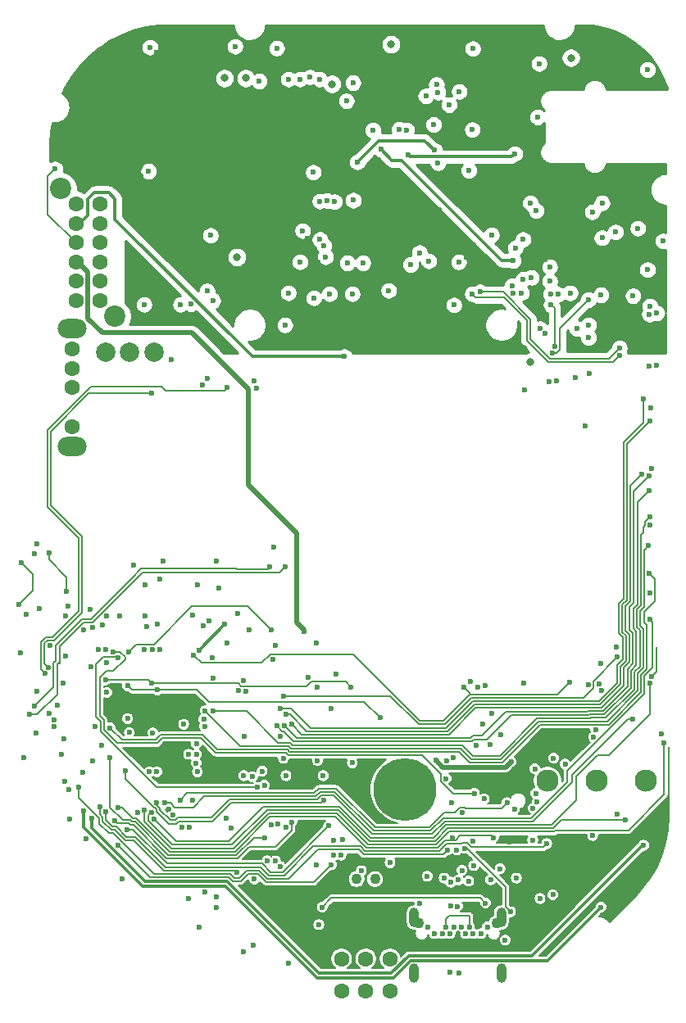
<source format=gbr>
G04 #@! TF.GenerationSoftware,KiCad,Pcbnew,5.1.6+dfsg1-1~bpo10+1*
G04 #@! TF.CreationDate,2021-06-28T17:41:37-04:00*
G04 #@! TF.ProjectId,RUSP_Mainboard,52555350-5f4d-4616-996e-626f6172642e,rev?*
G04 #@! TF.SameCoordinates,Original*
G04 #@! TF.FileFunction,Copper,L2,Inr*
G04 #@! TF.FilePolarity,Positive*
%FSLAX46Y46*%
G04 Gerber Fmt 4.6, Leading zero omitted, Abs format (unit mm)*
G04 Created by KiCad (PCBNEW 5.1.6+dfsg1-1~bpo10+1) date 2021-06-28 17:41:37*
%MOMM*%
%LPD*%
G01*
G04 APERTURE LIST*
G04 #@! TA.AperFunction,ViaPad*
%ADD10C,6.500000*%
G04 #@! TD*
G04 #@! TA.AperFunction,ViaPad*
%ADD11C,1.100000*%
G04 #@! TD*
G04 #@! TA.AperFunction,ViaPad*
%ADD12O,1.000000X2.000000*%
G04 #@! TD*
G04 #@! TA.AperFunction,ViaPad*
%ADD13C,0.600000*%
G04 #@! TD*
G04 #@! TA.AperFunction,ViaPad*
%ADD14C,2.300000*%
G04 #@! TD*
G04 #@! TA.AperFunction,ViaPad*
%ADD15O,3.000000X2.000000*%
G04 #@! TD*
G04 #@! TA.AperFunction,ViaPad*
%ADD16C,1.600000*%
G04 #@! TD*
G04 #@! TA.AperFunction,ViaPad*
%ADD17C,2.200000*%
G04 #@! TD*
G04 #@! TA.AperFunction,ViaPad*
%ADD18C,2.000000*%
G04 #@! TD*
G04 #@! TA.AperFunction,ViaPad*
%ADD19C,0.800000*%
G04 #@! TD*
G04 #@! TA.AperFunction,Conductor*
%ADD20C,0.200000*%
G04 #@! TD*
G04 #@! TA.AperFunction,Conductor*
%ADD21C,0.350000*%
G04 #@! TD*
G04 #@! TA.AperFunction,Conductor*
%ADD22C,0.500000*%
G04 #@! TD*
G04 #@! TA.AperFunction,Conductor*
%ADD23C,0.254000*%
G04 #@! TD*
G04 APERTURE END LIST*
D10*
X154000000Y-134000000D03*
D11*
X149050000Y-143300000D03*
X150950000Y-143300000D03*
D12*
X155000000Y-153025000D03*
X164000000Y-153025000D03*
D11*
X155450000Y-147825000D03*
D12*
X155000000Y-147275000D03*
D11*
X163550000Y-147825000D03*
D12*
X164000000Y-147275000D03*
D13*
X161900000Y-148925000D03*
X161100000Y-148925000D03*
X160300000Y-148925000D03*
X157100000Y-148925000D03*
X157900000Y-148925000D03*
X158700000Y-148925000D03*
X162550000Y-148225000D03*
X160700000Y-148225000D03*
X159900000Y-148225000D03*
X156450000Y-148225000D03*
X158300000Y-148225000D03*
X159100000Y-148225000D03*
D14*
X168770000Y-133100000D03*
X173850000Y-133100000D03*
X178930000Y-133100000D03*
D15*
X119700000Y-86400000D03*
X119700000Y-98600000D03*
D16*
X119700000Y-88500000D03*
X119700000Y-90500000D03*
X119700000Y-92500000D03*
X119700000Y-96500000D03*
X120050000Y-73500000D03*
X120050000Y-75500000D03*
X120050000Y-77500000D03*
X120050000Y-79500000D03*
X120050000Y-81500000D03*
X120050000Y-83500000D03*
X122550000Y-73500000D03*
X122550000Y-75500000D03*
X122550000Y-77500000D03*
X122550000Y-79500000D03*
X122550000Y-81500000D03*
X122550000Y-83500000D03*
D17*
X118500000Y-71900000D03*
X124100000Y-85100000D03*
D16*
X147500000Y-151550000D03*
X147500000Y-154850000D03*
X150000000Y-151550000D03*
X150000000Y-154850000D03*
X152500000Y-151550000D03*
X152500000Y-154850000D03*
D18*
X128100000Y-88800000D03*
X123100000Y-88800000D03*
X125600000Y-88800000D03*
D13*
X116300000Y-115300000D03*
X114700000Y-130700000D03*
X150731792Y-65881792D03*
X173438916Y-138800015D03*
X145600000Y-132600000D03*
X179395151Y-106666759D03*
X179997593Y-90164786D03*
X166250000Y-81300000D03*
X167100000Y-81100000D03*
X165123506Y-81960379D03*
X167900000Y-59000000D03*
X145150000Y-147999998D03*
X127200000Y-112850000D03*
X117275000Y-109600000D03*
X157449937Y-69258906D03*
X127574936Y-70119523D03*
X180688918Y-77331086D03*
X179449990Y-94550000D03*
X180560011Y-128302177D03*
X179550597Y-122351083D03*
X174068735Y-123134135D03*
X146935121Y-122071222D03*
X166250000Y-77170000D03*
X119100000Y-113570000D03*
X127109733Y-119570701D03*
X144970985Y-123449979D03*
X146450000Y-125650000D03*
X148600010Y-131265808D03*
X137949968Y-117549990D03*
X161001039Y-65812546D03*
X157000000Y-65300000D03*
X166350000Y-123000000D03*
X135700000Y-118900000D03*
X137399998Y-122799998D03*
X140654449Y-119149977D03*
X136800000Y-115850000D03*
X159051931Y-130763909D03*
X159950000Y-136450000D03*
X158902521Y-135416328D03*
X155600000Y-145800000D03*
X164400000Y-149603737D03*
X160800000Y-122900000D03*
X146700000Y-139250000D03*
D19*
X166957122Y-89842878D03*
D13*
X179491562Y-100827209D03*
X162897865Y-143357657D03*
X171683509Y-91478098D03*
X173000000Y-87311079D03*
X173000004Y-86000000D03*
X173099979Y-90999998D03*
X129900000Y-89600000D03*
X119249990Y-115100000D03*
X138289571Y-132711738D03*
X124800000Y-143300000D03*
X158100000Y-143199996D03*
X132600000Y-112900010D03*
X140510036Y-109000000D03*
X118950010Y-120200000D03*
X120813916Y-117563916D03*
X121500000Y-115400000D03*
X129100000Y-110400000D03*
X134200000Y-83500000D03*
X180056788Y-84780504D03*
X168000000Y-145300000D03*
X169328814Y-144905570D03*
X171100006Y-82700000D03*
X128000000Y-128200000D03*
X118830745Y-128774990D03*
X121799990Y-131099988D03*
X130052297Y-136656350D03*
X125400000Y-126700000D03*
X118700000Y-123020000D03*
X127663893Y-132203743D03*
X127100000Y-83900000D03*
X127700003Y-57299997D03*
X139299590Y-132143940D03*
X159485576Y-146111532D03*
X119400000Y-137050000D03*
X134600000Y-145099979D03*
X137400000Y-150800000D03*
X131786084Y-137963916D03*
X132800000Y-148300000D03*
X114400000Y-110600000D03*
X114200000Y-114899996D03*
X119350010Y-134000000D03*
X158946668Y-139000000D03*
X163200000Y-138999998D03*
X162835228Y-129362576D03*
X124400044Y-135900000D03*
X116050000Y-108650000D03*
X114883338Y-115897623D03*
X162321155Y-123293956D03*
X146150012Y-137799979D03*
X125373636Y-138178960D03*
X158324867Y-131049990D03*
X163007305Y-126140001D03*
X144900000Y-141800000D03*
X118900000Y-133200000D03*
X131700000Y-130393180D03*
X141700000Y-111000000D03*
X115249990Y-126276416D03*
X159600000Y-153000000D03*
X130993328Y-137897923D03*
X134600000Y-146200000D03*
X158700000Y-152900000D03*
X135538257Y-137008728D03*
X132100000Y-135100016D03*
X140100000Y-111050000D03*
X115800000Y-125400000D03*
X115900000Y-128200000D03*
D19*
X171200000Y-58400000D03*
X152600000Y-57000000D03*
X137600000Y-60500000D03*
X135400000Y-60499992D03*
D13*
X115754055Y-109644213D03*
X165450000Y-78050000D03*
X159100000Y-83950000D03*
X136500000Y-57220000D03*
X172968724Y-123240770D03*
X174331713Y-123836531D03*
X174242188Y-120979959D03*
X143471711Y-76262717D03*
X145827215Y-78964952D03*
X119000000Y-116120000D03*
X127187773Y-116049977D03*
X144917713Y-118850011D03*
X134187376Y-122513332D03*
X140400000Y-120600000D03*
X134800000Y-113169998D03*
X133400000Y-144650072D03*
X138489944Y-143300042D03*
X158299990Y-132900000D03*
X161394987Y-129501112D03*
X137400000Y-132600000D03*
X131700000Y-145300000D03*
X142000000Y-152000000D03*
X138400000Y-150100000D03*
X126000000Y-110800000D03*
X114349990Y-119921900D03*
X118599750Y-130375018D03*
X126396929Y-136447687D03*
X128421074Y-132203369D03*
X147449941Y-140810473D03*
X141488916Y-130811084D03*
X169246875Y-88924999D03*
X172999998Y-83400000D03*
X168500000Y-86900000D03*
X168000000Y-86400000D03*
X160200001Y-140099999D03*
X164953238Y-146660513D03*
X166400000Y-92700000D03*
X143300000Y-132675000D03*
X164850012Y-139430015D03*
X159650000Y-132600000D03*
X168293989Y-129208897D03*
X165100000Y-145825000D03*
X142191738Y-139403485D03*
X128238916Y-130238916D03*
X129613549Y-136048059D03*
X123500021Y-126211084D03*
X174300000Y-146200000D03*
X132753679Y-119625022D03*
X127973868Y-119600476D03*
X135450021Y-116950010D03*
X133600000Y-91500000D03*
X131958051Y-83841949D03*
X130858040Y-83900000D03*
X134550000Y-110450000D03*
X120849484Y-136253375D03*
X133950000Y-76750000D03*
D19*
X139950000Y-75450000D03*
D13*
X152300000Y-70150000D03*
X157600000Y-74100000D03*
X139950000Y-64650000D03*
X158725000Y-77575000D03*
X150870000Y-77450002D03*
X125600000Y-57800000D03*
X138050000Y-79600000D03*
X153900000Y-63749990D03*
X162625000Y-61475000D03*
X161150000Y-77775000D03*
X171600000Y-71375000D03*
X153475000Y-73800000D03*
X164275000Y-59575000D03*
X173425000Y-58325000D03*
X155425000Y-56924990D03*
X142425000Y-76375000D03*
X160400000Y-79000000D03*
X145029215Y-87673184D03*
X129500000Y-65900000D03*
X128600000Y-65900000D03*
X127800000Y-65600000D03*
X127300000Y-64900000D03*
X127300000Y-64100000D03*
X125500000Y-64400000D03*
X125700000Y-65200000D03*
X125900000Y-66000000D03*
X126349997Y-66649997D03*
X127000000Y-67100002D03*
X128700000Y-67500000D03*
X129500000Y-67500000D03*
X127800000Y-67400000D03*
X129500000Y-72500000D03*
X128800000Y-72400000D03*
X128200000Y-72000000D03*
X127450000Y-71249994D03*
X125100000Y-68800000D03*
X125000000Y-68000000D03*
X125300000Y-67200000D03*
X125100000Y-66400000D03*
X124600000Y-65800000D03*
X124100000Y-65200000D03*
X120700000Y-65400000D03*
X120200000Y-65900000D03*
X122200000Y-70200000D03*
X123000000Y-70200000D03*
X126300000Y-72500000D03*
X126900000Y-73100000D03*
X127499998Y-73600000D03*
X128100000Y-64100000D03*
X128800000Y-63600000D03*
X129100000Y-62450000D03*
X129200000Y-61500000D03*
X129200000Y-60500000D03*
X129000000Y-58500000D03*
X128400000Y-57800000D03*
X124714000Y-57900000D03*
X124206000Y-58420000D03*
X123952000Y-59182000D03*
X123700000Y-59944000D03*
X123700000Y-60900000D03*
X123700000Y-61700000D03*
X123800000Y-62500000D03*
X124100000Y-63500000D03*
X124800000Y-64000000D03*
X137750000Y-73750000D03*
X168500000Y-79254099D03*
X151890000Y-76430000D03*
X148930000Y-70250000D03*
X177700000Y-74320000D03*
X145074990Y-79529721D03*
X127100000Y-82220000D03*
X143923280Y-77025228D03*
X144200000Y-78370000D03*
X150200000Y-73300000D03*
X145688023Y-135179084D03*
D19*
X166319244Y-88453338D03*
D13*
X140400000Y-60800000D03*
X129251950Y-77968051D03*
X122800000Y-64300000D03*
X122000000Y-64500000D03*
X121300002Y-64799998D03*
X123899996Y-70399996D03*
X124599998Y-70800000D03*
X125150000Y-71350000D03*
X125699998Y-72000000D03*
X121300000Y-70200002D03*
X120700004Y-69600000D03*
X119700000Y-68200002D03*
X120100000Y-68900000D03*
X119600000Y-67400004D03*
X119800000Y-66600000D03*
X126800003Y-70600003D03*
X126300000Y-70000000D03*
X125700000Y-69399994D03*
X123600000Y-64600000D03*
X126600000Y-57700000D03*
X125200000Y-132099981D03*
X129092582Y-59600011D03*
X155543243Y-78543235D03*
X154638155Y-79771718D03*
X151550000Y-67850002D03*
X165250000Y-79350000D03*
X149543576Y-142430283D03*
X161224675Y-134423621D03*
X123877013Y-119787962D03*
X158740008Y-146030006D03*
X140936084Y-137586084D03*
X158770461Y-143603692D03*
X134100000Y-120399990D03*
X163934989Y-128375512D03*
X141143288Y-142007337D03*
X122050000Y-127525735D03*
X125571866Y-128149698D03*
X140679183Y-141418164D03*
X154350014Y-68400000D03*
X165385037Y-68299991D03*
X169849989Y-82852675D03*
X169100688Y-82820021D03*
X169150000Y-83927664D03*
X169507145Y-88215897D03*
X166077834Y-82699999D03*
X165250000Y-82699998D03*
X171800000Y-86400000D03*
X138800000Y-133800004D03*
X124402185Y-120399259D03*
X117900000Y-69900000D03*
X144566942Y-70236942D03*
X140195904Y-137707130D03*
X161046724Y-139354887D03*
X117349990Y-119170000D03*
X161569672Y-123467491D03*
X133799098Y-116620061D03*
X132203679Y-120155524D03*
X171080000Y-122920000D03*
X160150000Y-123450000D03*
X153451904Y-65796565D03*
X154200000Y-65850000D03*
X163000000Y-76700000D03*
X117812337Y-127553385D03*
X169001256Y-81497498D03*
X117781055Y-126804026D03*
X179301090Y-111691092D03*
X123574951Y-127652784D03*
X179199988Y-108826944D03*
X133400000Y-125900000D03*
X128500000Y-116920000D03*
X179100000Y-80299998D03*
X178100000Y-76020000D03*
X175998684Y-120352609D03*
X141500000Y-124400000D03*
X180824990Y-129220000D03*
X127079014Y-136135793D03*
X176800000Y-137170000D03*
X127835462Y-136383426D03*
X179329977Y-123067912D03*
X128123779Y-137075807D03*
X177600000Y-126800000D03*
X128399883Y-135372708D03*
X179329998Y-116470000D03*
X129191963Y-135427750D03*
X122800000Y-117000000D03*
X179329988Y-113753318D03*
X127399989Y-117149997D03*
X179329988Y-84050605D03*
X121789337Y-117295735D03*
X177600000Y-83000000D03*
X179250032Y-90225372D03*
X136829304Y-123806564D03*
X137580420Y-123900011D03*
X179300000Y-84900008D03*
X179376670Y-95900412D03*
X141725373Y-126292010D03*
X178661080Y-93658913D03*
X141180882Y-125665699D03*
X179299704Y-101601448D03*
X141604106Y-127466337D03*
X142332028Y-127285651D03*
X178542537Y-101469749D03*
X179329978Y-105850000D03*
X134249988Y-125938009D03*
X179260872Y-103112230D03*
X140812269Y-127465731D03*
X141750000Y-137950000D03*
X147600000Y-139200000D03*
X124579833Y-116097751D03*
X123185280Y-120899979D03*
X168700000Y-139625000D03*
X123161110Y-136361101D03*
X159650000Y-61875000D03*
X128722168Y-119550000D03*
X136670261Y-142600021D03*
X122500000Y-135800000D03*
X120350000Y-133800000D03*
X158474850Y-140272913D03*
X121144129Y-139147697D03*
X120750000Y-132249990D03*
X132150010Y-116045018D03*
X131188916Y-127288916D03*
X141206962Y-128549990D03*
X141650031Y-86021094D03*
X145671082Y-77803210D03*
X133353093Y-127513078D03*
X145269115Y-77170012D03*
X133268806Y-126767817D03*
X144050000Y-122400000D03*
X162100000Y-127300000D03*
X133202825Y-117075007D03*
X140250000Y-117549990D03*
X125537120Y-119778161D03*
X124374996Y-139792808D03*
X122378760Y-119550012D03*
X146456562Y-141821271D03*
X135700000Y-92500000D03*
X116870570Y-122056301D03*
X127900000Y-93100000D03*
X117199979Y-121382500D03*
X159600000Y-79500004D03*
X149700000Y-79600000D03*
X148700000Y-73120000D03*
X148600000Y-82800000D03*
X146750000Y-73270000D03*
X148075010Y-79600000D03*
X146008719Y-73155957D03*
X146250010Y-82800000D03*
X145250000Y-73220000D03*
X144626416Y-83226416D03*
X143200000Y-79500004D03*
X142000000Y-82700000D03*
X158600000Y-63250004D03*
D19*
X146500000Y-61100000D03*
D13*
X157449998Y-61950000D03*
X156200000Y-62350000D03*
X148000000Y-62850000D03*
X157300236Y-61165093D03*
X128750000Y-112250000D03*
X162241094Y-135008906D03*
X169400000Y-130800000D03*
X167250000Y-139250000D03*
X173530780Y-128597383D03*
X165343287Y-136097509D03*
X173748741Y-127879741D03*
X145500000Y-146200000D03*
X162367607Y-145774988D03*
X163875000Y-142225000D03*
X156350000Y-143000000D03*
X152500000Y-141600000D03*
X165550010Y-143199988D03*
X175950000Y-136550000D03*
X139521157Y-133593962D03*
X132500000Y-130400000D03*
X145000000Y-131049999D03*
X132480179Y-131300000D03*
X159400000Y-140300000D03*
X167287422Y-135976336D03*
X159575000Y-143375000D03*
X167700000Y-135350000D03*
X159941967Y-142381293D03*
X160625000Y-143500000D03*
X167458820Y-131900000D03*
X167563909Y-134436091D03*
X161150000Y-141900000D03*
X167750000Y-64520000D03*
X179100000Y-59620000D03*
X161050000Y-57450000D03*
X148675000Y-60975000D03*
X172660378Y-96450343D03*
X118165723Y-125300012D03*
X156500000Y-79400000D03*
X138737348Y-92511469D03*
X152366854Y-82445018D03*
X138500010Y-91800000D03*
X175863055Y-119313055D03*
X147776949Y-89276949D03*
X168900000Y-91900000D03*
X169700000Y-91800000D03*
X157224855Y-131032963D03*
X165002967Y-131177378D03*
X143599070Y-117700928D03*
X141750010Y-132600000D03*
X132600000Y-132200000D03*
X174300000Y-82900000D03*
X169000004Y-80000000D03*
X117328439Y-126205982D03*
X137450000Y-128549990D03*
X133600000Y-82500000D03*
X116000000Y-123900000D03*
X167000000Y-73400000D03*
X142000000Y-60600000D03*
X167600000Y-74200000D03*
X139000000Y-60800000D03*
X174400000Y-73400000D03*
X144200000Y-60400000D03*
X173400000Y-74320002D03*
X143200000Y-60600000D03*
X175800000Y-76400000D03*
X145200000Y-60600000D03*
X174400000Y-77000000D03*
X140800000Y-57400000D03*
D19*
X136700000Y-79000000D03*
D13*
X149125000Y-69175000D03*
X157100000Y-67950000D03*
X160650051Y-70028957D03*
X170600000Y-131400000D03*
X130800000Y-135120002D03*
X164600000Y-135376453D03*
X161800000Y-82600000D03*
X176200000Y-88400000D03*
X161000000Y-82800000D03*
X176200000Y-89200004D03*
X133100000Y-92200000D03*
X121600000Y-121349980D03*
X136100000Y-138000000D03*
X148450012Y-123449979D03*
X127871923Y-123071923D03*
X123100000Y-122700000D03*
X151484093Y-126615907D03*
X128449990Y-123749990D03*
X125388916Y-123311084D03*
X178700000Y-139800000D03*
X121665582Y-137029113D03*
X123252708Y-124004726D03*
X139545020Y-138995626D03*
X123596978Y-130719316D03*
X142362029Y-137384207D03*
X124107859Y-137298260D03*
X139800000Y-141400000D03*
X122700000Y-129500000D03*
X123159144Y-119547461D03*
X146700008Y-140800000D03*
X132500000Y-129299989D03*
X123250000Y-116070000D03*
D20*
X117275000Y-110270736D02*
X119100000Y-112095736D01*
X119100000Y-112095736D02*
X119100000Y-113570000D01*
X117275000Y-109600000D02*
X117275000Y-110270736D01*
X180029998Y-121871682D02*
X179550597Y-122351083D01*
X180029998Y-121029998D02*
X180029998Y-121871682D01*
X180029998Y-121029998D02*
X180029998Y-121770002D01*
X180029998Y-119347506D02*
X180029998Y-121029998D01*
X115600000Y-113499996D02*
X114200000Y-114899996D01*
X115600000Y-111800000D02*
X115600000Y-113499996D01*
X114400000Y-110600000D02*
X115600000Y-111800000D01*
X159196717Y-139250049D02*
X158946668Y-139000000D01*
X159300049Y-139250049D02*
X159196717Y-139250049D01*
X159745212Y-138804886D02*
X159300049Y-139250049D01*
X163004888Y-138804886D02*
X159745212Y-138804886D01*
X163200000Y-138999998D02*
X163004888Y-138804886D01*
X158224897Y-139250049D02*
X157424891Y-140050051D01*
X140101801Y-136834197D02*
X136485968Y-140450030D01*
X125969257Y-137013466D02*
X124855791Y-135900000D01*
X150075100Y-140050050D02*
X146859247Y-136834197D01*
X136485968Y-140450030D02*
X129730199Y-140450030D01*
X146859247Y-136834197D02*
X140101801Y-136834197D01*
X126293635Y-137013466D02*
X125969257Y-137013466D01*
X124855791Y-135900000D02*
X124400044Y-135900000D01*
X157424891Y-140050051D02*
X150075100Y-140050050D01*
X159300049Y-139250049D02*
X158224897Y-139250049D01*
X129730199Y-140450030D02*
X126293635Y-137013466D01*
X141392653Y-142557338D02*
X140143336Y-142557338D01*
X139285998Y-141700000D02*
X129485158Y-141700000D01*
X129485158Y-141700000D02*
X125964118Y-138178960D01*
X146150012Y-137799979D02*
X141392653Y-142557338D01*
X125964118Y-138178960D02*
X125373636Y-138178960D01*
X140143336Y-142557338D02*
X139285998Y-141700000D01*
X121760264Y-116745734D02*
X120854266Y-116745734D01*
X126905998Y-111600000D02*
X121760264Y-116745734D01*
X120854266Y-116745734D02*
X118400000Y-119200000D01*
X141700000Y-111000000D02*
X141100000Y-111600000D01*
X141100000Y-111600000D02*
X126905998Y-111600000D01*
X118400000Y-120800000D02*
X118400000Y-121000000D01*
X118400000Y-119200000D02*
X118400000Y-120800000D01*
X116009582Y-126276416D02*
X115249990Y-126276416D01*
X118100000Y-124185998D02*
X116009582Y-126276416D01*
X118400000Y-120800000D02*
X118100000Y-121100000D01*
X118100000Y-121100000D02*
X118100000Y-124185998D01*
X125805505Y-112205505D02*
X125900000Y-112111010D01*
X126811010Y-111200000D02*
X127600000Y-111200000D01*
X125805505Y-112205505D02*
X126811010Y-111200000D01*
X136600000Y-111200000D02*
X136649990Y-111249990D01*
X127600000Y-111200000D02*
X136600000Y-111200000D01*
X136649990Y-111249990D02*
X139900010Y-111249990D01*
X139900010Y-111249990D02*
X140100000Y-111050000D01*
X117749989Y-123450011D02*
X115800000Y-125400000D01*
X117749989Y-120955021D02*
X117749989Y-123450011D01*
X125805505Y-112205505D02*
X121615286Y-116395724D01*
X117949989Y-119155023D02*
X117949989Y-120755021D01*
X121615286Y-116395724D02*
X120709288Y-116395724D01*
X120709288Y-116395724D02*
X117949989Y-119155023D01*
X117949989Y-120755021D02*
X117749989Y-120955021D01*
X169671139Y-88924999D02*
X170057146Y-88538992D01*
X169246875Y-88924999D02*
X169671139Y-88924999D01*
X170057146Y-88538992D02*
X170057146Y-86342852D01*
X170057146Y-86342852D02*
X172999998Y-83400000D01*
X160454209Y-140099999D02*
X164449999Y-144095789D01*
X164449999Y-146157274D02*
X164953238Y-146660513D01*
X164449999Y-144095789D02*
X164449999Y-146157274D01*
X160200001Y-140099999D02*
X160454209Y-140099999D01*
D21*
X135428691Y-116950010D02*
X135450021Y-116950010D01*
X132753679Y-119625022D02*
X135428691Y-116950010D01*
X174300000Y-146200000D02*
X168800010Y-151699990D01*
X168800010Y-151699990D02*
X154658270Y-151699990D01*
X152838250Y-153520010D02*
X144973077Y-153520009D01*
X154658270Y-151699990D02*
X152838250Y-153520010D01*
X135478131Y-144025063D02*
X126975125Y-144025063D01*
X144973077Y-153520009D02*
X135478131Y-144025063D01*
X120849484Y-137899422D02*
X120849484Y-136253375D01*
X126975125Y-144025063D02*
X120849484Y-137899422D01*
D20*
X128396583Y-136102372D02*
X128216921Y-135922710D01*
X145688023Y-135179084D02*
X145432951Y-135434156D01*
X145432951Y-135434156D02*
X136046820Y-135434156D01*
X134180964Y-137300012D02*
X130704723Y-137300012D01*
X130448364Y-137556371D02*
X129613739Y-137556371D01*
X129613739Y-137556371D02*
X128396583Y-136339215D01*
X128396583Y-136339215D02*
X128396583Y-136102372D01*
X128216921Y-135922710D02*
X128151838Y-135922710D01*
X128151838Y-135922710D02*
X125200000Y-132970872D01*
X125200000Y-132970872D02*
X125200000Y-132099981D01*
X130704723Y-137300012D02*
X130448364Y-137556371D01*
X136046820Y-135434156D02*
X134180964Y-137300012D01*
D21*
X151550000Y-67850002D02*
X152724999Y-69025001D01*
X164025000Y-79350000D02*
X165250000Y-79350000D01*
X153700001Y-69025001D02*
X164025000Y-79350000D01*
X152724999Y-69025001D02*
X153700001Y-69025001D01*
D20*
X160700000Y-148225000D02*
X160700000Y-147100000D01*
X160700000Y-147100000D02*
X158600000Y-147100000D01*
X158600000Y-147100000D02*
X158300000Y-147400000D01*
X158300000Y-147400000D02*
X158300000Y-148200000D01*
X124601966Y-119787962D02*
X123877013Y-119787962D01*
X125150002Y-120335998D02*
X124601966Y-119787962D01*
X125150002Y-120549998D02*
X125150002Y-120335998D01*
X123185998Y-121800000D02*
X123900000Y-121800000D01*
X155799999Y-130499999D02*
X141991833Y-130499999D01*
X123900000Y-121800000D02*
X125150002Y-120549998D01*
X157749989Y-132449989D02*
X155799999Y-130499999D01*
X157749989Y-133164001D02*
X157749989Y-132449989D01*
X128458980Y-129250012D02*
X124358175Y-129250012D01*
X159009609Y-134423621D02*
X157749989Y-133164001D01*
X141752917Y-130261083D02*
X134479962Y-130261083D01*
X128989072Y-128719920D02*
X128458980Y-129250012D01*
X134479962Y-130261083D02*
X132938799Y-128719920D01*
X132938799Y-128719920D02*
X128989072Y-128719920D01*
X122549999Y-126449999D02*
X122549999Y-122435999D01*
X124358175Y-129250012D02*
X122950011Y-127841848D01*
X122950011Y-127841848D02*
X122950011Y-126850011D01*
X141991833Y-130499999D02*
X141752917Y-130261083D01*
X161224675Y-134423621D02*
X159009609Y-134423621D01*
X122549999Y-122435999D02*
X123185998Y-121800000D01*
X122950011Y-126850011D02*
X122549999Y-126449999D01*
D21*
X165085038Y-68599990D02*
X165385037Y-68299991D01*
X154350014Y-68400000D02*
X154550004Y-68599990D01*
X154550004Y-68599990D02*
X165085038Y-68599990D01*
D20*
X169150000Y-83927664D02*
X169500000Y-84277664D01*
X169500000Y-84277664D02*
X169500000Y-88208752D01*
X169500000Y-88208752D02*
X169507145Y-88215897D01*
X122600000Y-126994990D02*
X122150001Y-126544991D01*
X122600000Y-127986827D02*
X122600000Y-126994990D01*
X128413177Y-133800004D02*
X122600000Y-127986827D01*
X122150001Y-121121256D02*
X122921279Y-120349978D01*
X124352904Y-120349978D02*
X124402185Y-120399259D01*
X138800000Y-133800004D02*
X128413177Y-133800004D01*
X122150001Y-126544991D02*
X122150001Y-121121256D01*
X122921279Y-120349978D02*
X124352904Y-120349978D01*
X117149999Y-70650001D02*
X117900000Y-69900000D01*
X120050000Y-77500000D02*
X117149999Y-74599999D01*
X117149999Y-74599999D02*
X117149999Y-70650001D01*
X132998154Y-120949999D02*
X139235999Y-120949999D01*
X139235999Y-120949999D02*
X140135999Y-120049999D01*
X155599999Y-126950001D02*
X158000001Y-126950001D01*
X132203679Y-120155524D02*
X132998154Y-120949999D01*
X148699997Y-120049999D02*
X155599999Y-126950001D01*
X158000001Y-126950001D02*
X160730093Y-124219909D01*
X140135999Y-120049999D02*
X148699997Y-120049999D01*
X160730093Y-124030093D02*
X160150000Y-123450000D01*
X160730093Y-124219909D02*
X160730093Y-124030093D01*
X160760042Y-124189960D02*
X169810040Y-124189960D01*
X169810040Y-124189960D02*
X171080000Y-122920000D01*
X160730093Y-124219909D02*
X160760042Y-124189960D01*
X160765019Y-131249989D02*
X159665018Y-130149988D01*
X175081266Y-127329740D02*
X173484740Y-127329740D01*
X179301090Y-111691092D02*
X179879989Y-112269991D01*
X128314001Y-128900001D02*
X124822168Y-128900001D01*
X124822168Y-128900001D02*
X123574951Y-127652784D01*
X178779997Y-115634991D02*
X178779997Y-116759089D01*
X167997844Y-127369999D02*
X164117854Y-131249989D01*
X179879989Y-114534999D02*
X178779997Y-115634991D01*
X178429953Y-123981053D02*
X175081266Y-127329740D01*
X178779997Y-116759089D02*
X179006488Y-116985580D01*
X133127910Y-128369909D02*
X128844092Y-128369910D01*
X134669073Y-129911072D02*
X133127910Y-128369909D01*
X179006488Y-121587567D02*
X178429953Y-122164102D01*
X159665018Y-130149988D02*
X142136812Y-130149988D01*
X179006488Y-116985580D02*
X179006488Y-121587567D01*
X178429953Y-122164102D02*
X178429953Y-123981053D01*
X173484740Y-127329740D02*
X173444481Y-127369999D01*
X173444481Y-127369999D02*
X167997844Y-127369999D01*
X142136812Y-130149988D02*
X141897896Y-129911072D01*
X128844092Y-128369910D02*
X128314001Y-128900001D01*
X179879989Y-112269991D02*
X179879989Y-114534999D01*
X141897896Y-129911072D02*
X134669073Y-129911072D01*
X164117854Y-131249989D02*
X160765019Y-131249989D01*
X178750009Y-115169989D02*
X178326887Y-115593113D01*
X178326887Y-115593113D02*
X178326887Y-117096887D01*
X173339760Y-126979730D02*
X173299502Y-127019988D01*
X179199988Y-108826944D02*
X178750009Y-109276923D01*
X173299502Y-127019988D02*
X167852864Y-127019989D01*
X167852864Y-127019989D02*
X163972875Y-130899978D01*
X163972875Y-130899978D02*
X160909998Y-130899978D01*
X159809997Y-129799977D02*
X142281791Y-129799977D01*
X178079942Y-122019123D02*
X178079939Y-123836073D01*
X142042874Y-129561062D02*
X137061062Y-129561062D01*
X174936283Y-126979729D02*
X173339760Y-126979730D01*
X137061062Y-129561062D02*
X133400000Y-125900000D01*
X178656475Y-117426475D02*
X178656475Y-121442590D01*
X178656475Y-121442590D02*
X178079942Y-122019123D01*
X178750009Y-109276923D02*
X178750009Y-115169989D01*
X160909998Y-130899978D02*
X159809997Y-129799977D01*
X142281791Y-129799977D02*
X142042874Y-129561062D01*
X178079939Y-123836073D02*
X174936283Y-126979729D01*
X178326887Y-117096887D02*
X178656475Y-117426475D01*
X173518734Y-122832559D02*
X173518734Y-123506688D01*
X173518734Y-123506688D02*
X172495763Y-124529659D01*
X172314591Y-124539969D02*
X160905018Y-124539970D01*
X160905018Y-124539970D02*
X158144982Y-127300006D01*
X158144982Y-127300006D02*
X155455015Y-127300006D01*
X155455015Y-127300006D02*
X152555008Y-124400000D01*
X152555008Y-124400000D02*
X141500000Y-124400000D01*
X172495763Y-124529659D02*
X172324900Y-124529660D01*
X175998684Y-120352609D02*
X173518734Y-122832559D01*
X172324900Y-124529660D02*
X172314591Y-124539969D01*
X157279913Y-139700041D02*
X150220080Y-139700040D01*
X139956821Y-136484187D02*
X136340989Y-140100019D01*
X169469466Y-138400044D02*
X158579914Y-138400044D01*
X180824990Y-129220000D02*
X180824990Y-134575010D01*
X136340989Y-140100019D02*
X129875178Y-140100019D01*
X147004226Y-136484186D02*
X139956821Y-136484187D01*
X127079014Y-137303855D02*
X127079014Y-136135793D01*
X169631566Y-138237944D02*
X169469466Y-138400044D01*
X180824990Y-134575010D02*
X177162056Y-138237944D01*
X158579914Y-138400044D02*
X157279913Y-139700041D01*
X177162056Y-138237944D02*
X169631566Y-138237944D01*
X150220080Y-139700040D02*
X147004226Y-136484186D01*
X129875178Y-140100019D02*
X127079014Y-137303855D01*
X169324487Y-138050033D02*
X158434935Y-138050033D01*
X170204520Y-137170000D02*
X169324487Y-138050033D01*
X158434935Y-138050033D02*
X157134934Y-139350030D01*
X150365060Y-139350030D02*
X147149204Y-136134174D01*
X130020157Y-139750008D02*
X127535463Y-137265314D01*
X127535463Y-136683425D02*
X127835462Y-136383426D01*
X136196010Y-139750008D02*
X130020157Y-139750008D01*
X139811844Y-136134174D02*
X136196010Y-139750008D01*
X147149204Y-136134174D02*
X139811844Y-136134174D01*
X157134934Y-139350030D02*
X150365060Y-139350030D01*
X176800000Y-137170000D02*
X170204520Y-137170000D01*
X127535463Y-137265314D02*
X127535463Y-136683425D01*
X179329977Y-123067912D02*
X179329977Y-126270023D01*
X179329977Y-126270023D02*
X175100000Y-130500000D01*
X173900000Y-130500000D02*
X171700000Y-132700000D01*
X175100000Y-130500000D02*
X173900000Y-130500000D01*
X171700000Y-132700000D02*
X171700000Y-135179530D01*
X158289958Y-137700022D02*
X156989957Y-139000021D01*
X156989957Y-139000021D02*
X150510040Y-139000020D01*
X147294183Y-135784163D02*
X139425853Y-135784163D01*
X130447969Y-139399997D02*
X128123779Y-137075807D01*
X139425853Y-135784163D02*
X135810019Y-139399997D01*
X135810019Y-139399997D02*
X130447969Y-139399997D01*
X171700000Y-135179530D02*
X169179508Y-137700022D01*
X169179508Y-137700022D02*
X158289958Y-137700022D01*
X150510040Y-139000020D02*
X147294183Y-135784163D01*
X167254999Y-137350011D02*
X158144979Y-137350011D01*
X130303385Y-137206360D02*
X129802544Y-137206360D01*
X146634093Y-134629083D02*
X145424020Y-134629083D01*
X130559743Y-136950002D02*
X130303385Y-137206360D01*
X171349989Y-133255021D02*
X167254999Y-137350011D01*
X177025736Y-126800000D02*
X171349989Y-132475747D01*
X128746593Y-135957392D02*
X128399883Y-135610682D01*
X128746594Y-136150410D02*
X128746593Y-135957392D01*
X129802544Y-137206360D02*
X128746594Y-136150410D01*
X145424020Y-134629083D02*
X144968958Y-135084145D01*
X134035985Y-136950001D02*
X130559743Y-136950002D01*
X128399883Y-135610682D02*
X128399883Y-135372708D01*
X135901840Y-135084146D02*
X134035985Y-136950001D01*
X144968958Y-135084145D02*
X135901840Y-135084146D01*
X150655020Y-138650010D02*
X146634093Y-134629083D01*
X171349989Y-132475747D02*
X171349989Y-133255021D01*
X177600000Y-126800000D02*
X177025736Y-126800000D01*
X156844979Y-138650011D02*
X150655020Y-138650010D01*
X158144979Y-137350011D02*
X156844979Y-138650011D01*
X170800000Y-132105996D02*
X170800000Y-133310020D01*
X150800000Y-138300000D02*
X146779072Y-134279072D01*
X144823979Y-134734134D02*
X133327856Y-134734134D01*
X156700000Y-138300000D02*
X150800000Y-138300000D01*
X178779967Y-122309078D02*
X178779967Y-124126029D01*
X178779967Y-124126029D02*
X170800000Y-132105996D01*
X179629997Y-121459048D02*
X178779967Y-122309078D01*
X179629997Y-116769999D02*
X179629997Y-121459048D01*
X179329998Y-116470000D02*
X179629997Y-116769999D01*
X145279040Y-134279073D02*
X144823979Y-134734134D01*
X167110020Y-137000000D02*
X158000000Y-137000000D01*
X129791752Y-135427750D02*
X129191963Y-135427750D01*
X133327856Y-134734134D02*
X132161990Y-135900000D01*
X132161990Y-135900000D02*
X130264002Y-135900000D01*
X158000000Y-137000000D02*
X156700000Y-138300000D01*
X146779072Y-134279072D02*
X145279040Y-134279073D01*
X170800000Y-133310020D02*
X167110020Y-137000000D01*
X130264002Y-135900000D02*
X129791752Y-135427750D01*
X176899946Y-118144896D02*
X176899945Y-120724170D01*
X176499951Y-114945099D02*
X176499952Y-117744902D01*
X176999945Y-98277137D02*
X176999945Y-114445105D01*
X158434940Y-128000028D02*
X143857655Y-128000028D01*
X176297723Y-123143339D02*
X174211383Y-125229679D01*
X172604551Y-125239989D02*
X161194978Y-125239990D01*
X172614860Y-125229680D02*
X172604551Y-125239989D01*
X176899945Y-120724170D02*
X176297723Y-121326392D01*
X176499952Y-117744902D02*
X176899946Y-118144896D01*
X179376670Y-95900412D02*
X176999945Y-98277137D01*
X174211383Y-125229679D02*
X172614860Y-125229680D01*
X176999945Y-114445105D02*
X176499951Y-114945099D01*
X142149637Y-126292010D02*
X141725373Y-126292010D01*
X143857655Y-128000028D02*
X142149637Y-126292010D01*
X161194978Y-125239990D02*
X158434940Y-128000028D01*
X176297723Y-121326392D02*
X176297723Y-123143339D01*
X175933841Y-123012231D02*
X174066402Y-124879670D01*
X175933841Y-121195284D02*
X175933841Y-123012231D01*
X176649934Y-114300126D02*
X176149940Y-114800120D01*
X178661080Y-96121012D02*
X176649934Y-98132158D01*
X176149942Y-117889882D02*
X176549935Y-118289875D01*
X176149940Y-114800120D02*
X176149942Y-117889882D01*
X176549935Y-118289875D02*
X176549935Y-120579190D01*
X176549935Y-120579190D02*
X175933841Y-121195284D01*
X178661080Y-93658913D02*
X178661080Y-96121012D01*
X144287456Y-127650017D02*
X142303138Y-125665699D01*
X176649934Y-98132158D02*
X176649934Y-114300126D01*
X142303138Y-125665699D02*
X141180882Y-125665699D01*
X158289961Y-127650017D02*
X144287456Y-127650017D01*
X174066402Y-124879670D02*
X172469880Y-124879670D01*
X172469880Y-124879670D02*
X172459570Y-124889980D01*
X172459570Y-124889980D02*
X161049998Y-124889980D01*
X161049998Y-124889980D02*
X158289961Y-127650017D01*
X177029907Y-123401135D02*
X174501343Y-125929699D01*
X172864562Y-125969958D02*
X164485583Y-125969958D01*
X177599967Y-117854937D02*
X177599968Y-121014127D01*
X177029908Y-121584187D02*
X177029907Y-123401135D01*
X179299704Y-101601448D02*
X177699966Y-103201186D01*
X177699966Y-103201186D02*
X177699965Y-114735065D01*
X177699965Y-114735065D02*
X177276853Y-115158177D01*
X177276854Y-117531824D02*
X177599967Y-117854937D01*
X172904820Y-125929700D02*
X172864562Y-125969958D01*
X174501343Y-125929699D02*
X172904820Y-125929700D01*
X177276853Y-115158177D02*
X177276854Y-117531824D01*
X142837819Y-128700050D02*
X141604106Y-127466337D01*
X164485583Y-125969958D02*
X161973958Y-128481583D01*
X161973958Y-128481583D02*
X161037413Y-128481583D01*
X161037413Y-128481583D02*
X160818946Y-128700050D01*
X160818946Y-128700050D02*
X142837819Y-128700050D01*
X177599968Y-121014127D02*
X177029908Y-121584187D01*
X177249957Y-117999917D02*
X176849962Y-117599922D01*
X177349955Y-102662331D02*
X178542537Y-101469749D01*
X177349955Y-114590085D02*
X177349955Y-102662331D01*
X176849962Y-115090078D02*
X177349955Y-114590085D01*
X176849962Y-117599922D02*
X176849962Y-115090078D01*
X177249955Y-120869150D02*
X177249957Y-117999917D01*
X176679897Y-121439208D02*
X177249955Y-120869150D01*
X172759840Y-125579690D02*
X174356362Y-125579690D01*
X172749530Y-125590000D02*
X172759840Y-125579690D01*
X161339958Y-125590000D02*
X172749530Y-125590000D01*
X158579919Y-128350039D02*
X161339958Y-125590000D01*
X142332028Y-127285651D02*
X143396416Y-128350039D01*
X176679897Y-123256155D02*
X176679897Y-121439208D01*
X174356362Y-125579690D02*
X176679897Y-123256155D01*
X143396416Y-128350039D02*
X158579919Y-128350039D01*
X178699994Y-107379984D02*
X178649987Y-107429991D01*
X178845150Y-106334828D02*
X179329978Y-105850000D01*
X178845150Y-106724850D02*
X178845150Y-106334828D01*
X178649987Y-106920013D02*
X178845150Y-106724850D01*
X178649987Y-107429991D02*
X178649987Y-106920013D01*
X173194780Y-126629720D02*
X173154521Y-126669979D01*
X178399999Y-107679979D02*
X178399996Y-115025014D01*
X178649987Y-107429991D02*
X178399999Y-107679979D01*
X178399996Y-115025014D02*
X177976876Y-115448134D01*
X177976876Y-115448134D02*
X177976877Y-117241867D01*
X174791302Y-126629720D02*
X173194780Y-126629720D01*
X142187856Y-129211053D02*
X140928965Y-129211053D01*
X140928965Y-129211053D02*
X137655924Y-125938009D01*
X137655924Y-125938009D02*
X134249988Y-125938009D01*
X178299990Y-117564980D02*
X178299988Y-121304087D01*
X177976877Y-117241867D02*
X178299990Y-117564980D01*
X159954976Y-129449966D02*
X142426769Y-129449966D01*
X161054977Y-130549967D02*
X159954976Y-129449966D01*
X177729929Y-123691093D02*
X174791302Y-126629720D01*
X173154521Y-126669979D02*
X167707884Y-126669979D01*
X178299988Y-121304087D02*
X177729930Y-121874145D01*
X167707884Y-126669979D02*
X163827896Y-130549967D01*
X142426769Y-129449966D02*
X142187856Y-129211053D01*
X163827896Y-130549967D02*
X161054977Y-130549967D01*
X177729930Y-121874145D02*
X177729929Y-123691093D01*
X162500804Y-128882998D02*
X161130988Y-128882998D01*
X177379919Y-121729166D02*
X177379919Y-123546113D01*
X174646323Y-126279709D02*
X173049800Y-126279710D01*
X165063833Y-126319969D02*
X162500804Y-128882998D01*
X173009542Y-126319968D02*
X165063833Y-126319969D01*
X179260872Y-103112230D02*
X178049986Y-104323116D01*
X177626864Y-117386844D02*
X177949979Y-117709959D01*
X178049986Y-104323116D02*
X178049986Y-114880034D01*
X160963925Y-129050061D02*
X142521852Y-129050061D01*
X177626864Y-115303156D02*
X177626864Y-117386844D01*
X178049986Y-114880034D02*
X177626864Y-115303156D01*
X141346527Y-127999989D02*
X140812269Y-127465731D01*
X177379919Y-123546113D02*
X174646323Y-126279709D01*
X177949979Y-117709959D02*
X177949978Y-121159107D01*
X141470963Y-127999989D02*
X141346527Y-127999989D01*
X177949978Y-121159107D02*
X177379919Y-121729166D01*
X142521852Y-129050061D02*
X142332830Y-128861040D01*
X161130988Y-128882998D02*
X160963925Y-129050061D01*
X142332014Y-128861041D02*
X141470963Y-127999989D01*
X173049800Y-126279710D02*
X173009542Y-126319968D01*
X142332830Y-128861040D02*
X142332014Y-128861041D01*
X159935998Y-139549998D02*
X159885934Y-139600062D01*
X123161110Y-137175114D02*
X123161110Y-136361101D01*
X149428876Y-139898814D02*
X144560803Y-139898814D01*
X124200002Y-137850002D02*
X123835998Y-137850002D01*
X125292765Y-138942765D02*
X124200002Y-137850002D01*
X160914003Y-139999999D02*
X160464002Y-139549998D01*
X144560803Y-139898814D02*
X141552270Y-142907347D01*
X139998355Y-142907347D02*
X139141019Y-142050011D01*
X149930121Y-140400059D02*
X149428876Y-139898814D01*
X129293157Y-142050009D02*
X126185914Y-138942766D01*
X159885934Y-139600062D02*
X158369873Y-139600062D01*
X157569872Y-140400059D02*
X149930121Y-140400059D01*
X139141019Y-142050011D02*
X129293157Y-142050009D01*
X126185914Y-138942766D02*
X125292765Y-138942765D01*
X168700000Y-139625000D02*
X168325001Y-139999999D01*
X141552270Y-142907347D02*
X139998355Y-142907347D01*
X158369873Y-139600062D02*
X157569872Y-140400059D01*
X168325001Y-139999999D02*
X160914003Y-139999999D01*
X123835998Y-137850002D02*
X123161110Y-137175114D01*
X160464002Y-139549998D02*
X159935998Y-139549998D01*
X126040934Y-139292776D02*
X125147785Y-139292775D01*
X122500000Y-136572479D02*
X122500000Y-135800000D01*
X124055023Y-138200013D02*
X123691018Y-138200012D01*
X123691018Y-138200012D02*
X122811099Y-137320093D01*
X122811099Y-136883578D02*
X122500000Y-136572479D01*
X122811099Y-137320093D02*
X122811099Y-136883578D01*
X136670261Y-142600021D02*
X136470262Y-142400022D01*
X136470262Y-142400022D02*
X129148177Y-142400019D01*
X125147785Y-139292775D02*
X124055023Y-138200013D01*
X129148177Y-142400019D02*
X126040934Y-139292776D01*
X122461088Y-137028557D02*
X122461088Y-137565070D01*
X136006268Y-142750032D02*
X136406259Y-143150023D01*
X142028640Y-143257358D02*
X145037173Y-140248825D01*
X138996040Y-142400022D02*
X139853376Y-143257358D01*
X120350000Y-134917469D02*
X122461088Y-137028557D01*
X122461088Y-137565070D02*
X123446048Y-138550030D01*
X123446048Y-138550030D02*
X123910050Y-138550030D01*
X149283897Y-140248825D02*
X149785142Y-140750070D01*
X123910050Y-138550030D02*
X128110052Y-142750032D01*
X137684264Y-142400022D02*
X138996040Y-142400022D01*
X139853376Y-143257358D02*
X142028640Y-143257358D01*
X120350000Y-133800000D02*
X120350000Y-134917469D01*
X136934263Y-143150023D02*
X137684264Y-142400022D01*
X136406259Y-143150023D02*
X136934263Y-143150023D01*
X145037173Y-140248825D02*
X149283897Y-140248825D01*
X157997693Y-140750070D02*
X158474850Y-140272913D01*
X149785142Y-140750070D02*
X157997693Y-140750070D01*
X128110052Y-142750032D02*
X136006268Y-142750032D01*
X132063176Y-115050000D02*
X128096469Y-119016707D01*
X140250000Y-117549990D02*
X137750010Y-115050000D01*
X137750010Y-115050000D02*
X132063176Y-115050000D01*
X126298574Y-119016707D02*
X125537120Y-119778161D01*
X128096469Y-119016707D02*
X126298574Y-119016707D01*
X135861289Y-143100043D02*
X136261280Y-143500034D01*
X124374996Y-139792808D02*
X127682231Y-143100043D01*
X136261280Y-143500034D02*
X137079243Y-143500033D01*
X137079243Y-143500033D02*
X137829243Y-142750033D01*
X127682231Y-143100043D02*
X135861289Y-143100043D01*
X139708396Y-143607368D02*
X144670465Y-143607368D01*
X137829243Y-142750033D02*
X138851061Y-142750033D01*
X144670465Y-143607368D02*
X146456562Y-141821271D01*
X138851061Y-142750033D02*
X139708396Y-143607368D01*
X135700000Y-92500000D02*
X135400000Y-92800000D01*
X135400000Y-92800000D02*
X129314004Y-92800000D01*
X116449979Y-118761019D02*
X116449979Y-121635710D01*
X128914004Y-92400000D02*
X121600000Y-92400000D01*
X120300000Y-115610998D02*
X117641010Y-118269988D01*
X116449979Y-121635710D02*
X116870570Y-122056301D01*
X129314004Y-92800000D02*
X128914004Y-92400000D01*
X117641010Y-118269988D02*
X116941010Y-118269988D01*
X117099990Y-96900010D02*
X117099989Y-104809947D01*
X121600000Y-92400000D02*
X117099990Y-96900010D01*
X120300000Y-108009958D02*
X120300000Y-115610998D01*
X116941010Y-118269988D02*
X116449979Y-118761019D01*
X117099989Y-104809947D02*
X120300000Y-108009958D01*
X117450000Y-97044990D02*
X117450000Y-104664968D01*
X120650010Y-107864978D02*
X120650011Y-115755977D01*
X127900000Y-93100000D02*
X121394990Y-93100000D01*
X116799989Y-120982510D02*
X117199979Y-121382500D01*
X116799989Y-118905999D02*
X116799989Y-120982510D01*
X117785990Y-118619998D02*
X117085989Y-118619999D01*
X120650011Y-115755977D02*
X117785990Y-118619998D01*
X117450000Y-104664968D02*
X120650010Y-107864978D01*
X121394990Y-93100000D02*
X117450000Y-97044990D01*
X117085989Y-118619999D02*
X116799989Y-118905999D01*
X161842618Y-145249999D02*
X162367607Y-145774988D01*
X146450001Y-145249999D02*
X161842618Y-145249999D01*
X145500000Y-146200000D02*
X146450001Y-145249999D01*
D21*
X138276949Y-89276949D02*
X147776949Y-89276949D01*
X124075001Y-72959999D02*
X124075001Y-75075001D01*
X120400000Y-75550000D02*
X121300000Y-74650000D01*
X124075001Y-75075001D02*
X138276949Y-89276949D01*
X121300000Y-74650000D02*
X121300000Y-73002499D01*
X121300000Y-73002499D02*
X121982499Y-72320000D01*
X121982499Y-72320000D02*
X123435002Y-72320000D01*
X123435002Y-72320000D02*
X124075001Y-72959999D01*
D22*
X157941892Y-131750000D02*
X164430345Y-131750000D01*
X164430345Y-131750000D02*
X165002967Y-131177378D01*
X157224855Y-131032963D02*
X157941892Y-131750000D01*
X121300000Y-85325000D02*
X121300000Y-80500000D01*
X122800000Y-86825000D02*
X121300000Y-85325000D01*
X132050000Y-86825000D02*
X122800000Y-86825000D01*
X143599070Y-117521072D02*
X142849999Y-116772001D01*
X143599070Y-117700928D02*
X143599070Y-117521072D01*
X120200000Y-79400000D02*
X120000000Y-79400000D01*
X142849999Y-116772001D02*
X142849999Y-107549999D01*
X142849999Y-107549999D02*
X137875000Y-102575000D01*
X121300000Y-80500000D02*
X120200000Y-79400000D01*
X137875000Y-102575000D02*
X137875000Y-92650000D01*
X137875000Y-92650000D02*
X132050000Y-86825000D01*
D21*
X156100001Y-66950001D02*
X157100000Y-67950000D01*
X149125000Y-69175000D02*
X151349999Y-66950001D01*
X155350001Y-66950001D02*
X156100001Y-66950001D01*
X151349999Y-66950001D02*
X155350001Y-66950001D01*
D20*
X130800000Y-135120002D02*
X131535878Y-134384124D01*
X150949990Y-137949990D02*
X156555022Y-137949990D01*
X144679001Y-134384124D02*
X145134063Y-133929064D01*
X156555022Y-137949990D02*
X158105012Y-136400000D01*
X159185998Y-136400000D02*
X159685999Y-135899999D01*
X158105012Y-136400000D02*
X159185998Y-136400000D01*
X159685999Y-135899999D02*
X160235197Y-135899999D01*
X160295199Y-135960001D02*
X164016452Y-135960001D01*
X145134063Y-133929064D02*
X146929064Y-133929064D01*
X146929064Y-133929064D02*
X150949990Y-137949990D01*
X160235197Y-135899999D02*
X160295199Y-135960001D01*
X164016452Y-135960001D02*
X164600000Y-135376453D01*
X131535878Y-134384124D02*
X144679001Y-134384124D01*
X167000000Y-87492126D02*
X168982874Y-89475000D01*
X175125000Y-89475000D02*
X176200000Y-88400000D01*
X168982874Y-89475000D02*
X175125000Y-89475000D01*
X167000000Y-85400000D02*
X167000000Y-87492126D01*
X164200000Y-82600000D02*
X167000000Y-85400000D01*
X161800000Y-82600000D02*
X164200000Y-82600000D01*
X175574996Y-89825008D02*
X176200000Y-89200004D01*
X166649990Y-87637104D02*
X168837894Y-89825008D01*
X168837894Y-89825008D02*
X175574996Y-89825008D01*
X161350001Y-83150001D02*
X164255013Y-83150001D01*
X164255013Y-83150001D02*
X166649990Y-85544978D01*
X161000000Y-82800000D02*
X161350001Y-83150001D01*
X166649990Y-85544978D02*
X166649990Y-87637104D01*
X147900011Y-122899978D02*
X144364024Y-122899978D01*
X148450012Y-123449979D02*
X147900011Y-122899978D01*
X143913999Y-123350003D02*
X137136001Y-123350003D01*
X144364024Y-122899978D02*
X143913999Y-123350003D01*
X137136001Y-123350003D02*
X136857921Y-123071923D01*
X136857921Y-123071923D02*
X127871923Y-123071923D01*
X127500000Y-122700000D02*
X123100000Y-122700000D01*
X127871923Y-123071923D02*
X127500000Y-122700000D01*
X133764005Y-124950001D02*
X132563994Y-123749990D01*
X151484093Y-126615907D02*
X149818187Y-124950001D01*
X149818187Y-124950001D02*
X133764005Y-124950001D01*
X132563994Y-123749990D02*
X128449990Y-123749990D01*
X128449990Y-123749990D02*
X125827822Y-123749990D01*
X125827822Y-123749990D02*
X125388916Y-123311084D01*
X178600000Y-139800000D02*
X178700000Y-139800000D01*
D21*
X152631139Y-153019999D02*
X145180189Y-153019999D01*
X145180189Y-153019999D02*
X135685242Y-143525052D01*
X127182236Y-143525052D02*
X121665582Y-138008398D01*
X167200021Y-151199979D02*
X154451158Y-151199980D01*
X135685242Y-143525052D02*
X127182236Y-143525052D01*
X154451158Y-151199980D02*
X152631139Y-153019999D01*
X121665582Y-138008398D02*
X121665582Y-137029113D01*
X178600000Y-139800000D02*
X167200021Y-151199979D01*
D20*
X129585220Y-140800041D02*
X126148655Y-137363476D01*
X125824277Y-137363476D02*
X125638752Y-137177951D01*
X125638752Y-137177951D02*
X124891955Y-137177951D01*
X124891955Y-137177951D02*
X123596978Y-135882974D01*
X123596978Y-135882974D02*
X123596978Y-130719316D01*
X138435362Y-138995626D02*
X136630947Y-140800041D01*
X139545020Y-138995626D02*
X138435362Y-138995626D01*
X136630947Y-140800041D02*
X129585220Y-140800041D01*
X126148655Y-137363476D02*
X125824277Y-137363476D01*
X140650000Y-139950000D02*
X137975978Y-139950000D01*
X125483690Y-137527962D02*
X124337559Y-137527960D01*
X136775926Y-141150052D02*
X129440241Y-141150052D01*
X129440241Y-141150052D02*
X126003676Y-137713487D01*
X142362029Y-138237971D02*
X140650000Y-139950000D01*
X137975978Y-139950000D02*
X136775926Y-141150052D01*
X126003676Y-137713487D02*
X125669215Y-137713487D01*
X142362029Y-137384207D02*
X142362029Y-138237971D01*
X125669215Y-137713487D02*
X125483690Y-137527962D01*
X124337559Y-137527960D02*
X124107859Y-137298260D01*
G36*
X181285001Y-136817026D02*
G01*
X181207538Y-138160472D01*
X180978241Y-139474287D01*
X180599456Y-140753042D01*
X180076202Y-141979795D01*
X179415420Y-143138269D01*
X178624582Y-144214865D01*
X177879985Y-145033117D01*
X175172000Y-147741102D01*
X174951033Y-147520135D01*
X174934687Y-147506720D01*
X174925966Y-147497999D01*
X174921463Y-147494353D01*
X174776510Y-147378638D01*
X174745003Y-147358177D01*
X174713707Y-147337226D01*
X174708581Y-147334524D01*
X174543912Y-147249168D01*
X174508990Y-147235200D01*
X174474264Y-147220745D01*
X174468711Y-147219090D01*
X174290599Y-147167344D01*
X174253654Y-147160430D01*
X174216756Y-147152990D01*
X174210987Y-147152445D01*
X174086745Y-147141575D01*
X174394598Y-146833722D01*
X174486681Y-146815405D01*
X174603154Y-146767161D01*
X174707976Y-146697121D01*
X174797121Y-146607976D01*
X174867161Y-146503154D01*
X174915405Y-146386681D01*
X174940000Y-146263035D01*
X174940000Y-146136965D01*
X174915405Y-146013319D01*
X174867161Y-145896846D01*
X174797121Y-145792024D01*
X174707976Y-145702879D01*
X174603154Y-145632839D01*
X174486681Y-145584595D01*
X174363035Y-145560000D01*
X174236965Y-145560000D01*
X174113319Y-145584595D01*
X173996846Y-145632839D01*
X173892024Y-145702879D01*
X173802879Y-145792024D01*
X173732839Y-145896846D01*
X173684595Y-146013319D01*
X173666278Y-146105402D01*
X168586691Y-151184990D01*
X167943329Y-151184990D01*
X178688320Y-140440000D01*
X178763035Y-140440000D01*
X178886681Y-140415405D01*
X179003154Y-140367161D01*
X179107976Y-140297121D01*
X179197121Y-140207976D01*
X179267161Y-140103154D01*
X179315405Y-139986681D01*
X179340000Y-139863035D01*
X179340000Y-139736965D01*
X179315405Y-139613319D01*
X179267161Y-139496846D01*
X179197121Y-139392024D01*
X179107976Y-139302879D01*
X179003154Y-139232839D01*
X178886681Y-139184595D01*
X178763035Y-139160000D01*
X178636965Y-139160000D01*
X178513319Y-139184595D01*
X178396846Y-139232839D01*
X178292024Y-139302879D01*
X178202879Y-139392024D01*
X178132839Y-139496846D01*
X178103145Y-139568535D01*
X166986702Y-150684979D01*
X154476453Y-150684981D01*
X154451158Y-150682490D01*
X154350201Y-150692432D01*
X154253123Y-150721881D01*
X154163655Y-150769702D01*
X154104883Y-150817935D01*
X154104874Y-150817944D01*
X154085237Y-150834060D01*
X154069121Y-150853697D01*
X153614300Y-151308518D01*
X153596190Y-151217474D01*
X153510255Y-151010007D01*
X153385496Y-150823292D01*
X153226708Y-150664504D01*
X153039993Y-150539745D01*
X152832526Y-150453810D01*
X152612280Y-150410000D01*
X152387720Y-150410000D01*
X152167474Y-150453810D01*
X151960007Y-150539745D01*
X151773292Y-150664504D01*
X151614504Y-150823292D01*
X151489745Y-151010007D01*
X151403810Y-151217474D01*
X151360000Y-151437720D01*
X151360000Y-151662280D01*
X151403810Y-151882526D01*
X151489745Y-152089993D01*
X151614504Y-152276708D01*
X151773292Y-152435496D01*
X151877311Y-152504999D01*
X150622689Y-152504999D01*
X150726708Y-152435496D01*
X150885496Y-152276708D01*
X151010255Y-152089993D01*
X151096190Y-151882526D01*
X151140000Y-151662280D01*
X151140000Y-151437720D01*
X151096190Y-151217474D01*
X151010255Y-151010007D01*
X150885496Y-150823292D01*
X150726708Y-150664504D01*
X150539993Y-150539745D01*
X150332526Y-150453810D01*
X150112280Y-150410000D01*
X149887720Y-150410000D01*
X149667474Y-150453810D01*
X149460007Y-150539745D01*
X149273292Y-150664504D01*
X149114504Y-150823292D01*
X148989745Y-151010007D01*
X148903810Y-151217474D01*
X148860000Y-151437720D01*
X148860000Y-151662280D01*
X148903810Y-151882526D01*
X148989745Y-152089993D01*
X149114504Y-152276708D01*
X149273292Y-152435496D01*
X149377311Y-152504999D01*
X148122689Y-152504999D01*
X148226708Y-152435496D01*
X148385496Y-152276708D01*
X148510255Y-152089993D01*
X148596190Y-151882526D01*
X148640000Y-151662280D01*
X148640000Y-151437720D01*
X148596190Y-151217474D01*
X148510255Y-151010007D01*
X148385496Y-150823292D01*
X148226708Y-150664504D01*
X148039993Y-150539745D01*
X147832526Y-150453810D01*
X147612280Y-150410000D01*
X147387720Y-150410000D01*
X147167474Y-150453810D01*
X146960007Y-150539745D01*
X146773292Y-150664504D01*
X146614504Y-150823292D01*
X146489745Y-151010007D01*
X146403810Y-151217474D01*
X146360000Y-151437720D01*
X146360000Y-151662280D01*
X146403810Y-151882526D01*
X146489745Y-152089993D01*
X146614504Y-152276708D01*
X146773292Y-152435496D01*
X146877311Y-152504999D01*
X145393509Y-152504999D01*
X140825473Y-147936963D01*
X144510000Y-147936963D01*
X144510000Y-148063033D01*
X144534595Y-148186679D01*
X144582839Y-148303152D01*
X144652879Y-148407974D01*
X144742024Y-148497119D01*
X144846846Y-148567159D01*
X144963319Y-148615403D01*
X145086965Y-148639998D01*
X145213035Y-148639998D01*
X145336681Y-148615403D01*
X145453154Y-148567159D01*
X145557976Y-148497119D01*
X145647121Y-148407974D01*
X145717161Y-148303152D01*
X145765405Y-148186679D01*
X145790000Y-148063033D01*
X145790000Y-147936963D01*
X145765405Y-147813317D01*
X145717161Y-147696844D01*
X145647121Y-147592022D01*
X145557976Y-147502877D01*
X145453154Y-147432837D01*
X145336681Y-147384593D01*
X145213035Y-147359998D01*
X145086965Y-147359998D01*
X144963319Y-147384593D01*
X144846846Y-147432837D01*
X144742024Y-147502877D01*
X144652879Y-147592022D01*
X144582839Y-147696844D01*
X144534595Y-147813317D01*
X144510000Y-147936963D01*
X140825473Y-147936963D01*
X136828542Y-143940033D01*
X137057630Y-143940032D01*
X137079243Y-143942161D01*
X137165498Y-143933665D01*
X137248438Y-143908505D01*
X137324876Y-143867649D01*
X137375091Y-143826438D01*
X137391875Y-143812664D01*
X137405649Y-143795880D01*
X137849944Y-143351586D01*
X137849944Y-143363077D01*
X137874539Y-143486723D01*
X137922783Y-143603196D01*
X137992823Y-143708018D01*
X138081968Y-143797163D01*
X138186790Y-143867203D01*
X138303263Y-143915447D01*
X138426909Y-143940042D01*
X138552979Y-143940042D01*
X138676625Y-143915447D01*
X138793098Y-143867203D01*
X138897920Y-143797163D01*
X138987065Y-143708018D01*
X139057105Y-143603196D01*
X139064388Y-143585613D01*
X139381989Y-143903215D01*
X139395764Y-143920000D01*
X139420173Y-143940032D01*
X139462762Y-143974984D01*
X139527401Y-144009534D01*
X139539201Y-144015841D01*
X139622141Y-144041001D01*
X139686789Y-144047368D01*
X139686792Y-144047368D01*
X139708396Y-144049496D01*
X139730000Y-144047368D01*
X144648861Y-144047368D01*
X144670465Y-144049496D01*
X144692069Y-144047368D01*
X144692072Y-144047368D01*
X144756720Y-144041001D01*
X144839660Y-144015841D01*
X144916098Y-143974984D01*
X144983097Y-143920000D01*
X144996876Y-143903210D01*
X145687743Y-143212343D01*
X148160000Y-143212343D01*
X148160000Y-143387657D01*
X148194203Y-143559603D01*
X148261293Y-143721573D01*
X148358692Y-143867342D01*
X148482658Y-143991308D01*
X148628427Y-144088707D01*
X148790397Y-144155797D01*
X148962343Y-144190000D01*
X149137657Y-144190000D01*
X149309603Y-144155797D01*
X149471573Y-144088707D01*
X149617342Y-143991308D01*
X149741308Y-143867342D01*
X149838707Y-143721573D01*
X149905797Y-143559603D01*
X149940000Y-143387657D01*
X149940000Y-143212343D01*
X150060000Y-143212343D01*
X150060000Y-143387657D01*
X150094203Y-143559603D01*
X150161293Y-143721573D01*
X150258692Y-143867342D01*
X150382658Y-143991308D01*
X150528427Y-144088707D01*
X150690397Y-144155797D01*
X150862343Y-144190000D01*
X151037657Y-144190000D01*
X151209603Y-144155797D01*
X151371573Y-144088707D01*
X151517342Y-143991308D01*
X151641308Y-143867342D01*
X151738707Y-143721573D01*
X151805797Y-143559603D01*
X151840000Y-143387657D01*
X151840000Y-143212343D01*
X151805797Y-143040397D01*
X151762955Y-142936965D01*
X155710000Y-142936965D01*
X155710000Y-143063035D01*
X155734595Y-143186681D01*
X155782839Y-143303154D01*
X155852879Y-143407976D01*
X155942024Y-143497121D01*
X156046846Y-143567161D01*
X156163319Y-143615405D01*
X156286965Y-143640000D01*
X156413035Y-143640000D01*
X156536681Y-143615405D01*
X156653154Y-143567161D01*
X156757976Y-143497121D01*
X156847121Y-143407976D01*
X156917161Y-143303154D01*
X156965405Y-143186681D01*
X156975295Y-143136961D01*
X157460000Y-143136961D01*
X157460000Y-143263031D01*
X157484595Y-143386677D01*
X157532839Y-143503150D01*
X157602879Y-143607972D01*
X157692024Y-143697117D01*
X157796846Y-143767157D01*
X157913319Y-143815401D01*
X158036965Y-143839996D01*
X158163035Y-143839996D01*
X158174653Y-143837685D01*
X158203300Y-143906846D01*
X158273340Y-144011668D01*
X158362485Y-144100813D01*
X158467307Y-144170853D01*
X158583780Y-144219097D01*
X158707426Y-144243692D01*
X158833496Y-144243692D01*
X158957142Y-144219097D01*
X159073615Y-144170853D01*
X159178437Y-144100813D01*
X159267582Y-144011668D01*
X159304882Y-143955845D01*
X159388319Y-143990405D01*
X159511965Y-144015000D01*
X159638035Y-144015000D01*
X159761681Y-143990405D01*
X159878154Y-143942161D01*
X159982976Y-143872121D01*
X160056112Y-143798985D01*
X160057839Y-143803154D01*
X160127879Y-143907976D01*
X160217024Y-143997121D01*
X160321846Y-144067161D01*
X160438319Y-144115405D01*
X160561965Y-144140000D01*
X160688035Y-144140000D01*
X160811681Y-144115405D01*
X160928154Y-144067161D01*
X161032976Y-143997121D01*
X161122121Y-143907976D01*
X161192161Y-143803154D01*
X161240405Y-143686681D01*
X161265000Y-143563035D01*
X161265000Y-143436965D01*
X161240405Y-143313319D01*
X161192161Y-143196846D01*
X161122121Y-143092024D01*
X161032976Y-143002879D01*
X160928154Y-142932839D01*
X160811681Y-142884595D01*
X160688035Y-142860000D01*
X160561965Y-142860000D01*
X160438319Y-142884595D01*
X160321846Y-142932839D01*
X160217024Y-143002879D01*
X160143888Y-143076015D01*
X160142161Y-143071846D01*
X160096254Y-143003142D01*
X160128648Y-142996698D01*
X160245121Y-142948454D01*
X160349943Y-142878414D01*
X160439088Y-142789269D01*
X160509128Y-142684447D01*
X160557372Y-142567974D01*
X160581967Y-142444328D01*
X160581967Y-142318258D01*
X160557372Y-142194612D01*
X160509128Y-142078139D01*
X160439088Y-141973317D01*
X160349943Y-141884172D01*
X160245121Y-141814132D01*
X160128648Y-141765888D01*
X160005002Y-141741293D01*
X159878932Y-141741293D01*
X159755286Y-141765888D01*
X159638813Y-141814132D01*
X159533991Y-141884172D01*
X159444846Y-141973317D01*
X159374806Y-142078139D01*
X159326562Y-142194612D01*
X159301967Y-142318258D01*
X159301967Y-142444328D01*
X159326562Y-142567974D01*
X159374806Y-142684447D01*
X159420713Y-142753151D01*
X159388319Y-142759595D01*
X159271846Y-142807839D01*
X159167024Y-142877879D01*
X159077879Y-142967024D01*
X159040579Y-143022847D01*
X158957142Y-142988287D01*
X158833496Y-142963692D01*
X158707426Y-142963692D01*
X158695808Y-142966003D01*
X158667161Y-142896842D01*
X158597121Y-142792020D01*
X158507976Y-142702875D01*
X158403154Y-142632835D01*
X158286681Y-142584591D01*
X158163035Y-142559996D01*
X158036965Y-142559996D01*
X157913319Y-142584591D01*
X157796846Y-142632835D01*
X157692024Y-142702875D01*
X157602879Y-142792020D01*
X157532839Y-142896842D01*
X157484595Y-143013315D01*
X157460000Y-143136961D01*
X156975295Y-143136961D01*
X156990000Y-143063035D01*
X156990000Y-142936965D01*
X156965405Y-142813319D01*
X156917161Y-142696846D01*
X156847121Y-142592024D01*
X156757976Y-142502879D01*
X156653154Y-142432839D01*
X156536681Y-142384595D01*
X156413035Y-142360000D01*
X156286965Y-142360000D01*
X156163319Y-142384595D01*
X156046846Y-142432839D01*
X155942024Y-142502879D01*
X155852879Y-142592024D01*
X155782839Y-142696846D01*
X155734595Y-142813319D01*
X155710000Y-142936965D01*
X151762955Y-142936965D01*
X151738707Y-142878427D01*
X151641308Y-142732658D01*
X151517342Y-142608692D01*
X151371573Y-142511293D01*
X151209603Y-142444203D01*
X151037657Y-142410000D01*
X150862343Y-142410000D01*
X150690397Y-142444203D01*
X150528427Y-142511293D01*
X150382658Y-142608692D01*
X150258692Y-142732658D01*
X150161293Y-142878427D01*
X150094203Y-143040397D01*
X150060000Y-143212343D01*
X149940000Y-143212343D01*
X149905797Y-143040397D01*
X149879058Y-142975843D01*
X149951552Y-142927404D01*
X150040697Y-142838259D01*
X150110737Y-142733437D01*
X150158981Y-142616964D01*
X150183576Y-142493318D01*
X150183576Y-142367248D01*
X150158981Y-142243602D01*
X150110737Y-142127129D01*
X150040697Y-142022307D01*
X149951552Y-141933162D01*
X149846730Y-141863122D01*
X149730257Y-141814878D01*
X149606611Y-141790283D01*
X149480541Y-141790283D01*
X149356895Y-141814878D01*
X149240422Y-141863122D01*
X149135600Y-141933162D01*
X149046455Y-142022307D01*
X148976415Y-142127129D01*
X148928171Y-142243602D01*
X148903576Y-142367248D01*
X148903576Y-142421690D01*
X148790397Y-142444203D01*
X148628427Y-142511293D01*
X148482658Y-142608692D01*
X148358692Y-142732658D01*
X148261293Y-142878427D01*
X148194203Y-143040397D01*
X148160000Y-143212343D01*
X145687743Y-143212343D01*
X146438816Y-142461271D01*
X146519597Y-142461271D01*
X146643243Y-142436676D01*
X146759716Y-142388432D01*
X146864538Y-142318392D01*
X146953683Y-142229247D01*
X147023723Y-142124425D01*
X147071967Y-142007952D01*
X147096562Y-141884306D01*
X147096562Y-141758236D01*
X147071967Y-141634590D01*
X147023723Y-141518117D01*
X146953683Y-141413295D01*
X146935553Y-141395165D01*
X147003162Y-141367161D01*
X147067138Y-141324414D01*
X147146787Y-141377634D01*
X147263260Y-141425878D01*
X147386906Y-141450473D01*
X147512976Y-141450473D01*
X147636622Y-141425878D01*
X147753095Y-141377634D01*
X147857917Y-141307594D01*
X147947062Y-141218449D01*
X148017102Y-141113627D01*
X148065346Y-140997154D01*
X148089941Y-140873508D01*
X148089941Y-140747438D01*
X148078282Y-140688825D01*
X149101644Y-140688825D01*
X149458735Y-141045917D01*
X149472510Y-141062702D01*
X149539509Y-141117686D01*
X149615947Y-141158543D01*
X149698887Y-141183703D01*
X149763535Y-141190070D01*
X149763537Y-141190070D01*
X149785141Y-141192198D01*
X149806745Y-141190070D01*
X152004833Y-141190070D01*
X152002879Y-141192024D01*
X151932839Y-141296846D01*
X151884595Y-141413319D01*
X151860000Y-141536965D01*
X151860000Y-141663035D01*
X151884595Y-141786681D01*
X151932839Y-141903154D01*
X152002879Y-142007976D01*
X152092024Y-142097121D01*
X152196846Y-142167161D01*
X152313319Y-142215405D01*
X152436965Y-142240000D01*
X152563035Y-142240000D01*
X152686681Y-142215405D01*
X152803154Y-142167161D01*
X152907976Y-142097121D01*
X152997121Y-142007976D01*
X153067161Y-141903154D01*
X153115405Y-141786681D01*
X153140000Y-141663035D01*
X153140000Y-141536965D01*
X153115405Y-141413319D01*
X153067161Y-141296846D01*
X152997121Y-141192024D01*
X152995167Y-141190070D01*
X157976089Y-141190070D01*
X157997693Y-141192198D01*
X158019297Y-141190070D01*
X158019300Y-141190070D01*
X158083948Y-141183703D01*
X158166888Y-141158543D01*
X158243326Y-141117686D01*
X158310325Y-141062702D01*
X158324104Y-141045912D01*
X158457103Y-140912913D01*
X158537885Y-140912913D01*
X158661531Y-140888318D01*
X158778004Y-140840074D01*
X158882826Y-140770034D01*
X158923882Y-140728979D01*
X158992024Y-140797121D01*
X159096846Y-140867161D01*
X159213319Y-140915405D01*
X159336965Y-140940000D01*
X159463035Y-140940000D01*
X159586681Y-140915405D01*
X159703154Y-140867161D01*
X159807976Y-140797121D01*
X159897121Y-140707976D01*
X159918422Y-140676097D01*
X160013320Y-140715404D01*
X160136966Y-140739999D01*
X160263036Y-140739999D01*
X160386682Y-140715404D01*
X160429589Y-140697632D01*
X161007720Y-141275763D01*
X160963319Y-141284595D01*
X160846846Y-141332839D01*
X160742024Y-141402879D01*
X160652879Y-141492024D01*
X160582839Y-141596846D01*
X160534595Y-141713319D01*
X160510000Y-141836965D01*
X160510000Y-141963035D01*
X160534595Y-142086681D01*
X160582839Y-142203154D01*
X160652879Y-142307976D01*
X160742024Y-142397121D01*
X160846846Y-142467161D01*
X160963319Y-142515405D01*
X161086965Y-142540000D01*
X161213035Y-142540000D01*
X161336681Y-142515405D01*
X161453154Y-142467161D01*
X161557976Y-142397121D01*
X161647121Y-142307976D01*
X161717161Y-142203154D01*
X161765405Y-142086681D01*
X161774237Y-142042280D01*
X162551395Y-142819439D01*
X162489889Y-142860536D01*
X162400744Y-142949681D01*
X162330704Y-143054503D01*
X162282460Y-143170976D01*
X162257865Y-143294622D01*
X162257865Y-143420692D01*
X162282460Y-143544338D01*
X162330704Y-143660811D01*
X162400744Y-143765633D01*
X162489889Y-143854778D01*
X162594711Y-143924818D01*
X162711184Y-143973062D01*
X162834830Y-143997657D01*
X162960900Y-143997657D01*
X163084546Y-143973062D01*
X163201019Y-143924818D01*
X163305841Y-143854778D01*
X163394986Y-143765633D01*
X163436083Y-143704127D01*
X164009999Y-144278043D01*
X164010000Y-145931921D01*
X164000000Y-145930936D01*
X163835331Y-145947154D01*
X163676991Y-145995187D01*
X163531063Y-146073186D01*
X163403157Y-146178157D01*
X163298186Y-146306064D01*
X163220187Y-146451992D01*
X163172154Y-146610332D01*
X163160000Y-146733737D01*
X163160000Y-147023215D01*
X163128427Y-147036293D01*
X162982658Y-147133692D01*
X162858692Y-147257658D01*
X162761293Y-147403427D01*
X162694203Y-147565397D01*
X162687363Y-147599785D01*
X162613035Y-147585000D01*
X162486965Y-147585000D01*
X162363319Y-147609595D01*
X162246846Y-147657839D01*
X162142024Y-147727879D01*
X162052879Y-147817024D01*
X161982839Y-147921846D01*
X161934595Y-148038319D01*
X161910000Y-148161965D01*
X161910000Y-148285000D01*
X161836965Y-148285000D01*
X161713319Y-148309595D01*
X161596846Y-148357839D01*
X161500000Y-148422550D01*
X161403154Y-148357839D01*
X161331979Y-148328358D01*
X161340000Y-148288035D01*
X161340000Y-148161965D01*
X161315405Y-148038319D01*
X161267161Y-147921846D01*
X161197121Y-147817024D01*
X161140000Y-147759903D01*
X161140000Y-147121607D01*
X161142128Y-147100000D01*
X161139128Y-147069534D01*
X161133633Y-147013745D01*
X161108473Y-146930805D01*
X161067616Y-146854367D01*
X161012632Y-146787368D01*
X160945633Y-146732384D01*
X160869195Y-146691527D01*
X160786255Y-146666367D01*
X160700000Y-146657872D01*
X160678393Y-146660000D01*
X159816706Y-146660000D01*
X159893552Y-146608653D01*
X159982697Y-146519508D01*
X160052737Y-146414686D01*
X160100981Y-146298213D01*
X160125576Y-146174567D01*
X160125576Y-146048497D01*
X160100981Y-145924851D01*
X160052737Y-145808378D01*
X159982697Y-145703556D01*
X159969140Y-145689999D01*
X161660365Y-145689999D01*
X161727607Y-145757241D01*
X161727607Y-145838023D01*
X161752202Y-145961669D01*
X161800446Y-146078142D01*
X161870486Y-146182964D01*
X161959631Y-146272109D01*
X162064453Y-146342149D01*
X162180926Y-146390393D01*
X162304572Y-146414988D01*
X162430642Y-146414988D01*
X162554288Y-146390393D01*
X162670761Y-146342149D01*
X162775583Y-146272109D01*
X162864728Y-146182964D01*
X162934768Y-146078142D01*
X162983012Y-145961669D01*
X163007607Y-145838023D01*
X163007607Y-145711953D01*
X162983012Y-145588307D01*
X162934768Y-145471834D01*
X162864728Y-145367012D01*
X162775583Y-145277867D01*
X162670761Y-145207827D01*
X162554288Y-145159583D01*
X162430642Y-145134988D01*
X162349860Y-145134988D01*
X162169029Y-144954157D01*
X162155250Y-144937367D01*
X162088251Y-144882383D01*
X162011813Y-144841526D01*
X161928873Y-144816366D01*
X161864225Y-144809999D01*
X161864222Y-144809999D01*
X161842618Y-144807871D01*
X161821014Y-144809999D01*
X146471604Y-144809999D01*
X146450000Y-144807871D01*
X146428396Y-144809999D01*
X146428394Y-144809999D01*
X146363746Y-144816366D01*
X146280806Y-144841526D01*
X146259974Y-144852661D01*
X146204367Y-144882383D01*
X146175583Y-144906006D01*
X146137369Y-144937367D01*
X146123594Y-144954152D01*
X145517747Y-145560000D01*
X145436965Y-145560000D01*
X145313319Y-145584595D01*
X145196846Y-145632839D01*
X145092024Y-145702879D01*
X145002879Y-145792024D01*
X144932839Y-145896846D01*
X144884595Y-146013319D01*
X144860000Y-146136965D01*
X144860000Y-146263035D01*
X144884595Y-146386681D01*
X144932839Y-146503154D01*
X145002879Y-146607976D01*
X145092024Y-146697121D01*
X145196846Y-146767161D01*
X145313319Y-146815405D01*
X145436965Y-146840000D01*
X145563035Y-146840000D01*
X145686681Y-146815405D01*
X145803154Y-146767161D01*
X145907976Y-146697121D01*
X145997121Y-146607976D01*
X146067161Y-146503154D01*
X146115405Y-146386681D01*
X146140000Y-146263035D01*
X146140000Y-146182253D01*
X146632255Y-145689999D01*
X154969342Y-145689999D01*
X154960000Y-145736965D01*
X154960000Y-145863035D01*
X154974016Y-145933495D01*
X154835331Y-145947154D01*
X154676991Y-145995187D01*
X154531063Y-146073186D01*
X154403157Y-146178157D01*
X154298186Y-146306064D01*
X154220187Y-146451992D01*
X154172154Y-146610332D01*
X154160000Y-146733737D01*
X154160001Y-147816264D01*
X154172155Y-147939669D01*
X154220188Y-148098009D01*
X154298187Y-148243937D01*
X154403158Y-148371843D01*
X154531064Y-148476814D01*
X154676992Y-148554813D01*
X154835332Y-148602846D01*
X155000000Y-148619064D01*
X155033415Y-148615773D01*
X155138249Y-148659196D01*
X155111516Y-148723734D01*
X155085000Y-148857041D01*
X155085000Y-148992959D01*
X155111516Y-149126266D01*
X155163530Y-149251838D01*
X155239042Y-149364850D01*
X155335150Y-149460958D01*
X155448162Y-149536470D01*
X155573734Y-149588484D01*
X155707041Y-149615000D01*
X155842959Y-149615000D01*
X155976266Y-149588484D01*
X156101838Y-149536470D01*
X156214850Y-149460958D01*
X156310958Y-149364850D01*
X156386470Y-149251838D01*
X156438484Y-149126266D01*
X156462990Y-149003065D01*
X156484595Y-149111681D01*
X156532839Y-149228154D01*
X156602879Y-149332976D01*
X156692024Y-149422121D01*
X156796846Y-149492161D01*
X156913319Y-149540405D01*
X157036965Y-149565000D01*
X157163035Y-149565000D01*
X157286681Y-149540405D01*
X157403154Y-149492161D01*
X157500000Y-149427450D01*
X157596846Y-149492161D01*
X157713319Y-149540405D01*
X157836965Y-149565000D01*
X157963035Y-149565000D01*
X158086681Y-149540405D01*
X158203154Y-149492161D01*
X158300000Y-149427450D01*
X158396846Y-149492161D01*
X158513319Y-149540405D01*
X158636965Y-149565000D01*
X158763035Y-149565000D01*
X158886681Y-149540405D01*
X159003154Y-149492161D01*
X159107976Y-149422121D01*
X159197121Y-149332976D01*
X159267161Y-149228154D01*
X159315405Y-149111681D01*
X159340000Y-148988035D01*
X159340000Y-148861965D01*
X159331979Y-148821642D01*
X159403154Y-148792161D01*
X159500000Y-148727450D01*
X159596846Y-148792161D01*
X159668021Y-148821642D01*
X159660000Y-148861965D01*
X159660000Y-148988035D01*
X159684595Y-149111681D01*
X159732839Y-149228154D01*
X159802879Y-149332976D01*
X159892024Y-149422121D01*
X159996846Y-149492161D01*
X160113319Y-149540405D01*
X160236965Y-149565000D01*
X160363035Y-149565000D01*
X160486681Y-149540405D01*
X160603154Y-149492161D01*
X160700000Y-149427450D01*
X160796846Y-149492161D01*
X160913319Y-149540405D01*
X161036965Y-149565000D01*
X161163035Y-149565000D01*
X161286681Y-149540405D01*
X161403154Y-149492161D01*
X161500000Y-149427450D01*
X161596846Y-149492161D01*
X161713319Y-149540405D01*
X161836965Y-149565000D01*
X161963035Y-149565000D01*
X162086681Y-149540405D01*
X162203154Y-149492161D01*
X162307976Y-149422121D01*
X162397121Y-149332976D01*
X162467161Y-149228154D01*
X162515405Y-149111681D01*
X162537010Y-149003065D01*
X162561516Y-149126266D01*
X162613530Y-149251838D01*
X162689042Y-149364850D01*
X162785150Y-149460958D01*
X162898162Y-149536470D01*
X163023734Y-149588484D01*
X163157041Y-149615000D01*
X163292959Y-149615000D01*
X163426266Y-149588484D01*
X163541621Y-149540702D01*
X163760000Y-149540702D01*
X163760000Y-149666772D01*
X163784595Y-149790418D01*
X163832839Y-149906891D01*
X163902879Y-150011713D01*
X163992024Y-150100858D01*
X164096846Y-150170898D01*
X164213319Y-150219142D01*
X164336965Y-150243737D01*
X164463035Y-150243737D01*
X164586681Y-150219142D01*
X164703154Y-150170898D01*
X164807976Y-150100858D01*
X164897121Y-150011713D01*
X164967161Y-149906891D01*
X165015405Y-149790418D01*
X165040000Y-149666772D01*
X165040000Y-149540702D01*
X165015405Y-149417056D01*
X164967161Y-149300583D01*
X164897121Y-149195761D01*
X164807976Y-149106616D01*
X164703154Y-149036576D01*
X164586681Y-148988332D01*
X164463035Y-148963737D01*
X164336965Y-148963737D01*
X164213319Y-148988332D01*
X164096846Y-149036576D01*
X163992024Y-149106616D01*
X163902879Y-149195761D01*
X163832839Y-149300583D01*
X163784595Y-149417056D01*
X163760000Y-149540702D01*
X163541621Y-149540702D01*
X163551838Y-149536470D01*
X163664850Y-149460958D01*
X163760958Y-149364850D01*
X163836470Y-149251838D01*
X163888484Y-149126266D01*
X163915000Y-148992959D01*
X163915000Y-148857041D01*
X163888484Y-148723734D01*
X163861751Y-148659196D01*
X163966585Y-148615773D01*
X164000000Y-148619064D01*
X164164669Y-148602846D01*
X164323009Y-148554813D01*
X164468937Y-148476814D01*
X164596843Y-148371843D01*
X164701814Y-148243937D01*
X164779813Y-148098009D01*
X164827846Y-147939669D01*
X164840000Y-147816264D01*
X164840000Y-147290527D01*
X164890203Y-147300513D01*
X165016273Y-147300513D01*
X165139919Y-147275918D01*
X165256392Y-147227674D01*
X165361214Y-147157634D01*
X165450359Y-147068489D01*
X165520399Y-146963667D01*
X165568643Y-146847194D01*
X165593238Y-146723548D01*
X165593238Y-146597478D01*
X165568643Y-146473832D01*
X165520399Y-146357359D01*
X165450359Y-146252537D01*
X165361214Y-146163392D01*
X165256392Y-146093352D01*
X165139919Y-146045108D01*
X165016273Y-146020513D01*
X164935491Y-146020513D01*
X164889999Y-145975021D01*
X164889999Y-145236965D01*
X167360000Y-145236965D01*
X167360000Y-145363035D01*
X167384595Y-145486681D01*
X167432839Y-145603154D01*
X167502879Y-145707976D01*
X167592024Y-145797121D01*
X167696846Y-145867161D01*
X167813319Y-145915405D01*
X167936965Y-145940000D01*
X168063035Y-145940000D01*
X168186681Y-145915405D01*
X168303154Y-145867161D01*
X168407976Y-145797121D01*
X168497121Y-145707976D01*
X168567161Y-145603154D01*
X168615405Y-145486681D01*
X168640000Y-145363035D01*
X168640000Y-145236965D01*
X168615405Y-145113319D01*
X168567161Y-144996846D01*
X168497121Y-144892024D01*
X168447632Y-144842535D01*
X168688814Y-144842535D01*
X168688814Y-144968605D01*
X168713409Y-145092251D01*
X168761653Y-145208724D01*
X168831693Y-145313546D01*
X168920838Y-145402691D01*
X169025660Y-145472731D01*
X169142133Y-145520975D01*
X169265779Y-145545570D01*
X169391849Y-145545570D01*
X169515495Y-145520975D01*
X169631968Y-145472731D01*
X169736790Y-145402691D01*
X169825935Y-145313546D01*
X169895975Y-145208724D01*
X169944219Y-145092251D01*
X169968814Y-144968605D01*
X169968814Y-144842535D01*
X169944219Y-144718889D01*
X169895975Y-144602416D01*
X169825935Y-144497594D01*
X169736790Y-144408449D01*
X169631968Y-144338409D01*
X169515495Y-144290165D01*
X169391849Y-144265570D01*
X169265779Y-144265570D01*
X169142133Y-144290165D01*
X169025660Y-144338409D01*
X168920838Y-144408449D01*
X168831693Y-144497594D01*
X168761653Y-144602416D01*
X168713409Y-144718889D01*
X168688814Y-144842535D01*
X168447632Y-144842535D01*
X168407976Y-144802879D01*
X168303154Y-144732839D01*
X168186681Y-144684595D01*
X168063035Y-144660000D01*
X167936965Y-144660000D01*
X167813319Y-144684595D01*
X167696846Y-144732839D01*
X167592024Y-144802879D01*
X167502879Y-144892024D01*
X167432839Y-144996846D01*
X167384595Y-145113319D01*
X167360000Y-145236965D01*
X164889999Y-145236965D01*
X164889999Y-144117392D01*
X164892127Y-144095788D01*
X164889999Y-144074182D01*
X164883632Y-144009534D01*
X164858472Y-143926594D01*
X164826966Y-143867650D01*
X164817615Y-143850155D01*
X164776404Y-143799940D01*
X164762631Y-143783157D01*
X164745848Y-143769384D01*
X164113417Y-143136953D01*
X164910010Y-143136953D01*
X164910010Y-143263023D01*
X164934605Y-143386669D01*
X164982849Y-143503142D01*
X165052889Y-143607964D01*
X165142034Y-143697109D01*
X165246856Y-143767149D01*
X165363329Y-143815393D01*
X165486975Y-143839988D01*
X165613045Y-143839988D01*
X165736691Y-143815393D01*
X165853164Y-143767149D01*
X165957986Y-143697109D01*
X166047131Y-143607964D01*
X166117171Y-143503142D01*
X166165415Y-143386669D01*
X166190010Y-143263023D01*
X166190010Y-143136953D01*
X166165415Y-143013307D01*
X166117171Y-142896834D01*
X166047131Y-142792012D01*
X165957986Y-142702867D01*
X165853164Y-142632827D01*
X165736691Y-142584583D01*
X165613045Y-142559988D01*
X165486975Y-142559988D01*
X165363329Y-142584583D01*
X165246856Y-142632827D01*
X165142034Y-142702867D01*
X165052889Y-142792012D01*
X164982849Y-142896834D01*
X164934605Y-143013307D01*
X164910010Y-143136953D01*
X164113417Y-143136953D01*
X163841464Y-142865000D01*
X163938035Y-142865000D01*
X164061681Y-142840405D01*
X164178154Y-142792161D01*
X164282976Y-142722121D01*
X164372121Y-142632976D01*
X164442161Y-142528154D01*
X164490405Y-142411681D01*
X164515000Y-142288035D01*
X164515000Y-142161965D01*
X164490405Y-142038319D01*
X164442161Y-141921846D01*
X164372121Y-141817024D01*
X164282976Y-141727879D01*
X164178154Y-141657839D01*
X164061681Y-141609595D01*
X163938035Y-141585000D01*
X163811965Y-141585000D01*
X163688319Y-141609595D01*
X163571846Y-141657839D01*
X163467024Y-141727879D01*
X163377879Y-141817024D01*
X163307839Y-141921846D01*
X163259595Y-142038319D01*
X163235000Y-142161965D01*
X163235000Y-142258536D01*
X161416462Y-140439999D01*
X168303397Y-140439999D01*
X168325001Y-140442127D01*
X168346605Y-140439999D01*
X168346608Y-140439999D01*
X168411256Y-140433632D01*
X168494196Y-140408472D01*
X168570634Y-140367615D01*
X168637633Y-140312631D01*
X168651412Y-140295841D01*
X168682253Y-140265000D01*
X168763035Y-140265000D01*
X168886681Y-140240405D01*
X169003154Y-140192161D01*
X169107976Y-140122121D01*
X169197121Y-140032976D01*
X169267161Y-139928154D01*
X169315405Y-139811681D01*
X169340000Y-139688035D01*
X169340000Y-139561965D01*
X169315405Y-139438319D01*
X169267161Y-139321846D01*
X169197121Y-139217024D01*
X169107976Y-139127879D01*
X169003154Y-139057839D01*
X168886681Y-139009595D01*
X168763035Y-138985000D01*
X168636965Y-138985000D01*
X168513319Y-139009595D01*
X168396846Y-139057839D01*
X168292024Y-139127879D01*
X168202879Y-139217024D01*
X168132839Y-139321846D01*
X168084595Y-139438319D01*
X168060391Y-139559999D01*
X167812587Y-139559999D01*
X167817161Y-139553154D01*
X167865405Y-139436681D01*
X167890000Y-139313035D01*
X167890000Y-139186965D01*
X167865405Y-139063319D01*
X167817161Y-138946846D01*
X167747121Y-138842024D01*
X167745141Y-138840044D01*
X169447862Y-138840044D01*
X169469466Y-138842172D01*
X169491070Y-138840044D01*
X169491073Y-138840044D01*
X169555721Y-138833677D01*
X169638661Y-138808517D01*
X169715099Y-138767660D01*
X169782098Y-138712676D01*
X169795877Y-138695886D01*
X169813819Y-138677944D01*
X172810659Y-138677944D01*
X172798916Y-138736980D01*
X172798916Y-138863050D01*
X172823511Y-138986696D01*
X172871755Y-139103169D01*
X172941795Y-139207991D01*
X173030940Y-139297136D01*
X173135762Y-139367176D01*
X173252235Y-139415420D01*
X173375881Y-139440015D01*
X173501951Y-139440015D01*
X173625597Y-139415420D01*
X173742070Y-139367176D01*
X173846892Y-139297136D01*
X173936037Y-139207991D01*
X174006077Y-139103169D01*
X174054321Y-138986696D01*
X174078916Y-138863050D01*
X174078916Y-138736980D01*
X174067173Y-138677944D01*
X177140452Y-138677944D01*
X177162056Y-138680072D01*
X177183660Y-138677944D01*
X177183663Y-138677944D01*
X177248311Y-138671577D01*
X177331251Y-138646417D01*
X177407689Y-138605560D01*
X177474688Y-138550576D01*
X177488467Y-138533786D01*
X181120837Y-134901417D01*
X181137622Y-134887642D01*
X181162080Y-134857840D01*
X181192606Y-134820644D01*
X181233463Y-134744206D01*
X181241858Y-134716530D01*
X181258623Y-134661265D01*
X181264990Y-134596617D01*
X181264990Y-134596614D01*
X181267118Y-134575010D01*
X181264990Y-134553406D01*
X181264990Y-129685097D01*
X181285001Y-129665086D01*
X181285001Y-136817026D01*
G37*
X181285001Y-136817026D02*
X181207538Y-138160472D01*
X180978241Y-139474287D01*
X180599456Y-140753042D01*
X180076202Y-141979795D01*
X179415420Y-143138269D01*
X178624582Y-144214865D01*
X177879985Y-145033117D01*
X175172000Y-147741102D01*
X174951033Y-147520135D01*
X174934687Y-147506720D01*
X174925966Y-147497999D01*
X174921463Y-147494353D01*
X174776510Y-147378638D01*
X174745003Y-147358177D01*
X174713707Y-147337226D01*
X174708581Y-147334524D01*
X174543912Y-147249168D01*
X174508990Y-147235200D01*
X174474264Y-147220745D01*
X174468711Y-147219090D01*
X174290599Y-147167344D01*
X174253654Y-147160430D01*
X174216756Y-147152990D01*
X174210987Y-147152445D01*
X174086745Y-147141575D01*
X174394598Y-146833722D01*
X174486681Y-146815405D01*
X174603154Y-146767161D01*
X174707976Y-146697121D01*
X174797121Y-146607976D01*
X174867161Y-146503154D01*
X174915405Y-146386681D01*
X174940000Y-146263035D01*
X174940000Y-146136965D01*
X174915405Y-146013319D01*
X174867161Y-145896846D01*
X174797121Y-145792024D01*
X174707976Y-145702879D01*
X174603154Y-145632839D01*
X174486681Y-145584595D01*
X174363035Y-145560000D01*
X174236965Y-145560000D01*
X174113319Y-145584595D01*
X173996846Y-145632839D01*
X173892024Y-145702879D01*
X173802879Y-145792024D01*
X173732839Y-145896846D01*
X173684595Y-146013319D01*
X173666278Y-146105402D01*
X168586691Y-151184990D01*
X167943329Y-151184990D01*
X178688320Y-140440000D01*
X178763035Y-140440000D01*
X178886681Y-140415405D01*
X179003154Y-140367161D01*
X179107976Y-140297121D01*
X179197121Y-140207976D01*
X179267161Y-140103154D01*
X179315405Y-139986681D01*
X179340000Y-139863035D01*
X179340000Y-139736965D01*
X179315405Y-139613319D01*
X179267161Y-139496846D01*
X179197121Y-139392024D01*
X179107976Y-139302879D01*
X179003154Y-139232839D01*
X178886681Y-139184595D01*
X178763035Y-139160000D01*
X178636965Y-139160000D01*
X178513319Y-139184595D01*
X178396846Y-139232839D01*
X178292024Y-139302879D01*
X178202879Y-139392024D01*
X178132839Y-139496846D01*
X178103145Y-139568535D01*
X166986702Y-150684979D01*
X154476453Y-150684981D01*
X154451158Y-150682490D01*
X154350201Y-150692432D01*
X154253123Y-150721881D01*
X154163655Y-150769702D01*
X154104883Y-150817935D01*
X154104874Y-150817944D01*
X154085237Y-150834060D01*
X154069121Y-150853697D01*
X153614300Y-151308518D01*
X153596190Y-151217474D01*
X153510255Y-151010007D01*
X153385496Y-150823292D01*
X153226708Y-150664504D01*
X153039993Y-150539745D01*
X152832526Y-150453810D01*
X152612280Y-150410000D01*
X152387720Y-150410000D01*
X152167474Y-150453810D01*
X151960007Y-150539745D01*
X151773292Y-150664504D01*
X151614504Y-150823292D01*
X151489745Y-151010007D01*
X151403810Y-151217474D01*
X151360000Y-151437720D01*
X151360000Y-151662280D01*
X151403810Y-151882526D01*
X151489745Y-152089993D01*
X151614504Y-152276708D01*
X151773292Y-152435496D01*
X151877311Y-152504999D01*
X150622689Y-152504999D01*
X150726708Y-152435496D01*
X150885496Y-152276708D01*
X151010255Y-152089993D01*
X151096190Y-151882526D01*
X151140000Y-151662280D01*
X151140000Y-151437720D01*
X151096190Y-151217474D01*
X151010255Y-151010007D01*
X150885496Y-150823292D01*
X150726708Y-150664504D01*
X150539993Y-150539745D01*
X150332526Y-150453810D01*
X150112280Y-150410000D01*
X149887720Y-150410000D01*
X149667474Y-150453810D01*
X149460007Y-150539745D01*
X149273292Y-150664504D01*
X149114504Y-150823292D01*
X148989745Y-151010007D01*
X148903810Y-151217474D01*
X148860000Y-151437720D01*
X148860000Y-151662280D01*
X148903810Y-151882526D01*
X148989745Y-152089993D01*
X149114504Y-152276708D01*
X149273292Y-152435496D01*
X149377311Y-152504999D01*
X148122689Y-152504999D01*
X148226708Y-152435496D01*
X148385496Y-152276708D01*
X148510255Y-152089993D01*
X148596190Y-151882526D01*
X148640000Y-151662280D01*
X148640000Y-151437720D01*
X148596190Y-151217474D01*
X148510255Y-151010007D01*
X148385496Y-150823292D01*
X148226708Y-150664504D01*
X148039993Y-150539745D01*
X147832526Y-150453810D01*
X147612280Y-150410000D01*
X147387720Y-150410000D01*
X147167474Y-150453810D01*
X146960007Y-150539745D01*
X146773292Y-150664504D01*
X146614504Y-150823292D01*
X146489745Y-151010007D01*
X146403810Y-151217474D01*
X146360000Y-151437720D01*
X146360000Y-151662280D01*
X146403810Y-151882526D01*
X146489745Y-152089993D01*
X146614504Y-152276708D01*
X146773292Y-152435496D01*
X146877311Y-152504999D01*
X145393509Y-152504999D01*
X140825473Y-147936963D01*
X144510000Y-147936963D01*
X144510000Y-148063033D01*
X144534595Y-148186679D01*
X144582839Y-148303152D01*
X144652879Y-148407974D01*
X144742024Y-148497119D01*
X144846846Y-148567159D01*
X144963319Y-148615403D01*
X145086965Y-148639998D01*
X145213035Y-148639998D01*
X145336681Y-148615403D01*
X145453154Y-148567159D01*
X145557976Y-148497119D01*
X145647121Y-148407974D01*
X145717161Y-148303152D01*
X145765405Y-148186679D01*
X145790000Y-148063033D01*
X145790000Y-147936963D01*
X145765405Y-147813317D01*
X145717161Y-147696844D01*
X145647121Y-147592022D01*
X145557976Y-147502877D01*
X145453154Y-147432837D01*
X145336681Y-147384593D01*
X145213035Y-147359998D01*
X145086965Y-147359998D01*
X144963319Y-147384593D01*
X144846846Y-147432837D01*
X144742024Y-147502877D01*
X144652879Y-147592022D01*
X144582839Y-147696844D01*
X144534595Y-147813317D01*
X144510000Y-147936963D01*
X140825473Y-147936963D01*
X136828542Y-143940033D01*
X137057630Y-143940032D01*
X137079243Y-143942161D01*
X137165498Y-143933665D01*
X137248438Y-143908505D01*
X137324876Y-143867649D01*
X137375091Y-143826438D01*
X137391875Y-143812664D01*
X137405649Y-143795880D01*
X137849944Y-143351586D01*
X137849944Y-143363077D01*
X137874539Y-143486723D01*
X137922783Y-143603196D01*
X137992823Y-143708018D01*
X138081968Y-143797163D01*
X138186790Y-143867203D01*
X138303263Y-143915447D01*
X138426909Y-143940042D01*
X138552979Y-143940042D01*
X138676625Y-143915447D01*
X138793098Y-143867203D01*
X138897920Y-143797163D01*
X138987065Y-143708018D01*
X139057105Y-143603196D01*
X139064388Y-143585613D01*
X139381989Y-143903215D01*
X139395764Y-143920000D01*
X139420173Y-143940032D01*
X139462762Y-143974984D01*
X139527401Y-144009534D01*
X139539201Y-144015841D01*
X139622141Y-144041001D01*
X139686789Y-144047368D01*
X139686792Y-144047368D01*
X139708396Y-144049496D01*
X139730000Y-144047368D01*
X144648861Y-144047368D01*
X144670465Y-144049496D01*
X144692069Y-144047368D01*
X144692072Y-144047368D01*
X144756720Y-144041001D01*
X144839660Y-144015841D01*
X144916098Y-143974984D01*
X144983097Y-143920000D01*
X144996876Y-143903210D01*
X145687743Y-143212343D01*
X148160000Y-143212343D01*
X148160000Y-143387657D01*
X148194203Y-143559603D01*
X148261293Y-143721573D01*
X148358692Y-143867342D01*
X148482658Y-143991308D01*
X148628427Y-144088707D01*
X148790397Y-144155797D01*
X148962343Y-144190000D01*
X149137657Y-144190000D01*
X149309603Y-144155797D01*
X149471573Y-144088707D01*
X149617342Y-143991308D01*
X149741308Y-143867342D01*
X149838707Y-143721573D01*
X149905797Y-143559603D01*
X149940000Y-143387657D01*
X149940000Y-143212343D01*
X150060000Y-143212343D01*
X150060000Y-143387657D01*
X150094203Y-143559603D01*
X150161293Y-143721573D01*
X150258692Y-143867342D01*
X150382658Y-143991308D01*
X150528427Y-144088707D01*
X150690397Y-144155797D01*
X150862343Y-144190000D01*
X151037657Y-144190000D01*
X151209603Y-144155797D01*
X151371573Y-144088707D01*
X151517342Y-143991308D01*
X151641308Y-143867342D01*
X151738707Y-143721573D01*
X151805797Y-143559603D01*
X151840000Y-143387657D01*
X151840000Y-143212343D01*
X151805797Y-143040397D01*
X151762955Y-142936965D01*
X155710000Y-142936965D01*
X155710000Y-143063035D01*
X155734595Y-143186681D01*
X155782839Y-143303154D01*
X155852879Y-143407976D01*
X155942024Y-143497121D01*
X156046846Y-143567161D01*
X156163319Y-143615405D01*
X156286965Y-143640000D01*
X156413035Y-143640000D01*
X156536681Y-143615405D01*
X156653154Y-143567161D01*
X156757976Y-143497121D01*
X156847121Y-143407976D01*
X156917161Y-143303154D01*
X156965405Y-143186681D01*
X156975295Y-143136961D01*
X157460000Y-143136961D01*
X157460000Y-143263031D01*
X157484595Y-143386677D01*
X157532839Y-143503150D01*
X157602879Y-143607972D01*
X157692024Y-143697117D01*
X157796846Y-143767157D01*
X157913319Y-143815401D01*
X158036965Y-143839996D01*
X158163035Y-143839996D01*
X158174653Y-143837685D01*
X158203300Y-143906846D01*
X158273340Y-144011668D01*
X158362485Y-144100813D01*
X158467307Y-144170853D01*
X158583780Y-144219097D01*
X158707426Y-144243692D01*
X158833496Y-144243692D01*
X158957142Y-144219097D01*
X159073615Y-144170853D01*
X159178437Y-144100813D01*
X159267582Y-144011668D01*
X159304882Y-143955845D01*
X159388319Y-143990405D01*
X159511965Y-144015000D01*
X159638035Y-144015000D01*
X159761681Y-143990405D01*
X159878154Y-143942161D01*
X159982976Y-143872121D01*
X160056112Y-143798985D01*
X160057839Y-143803154D01*
X160127879Y-143907976D01*
X160217024Y-143997121D01*
X160321846Y-144067161D01*
X160438319Y-144115405D01*
X160561965Y-144140000D01*
X160688035Y-144140000D01*
X160811681Y-144115405D01*
X160928154Y-144067161D01*
X161032976Y-143997121D01*
X161122121Y-143907976D01*
X161192161Y-143803154D01*
X161240405Y-143686681D01*
X161265000Y-143563035D01*
X161265000Y-143436965D01*
X161240405Y-143313319D01*
X161192161Y-143196846D01*
X161122121Y-143092024D01*
X161032976Y-143002879D01*
X160928154Y-142932839D01*
X160811681Y-142884595D01*
X160688035Y-142860000D01*
X160561965Y-142860000D01*
X160438319Y-142884595D01*
X160321846Y-142932839D01*
X160217024Y-143002879D01*
X160143888Y-143076015D01*
X160142161Y-143071846D01*
X160096254Y-143003142D01*
X160128648Y-142996698D01*
X160245121Y-142948454D01*
X160349943Y-142878414D01*
X160439088Y-142789269D01*
X160509128Y-142684447D01*
X160557372Y-142567974D01*
X160581967Y-142444328D01*
X160581967Y-142318258D01*
X160557372Y-142194612D01*
X160509128Y-142078139D01*
X160439088Y-141973317D01*
X160349943Y-141884172D01*
X160245121Y-141814132D01*
X160128648Y-141765888D01*
X160005002Y-141741293D01*
X159878932Y-141741293D01*
X159755286Y-141765888D01*
X159638813Y-141814132D01*
X159533991Y-141884172D01*
X159444846Y-141973317D01*
X159374806Y-142078139D01*
X159326562Y-142194612D01*
X159301967Y-142318258D01*
X159301967Y-142444328D01*
X159326562Y-142567974D01*
X159374806Y-142684447D01*
X159420713Y-142753151D01*
X159388319Y-142759595D01*
X159271846Y-142807839D01*
X159167024Y-142877879D01*
X159077879Y-142967024D01*
X159040579Y-143022847D01*
X158957142Y-142988287D01*
X158833496Y-142963692D01*
X158707426Y-142963692D01*
X158695808Y-142966003D01*
X158667161Y-142896842D01*
X158597121Y-142792020D01*
X158507976Y-142702875D01*
X158403154Y-142632835D01*
X158286681Y-142584591D01*
X158163035Y-142559996D01*
X158036965Y-142559996D01*
X157913319Y-142584591D01*
X157796846Y-142632835D01*
X157692024Y-142702875D01*
X157602879Y-142792020D01*
X157532839Y-142896842D01*
X157484595Y-143013315D01*
X157460000Y-143136961D01*
X156975295Y-143136961D01*
X156990000Y-143063035D01*
X156990000Y-142936965D01*
X156965405Y-142813319D01*
X156917161Y-142696846D01*
X156847121Y-142592024D01*
X156757976Y-142502879D01*
X156653154Y-142432839D01*
X156536681Y-142384595D01*
X156413035Y-142360000D01*
X156286965Y-142360000D01*
X156163319Y-142384595D01*
X156046846Y-142432839D01*
X155942024Y-142502879D01*
X155852879Y-142592024D01*
X155782839Y-142696846D01*
X155734595Y-142813319D01*
X155710000Y-142936965D01*
X151762955Y-142936965D01*
X151738707Y-142878427D01*
X151641308Y-142732658D01*
X151517342Y-142608692D01*
X151371573Y-142511293D01*
X151209603Y-142444203D01*
X151037657Y-142410000D01*
X150862343Y-142410000D01*
X150690397Y-142444203D01*
X150528427Y-142511293D01*
X150382658Y-142608692D01*
X150258692Y-142732658D01*
X150161293Y-142878427D01*
X150094203Y-143040397D01*
X150060000Y-143212343D01*
X149940000Y-143212343D01*
X149905797Y-143040397D01*
X149879058Y-142975843D01*
X149951552Y-142927404D01*
X150040697Y-142838259D01*
X150110737Y-142733437D01*
X150158981Y-142616964D01*
X150183576Y-142493318D01*
X150183576Y-142367248D01*
X150158981Y-142243602D01*
X150110737Y-142127129D01*
X150040697Y-142022307D01*
X149951552Y-141933162D01*
X149846730Y-141863122D01*
X149730257Y-141814878D01*
X149606611Y-141790283D01*
X149480541Y-141790283D01*
X149356895Y-141814878D01*
X149240422Y-141863122D01*
X149135600Y-141933162D01*
X149046455Y-142022307D01*
X148976415Y-142127129D01*
X148928171Y-142243602D01*
X148903576Y-142367248D01*
X148903576Y-142421690D01*
X148790397Y-142444203D01*
X148628427Y-142511293D01*
X148482658Y-142608692D01*
X148358692Y-142732658D01*
X148261293Y-142878427D01*
X148194203Y-143040397D01*
X148160000Y-143212343D01*
X145687743Y-143212343D01*
X146438816Y-142461271D01*
X146519597Y-142461271D01*
X146643243Y-142436676D01*
X146759716Y-142388432D01*
X146864538Y-142318392D01*
X146953683Y-142229247D01*
X147023723Y-142124425D01*
X147071967Y-142007952D01*
X147096562Y-141884306D01*
X147096562Y-141758236D01*
X147071967Y-141634590D01*
X147023723Y-141518117D01*
X146953683Y-141413295D01*
X146935553Y-141395165D01*
X147003162Y-141367161D01*
X147067138Y-141324414D01*
X147146787Y-141377634D01*
X147263260Y-141425878D01*
X147386906Y-141450473D01*
X147512976Y-141450473D01*
X147636622Y-141425878D01*
X147753095Y-141377634D01*
X147857917Y-141307594D01*
X147947062Y-141218449D01*
X148017102Y-141113627D01*
X148065346Y-140997154D01*
X148089941Y-140873508D01*
X148089941Y-140747438D01*
X148078282Y-140688825D01*
X149101644Y-140688825D01*
X149458735Y-141045917D01*
X149472510Y-141062702D01*
X149539509Y-141117686D01*
X149615947Y-141158543D01*
X149698887Y-141183703D01*
X149763535Y-141190070D01*
X149763537Y-141190070D01*
X149785141Y-141192198D01*
X149806745Y-141190070D01*
X152004833Y-141190070D01*
X152002879Y-141192024D01*
X151932839Y-141296846D01*
X151884595Y-141413319D01*
X151860000Y-141536965D01*
X151860000Y-141663035D01*
X151884595Y-141786681D01*
X151932839Y-141903154D01*
X152002879Y-142007976D01*
X152092024Y-142097121D01*
X152196846Y-142167161D01*
X152313319Y-142215405D01*
X152436965Y-142240000D01*
X152563035Y-142240000D01*
X152686681Y-142215405D01*
X152803154Y-142167161D01*
X152907976Y-142097121D01*
X152997121Y-142007976D01*
X153067161Y-141903154D01*
X153115405Y-141786681D01*
X153140000Y-141663035D01*
X153140000Y-141536965D01*
X153115405Y-141413319D01*
X153067161Y-141296846D01*
X152997121Y-141192024D01*
X152995167Y-141190070D01*
X157976089Y-141190070D01*
X157997693Y-141192198D01*
X158019297Y-141190070D01*
X158019300Y-141190070D01*
X158083948Y-141183703D01*
X158166888Y-141158543D01*
X158243326Y-141117686D01*
X158310325Y-141062702D01*
X158324104Y-141045912D01*
X158457103Y-140912913D01*
X158537885Y-140912913D01*
X158661531Y-140888318D01*
X158778004Y-140840074D01*
X158882826Y-140770034D01*
X158923882Y-140728979D01*
X158992024Y-140797121D01*
X159096846Y-140867161D01*
X159213319Y-140915405D01*
X159336965Y-140940000D01*
X159463035Y-140940000D01*
X159586681Y-140915405D01*
X159703154Y-140867161D01*
X159807976Y-140797121D01*
X159897121Y-140707976D01*
X159918422Y-140676097D01*
X160013320Y-140715404D01*
X160136966Y-140739999D01*
X160263036Y-140739999D01*
X160386682Y-140715404D01*
X160429589Y-140697632D01*
X161007720Y-141275763D01*
X160963319Y-141284595D01*
X160846846Y-141332839D01*
X160742024Y-141402879D01*
X160652879Y-141492024D01*
X160582839Y-141596846D01*
X160534595Y-141713319D01*
X160510000Y-141836965D01*
X160510000Y-141963035D01*
X160534595Y-142086681D01*
X160582839Y-142203154D01*
X160652879Y-142307976D01*
X160742024Y-142397121D01*
X160846846Y-142467161D01*
X160963319Y-142515405D01*
X161086965Y-142540000D01*
X161213035Y-142540000D01*
X161336681Y-142515405D01*
X161453154Y-142467161D01*
X161557976Y-142397121D01*
X161647121Y-142307976D01*
X161717161Y-142203154D01*
X161765405Y-142086681D01*
X161774237Y-142042280D01*
X162551395Y-142819439D01*
X162489889Y-142860536D01*
X162400744Y-142949681D01*
X162330704Y-143054503D01*
X162282460Y-143170976D01*
X162257865Y-143294622D01*
X162257865Y-143420692D01*
X162282460Y-143544338D01*
X162330704Y-143660811D01*
X162400744Y-143765633D01*
X162489889Y-143854778D01*
X162594711Y-143924818D01*
X162711184Y-143973062D01*
X162834830Y-143997657D01*
X162960900Y-143997657D01*
X163084546Y-143973062D01*
X163201019Y-143924818D01*
X163305841Y-143854778D01*
X163394986Y-143765633D01*
X163436083Y-143704127D01*
X164009999Y-144278043D01*
X164010000Y-145931921D01*
X164000000Y-145930936D01*
X163835331Y-145947154D01*
X163676991Y-145995187D01*
X163531063Y-146073186D01*
X163403157Y-146178157D01*
X163298186Y-146306064D01*
X163220187Y-146451992D01*
X163172154Y-146610332D01*
X163160000Y-146733737D01*
X163160000Y-147023215D01*
X163128427Y-147036293D01*
X162982658Y-147133692D01*
X162858692Y-147257658D01*
X162761293Y-147403427D01*
X162694203Y-147565397D01*
X162687363Y-147599785D01*
X162613035Y-147585000D01*
X162486965Y-147585000D01*
X162363319Y-147609595D01*
X162246846Y-147657839D01*
X162142024Y-147727879D01*
X162052879Y-147817024D01*
X161982839Y-147921846D01*
X161934595Y-148038319D01*
X161910000Y-148161965D01*
X161910000Y-148285000D01*
X161836965Y-148285000D01*
X161713319Y-148309595D01*
X161596846Y-148357839D01*
X161500000Y-148422550D01*
X161403154Y-148357839D01*
X161331979Y-148328358D01*
X161340000Y-148288035D01*
X161340000Y-148161965D01*
X161315405Y-148038319D01*
X161267161Y-147921846D01*
X161197121Y-147817024D01*
X161140000Y-147759903D01*
X161140000Y-147121607D01*
X161142128Y-147100000D01*
X161139128Y-147069534D01*
X161133633Y-147013745D01*
X161108473Y-146930805D01*
X161067616Y-146854367D01*
X161012632Y-146787368D01*
X160945633Y-146732384D01*
X160869195Y-146691527D01*
X160786255Y-146666367D01*
X160700000Y-146657872D01*
X160678393Y-146660000D01*
X159816706Y-146660000D01*
X159893552Y-146608653D01*
X159982697Y-146519508D01*
X160052737Y-146414686D01*
X160100981Y-146298213D01*
X160125576Y-146174567D01*
X160125576Y-146048497D01*
X160100981Y-145924851D01*
X160052737Y-145808378D01*
X159982697Y-145703556D01*
X159969140Y-145689999D01*
X161660365Y-145689999D01*
X161727607Y-145757241D01*
X161727607Y-145838023D01*
X161752202Y-145961669D01*
X161800446Y-146078142D01*
X161870486Y-146182964D01*
X161959631Y-146272109D01*
X162064453Y-146342149D01*
X162180926Y-146390393D01*
X162304572Y-146414988D01*
X162430642Y-146414988D01*
X162554288Y-146390393D01*
X162670761Y-146342149D01*
X162775583Y-146272109D01*
X162864728Y-146182964D01*
X162934768Y-146078142D01*
X162983012Y-145961669D01*
X163007607Y-145838023D01*
X163007607Y-145711953D01*
X162983012Y-145588307D01*
X162934768Y-145471834D01*
X162864728Y-145367012D01*
X162775583Y-145277867D01*
X162670761Y-145207827D01*
X162554288Y-145159583D01*
X162430642Y-145134988D01*
X162349860Y-145134988D01*
X162169029Y-144954157D01*
X162155250Y-144937367D01*
X162088251Y-144882383D01*
X162011813Y-144841526D01*
X161928873Y-144816366D01*
X161864225Y-144809999D01*
X161864222Y-144809999D01*
X161842618Y-144807871D01*
X161821014Y-144809999D01*
X146471604Y-144809999D01*
X146450000Y-144807871D01*
X146428396Y-144809999D01*
X146428394Y-144809999D01*
X146363746Y-144816366D01*
X146280806Y-144841526D01*
X146259974Y-144852661D01*
X146204367Y-144882383D01*
X146175583Y-144906006D01*
X146137369Y-144937367D01*
X146123594Y-144954152D01*
X145517747Y-145560000D01*
X145436965Y-145560000D01*
X145313319Y-145584595D01*
X145196846Y-145632839D01*
X145092024Y-145702879D01*
X145002879Y-145792024D01*
X144932839Y-145896846D01*
X144884595Y-146013319D01*
X144860000Y-146136965D01*
X144860000Y-146263035D01*
X144884595Y-146386681D01*
X144932839Y-146503154D01*
X145002879Y-146607976D01*
X145092024Y-146697121D01*
X145196846Y-146767161D01*
X145313319Y-146815405D01*
X145436965Y-146840000D01*
X145563035Y-146840000D01*
X145686681Y-146815405D01*
X145803154Y-146767161D01*
X145907976Y-146697121D01*
X145997121Y-146607976D01*
X146067161Y-146503154D01*
X146115405Y-146386681D01*
X146140000Y-146263035D01*
X146140000Y-146182253D01*
X146632255Y-145689999D01*
X154969342Y-145689999D01*
X154960000Y-145736965D01*
X154960000Y-145863035D01*
X154974016Y-145933495D01*
X154835331Y-145947154D01*
X154676991Y-145995187D01*
X154531063Y-146073186D01*
X154403157Y-146178157D01*
X154298186Y-146306064D01*
X154220187Y-146451992D01*
X154172154Y-146610332D01*
X154160000Y-146733737D01*
X154160001Y-147816264D01*
X154172155Y-147939669D01*
X154220188Y-148098009D01*
X154298187Y-148243937D01*
X154403158Y-148371843D01*
X154531064Y-148476814D01*
X154676992Y-148554813D01*
X154835332Y-148602846D01*
X155000000Y-148619064D01*
X155033415Y-148615773D01*
X155138249Y-148659196D01*
X155111516Y-148723734D01*
X155085000Y-148857041D01*
X155085000Y-148992959D01*
X155111516Y-149126266D01*
X155163530Y-149251838D01*
X155239042Y-149364850D01*
X155335150Y-149460958D01*
X155448162Y-149536470D01*
X155573734Y-149588484D01*
X155707041Y-149615000D01*
X155842959Y-149615000D01*
X155976266Y-149588484D01*
X156101838Y-149536470D01*
X156214850Y-149460958D01*
X156310958Y-149364850D01*
X156386470Y-149251838D01*
X156438484Y-149126266D01*
X156462990Y-149003065D01*
X156484595Y-149111681D01*
X156532839Y-149228154D01*
X156602879Y-149332976D01*
X156692024Y-149422121D01*
X156796846Y-149492161D01*
X156913319Y-149540405D01*
X157036965Y-149565000D01*
X157163035Y-149565000D01*
X157286681Y-149540405D01*
X157403154Y-149492161D01*
X157500000Y-149427450D01*
X157596846Y-149492161D01*
X157713319Y-149540405D01*
X157836965Y-149565000D01*
X157963035Y-149565000D01*
X158086681Y-149540405D01*
X158203154Y-149492161D01*
X158300000Y-149427450D01*
X158396846Y-149492161D01*
X158513319Y-149540405D01*
X158636965Y-149565000D01*
X158763035Y-149565000D01*
X158886681Y-149540405D01*
X159003154Y-149492161D01*
X159107976Y-149422121D01*
X159197121Y-149332976D01*
X159267161Y-149228154D01*
X159315405Y-149111681D01*
X159340000Y-148988035D01*
X159340000Y-148861965D01*
X159331979Y-148821642D01*
X159403154Y-148792161D01*
X159500000Y-148727450D01*
X159596846Y-148792161D01*
X159668021Y-148821642D01*
X159660000Y-148861965D01*
X159660000Y-148988035D01*
X159684595Y-149111681D01*
X159732839Y-149228154D01*
X159802879Y-149332976D01*
X159892024Y-149422121D01*
X159996846Y-149492161D01*
X160113319Y-149540405D01*
X160236965Y-149565000D01*
X160363035Y-149565000D01*
X160486681Y-149540405D01*
X160603154Y-149492161D01*
X160700000Y-149427450D01*
X160796846Y-149492161D01*
X160913319Y-149540405D01*
X161036965Y-149565000D01*
X161163035Y-149565000D01*
X161286681Y-149540405D01*
X161403154Y-149492161D01*
X161500000Y-149427450D01*
X161596846Y-149492161D01*
X161713319Y-149540405D01*
X161836965Y-149565000D01*
X161963035Y-149565000D01*
X162086681Y-149540405D01*
X162203154Y-149492161D01*
X162307976Y-149422121D01*
X162397121Y-149332976D01*
X162467161Y-149228154D01*
X162515405Y-149111681D01*
X162537010Y-149003065D01*
X162561516Y-149126266D01*
X162613530Y-149251838D01*
X162689042Y-149364850D01*
X162785150Y-149460958D01*
X162898162Y-149536470D01*
X163023734Y-149588484D01*
X163157041Y-149615000D01*
X163292959Y-149615000D01*
X163426266Y-149588484D01*
X163541621Y-149540702D01*
X163760000Y-149540702D01*
X163760000Y-149666772D01*
X163784595Y-149790418D01*
X163832839Y-149906891D01*
X163902879Y-150011713D01*
X163992024Y-150100858D01*
X164096846Y-150170898D01*
X164213319Y-150219142D01*
X164336965Y-150243737D01*
X164463035Y-150243737D01*
X164586681Y-150219142D01*
X164703154Y-150170898D01*
X164807976Y-150100858D01*
X164897121Y-150011713D01*
X164967161Y-149906891D01*
X165015405Y-149790418D01*
X165040000Y-149666772D01*
X165040000Y-149540702D01*
X165015405Y-149417056D01*
X164967161Y-149300583D01*
X164897121Y-149195761D01*
X164807976Y-149106616D01*
X164703154Y-149036576D01*
X164586681Y-148988332D01*
X164463035Y-148963737D01*
X164336965Y-148963737D01*
X164213319Y-148988332D01*
X164096846Y-149036576D01*
X163992024Y-149106616D01*
X163902879Y-149195761D01*
X163832839Y-149300583D01*
X163784595Y-149417056D01*
X163760000Y-149540702D01*
X163541621Y-149540702D01*
X163551838Y-149536470D01*
X163664850Y-149460958D01*
X163760958Y-149364850D01*
X163836470Y-149251838D01*
X163888484Y-149126266D01*
X163915000Y-148992959D01*
X163915000Y-148857041D01*
X163888484Y-148723734D01*
X163861751Y-148659196D01*
X163966585Y-148615773D01*
X164000000Y-148619064D01*
X164164669Y-148602846D01*
X164323009Y-148554813D01*
X164468937Y-148476814D01*
X164596843Y-148371843D01*
X164701814Y-148243937D01*
X164779813Y-148098009D01*
X164827846Y-147939669D01*
X164840000Y-147816264D01*
X164840000Y-147290527D01*
X164890203Y-147300513D01*
X165016273Y-147300513D01*
X165139919Y-147275918D01*
X165256392Y-147227674D01*
X165361214Y-147157634D01*
X165450359Y-147068489D01*
X165520399Y-146963667D01*
X165568643Y-146847194D01*
X165593238Y-146723548D01*
X165593238Y-146597478D01*
X165568643Y-146473832D01*
X165520399Y-146357359D01*
X165450359Y-146252537D01*
X165361214Y-146163392D01*
X165256392Y-146093352D01*
X165139919Y-146045108D01*
X165016273Y-146020513D01*
X164935491Y-146020513D01*
X164889999Y-145975021D01*
X164889999Y-145236965D01*
X167360000Y-145236965D01*
X167360000Y-145363035D01*
X167384595Y-145486681D01*
X167432839Y-145603154D01*
X167502879Y-145707976D01*
X167592024Y-145797121D01*
X167696846Y-145867161D01*
X167813319Y-145915405D01*
X167936965Y-145940000D01*
X168063035Y-145940000D01*
X168186681Y-145915405D01*
X168303154Y-145867161D01*
X168407976Y-145797121D01*
X168497121Y-145707976D01*
X168567161Y-145603154D01*
X168615405Y-145486681D01*
X168640000Y-145363035D01*
X168640000Y-145236965D01*
X168615405Y-145113319D01*
X168567161Y-144996846D01*
X168497121Y-144892024D01*
X168447632Y-144842535D01*
X168688814Y-144842535D01*
X168688814Y-144968605D01*
X168713409Y-145092251D01*
X168761653Y-145208724D01*
X168831693Y-145313546D01*
X168920838Y-145402691D01*
X169025660Y-145472731D01*
X169142133Y-145520975D01*
X169265779Y-145545570D01*
X169391849Y-145545570D01*
X169515495Y-145520975D01*
X169631968Y-145472731D01*
X169736790Y-145402691D01*
X169825935Y-145313546D01*
X169895975Y-145208724D01*
X169944219Y-145092251D01*
X169968814Y-144968605D01*
X169968814Y-144842535D01*
X169944219Y-144718889D01*
X169895975Y-144602416D01*
X169825935Y-144497594D01*
X169736790Y-144408449D01*
X169631968Y-144338409D01*
X169515495Y-144290165D01*
X169391849Y-144265570D01*
X169265779Y-144265570D01*
X169142133Y-144290165D01*
X169025660Y-144338409D01*
X168920838Y-144408449D01*
X168831693Y-144497594D01*
X168761653Y-144602416D01*
X168713409Y-144718889D01*
X168688814Y-144842535D01*
X168447632Y-144842535D01*
X168407976Y-144802879D01*
X168303154Y-144732839D01*
X168186681Y-144684595D01*
X168063035Y-144660000D01*
X167936965Y-144660000D01*
X167813319Y-144684595D01*
X167696846Y-144732839D01*
X167592024Y-144802879D01*
X167502879Y-144892024D01*
X167432839Y-144996846D01*
X167384595Y-145113319D01*
X167360000Y-145236965D01*
X164889999Y-145236965D01*
X164889999Y-144117392D01*
X164892127Y-144095788D01*
X164889999Y-144074182D01*
X164883632Y-144009534D01*
X164858472Y-143926594D01*
X164826966Y-143867650D01*
X164817615Y-143850155D01*
X164776404Y-143799940D01*
X164762631Y-143783157D01*
X164745848Y-143769384D01*
X164113417Y-143136953D01*
X164910010Y-143136953D01*
X164910010Y-143263023D01*
X164934605Y-143386669D01*
X164982849Y-143503142D01*
X165052889Y-143607964D01*
X165142034Y-143697109D01*
X165246856Y-143767149D01*
X165363329Y-143815393D01*
X165486975Y-143839988D01*
X165613045Y-143839988D01*
X165736691Y-143815393D01*
X165853164Y-143767149D01*
X165957986Y-143697109D01*
X166047131Y-143607964D01*
X166117171Y-143503142D01*
X166165415Y-143386669D01*
X166190010Y-143263023D01*
X166190010Y-143136953D01*
X166165415Y-143013307D01*
X166117171Y-142896834D01*
X166047131Y-142792012D01*
X165957986Y-142702867D01*
X165853164Y-142632827D01*
X165736691Y-142584583D01*
X165613045Y-142559988D01*
X165486975Y-142559988D01*
X165363329Y-142584583D01*
X165246856Y-142632827D01*
X165142034Y-142702867D01*
X165052889Y-142792012D01*
X164982849Y-142896834D01*
X164934605Y-143013307D01*
X164910010Y-143136953D01*
X164113417Y-143136953D01*
X163841464Y-142865000D01*
X163938035Y-142865000D01*
X164061681Y-142840405D01*
X164178154Y-142792161D01*
X164282976Y-142722121D01*
X164372121Y-142632976D01*
X164442161Y-142528154D01*
X164490405Y-142411681D01*
X164515000Y-142288035D01*
X164515000Y-142161965D01*
X164490405Y-142038319D01*
X164442161Y-141921846D01*
X164372121Y-141817024D01*
X164282976Y-141727879D01*
X164178154Y-141657839D01*
X164061681Y-141609595D01*
X163938035Y-141585000D01*
X163811965Y-141585000D01*
X163688319Y-141609595D01*
X163571846Y-141657839D01*
X163467024Y-141727879D01*
X163377879Y-141817024D01*
X163307839Y-141921846D01*
X163259595Y-142038319D01*
X163235000Y-142161965D01*
X163235000Y-142258536D01*
X161416462Y-140439999D01*
X168303397Y-140439999D01*
X168325001Y-140442127D01*
X168346605Y-140439999D01*
X168346608Y-140439999D01*
X168411256Y-140433632D01*
X168494196Y-140408472D01*
X168570634Y-140367615D01*
X168637633Y-140312631D01*
X168651412Y-140295841D01*
X168682253Y-140265000D01*
X168763035Y-140265000D01*
X168886681Y-140240405D01*
X169003154Y-140192161D01*
X169107976Y-140122121D01*
X169197121Y-140032976D01*
X169267161Y-139928154D01*
X169315405Y-139811681D01*
X169340000Y-139688035D01*
X169340000Y-139561965D01*
X169315405Y-139438319D01*
X169267161Y-139321846D01*
X169197121Y-139217024D01*
X169107976Y-139127879D01*
X169003154Y-139057839D01*
X168886681Y-139009595D01*
X168763035Y-138985000D01*
X168636965Y-138985000D01*
X168513319Y-139009595D01*
X168396846Y-139057839D01*
X168292024Y-139127879D01*
X168202879Y-139217024D01*
X168132839Y-139321846D01*
X168084595Y-139438319D01*
X168060391Y-139559999D01*
X167812587Y-139559999D01*
X167817161Y-139553154D01*
X167865405Y-139436681D01*
X167890000Y-139313035D01*
X167890000Y-139186965D01*
X167865405Y-139063319D01*
X167817161Y-138946846D01*
X167747121Y-138842024D01*
X167745141Y-138840044D01*
X169447862Y-138840044D01*
X169469466Y-138842172D01*
X169491070Y-138840044D01*
X169491073Y-138840044D01*
X169555721Y-138833677D01*
X169638661Y-138808517D01*
X169715099Y-138767660D01*
X169782098Y-138712676D01*
X169795877Y-138695886D01*
X169813819Y-138677944D01*
X172810659Y-138677944D01*
X172798916Y-138736980D01*
X172798916Y-138863050D01*
X172823511Y-138986696D01*
X172871755Y-139103169D01*
X172941795Y-139207991D01*
X173030940Y-139297136D01*
X173135762Y-139367176D01*
X173252235Y-139415420D01*
X173375881Y-139440015D01*
X173501951Y-139440015D01*
X173625597Y-139415420D01*
X173742070Y-139367176D01*
X173846892Y-139297136D01*
X173936037Y-139207991D01*
X174006077Y-139103169D01*
X174054321Y-138986696D01*
X174078916Y-138863050D01*
X174078916Y-138736980D01*
X174067173Y-138677944D01*
X177140452Y-138677944D01*
X177162056Y-138680072D01*
X177183660Y-138677944D01*
X177183663Y-138677944D01*
X177248311Y-138671577D01*
X177331251Y-138646417D01*
X177407689Y-138605560D01*
X177474688Y-138550576D01*
X177488467Y-138533786D01*
X181120837Y-134901417D01*
X181137622Y-134887642D01*
X181162080Y-134857840D01*
X181192606Y-134820644D01*
X181233463Y-134744206D01*
X181241858Y-134716530D01*
X181258623Y-134661265D01*
X181264990Y-134596617D01*
X181264990Y-134596614D01*
X181267118Y-134575010D01*
X181264990Y-134553406D01*
X181264990Y-129685097D01*
X181285001Y-129665086D01*
X181285001Y-136817026D01*
G36*
X145742036Y-137302858D02*
G01*
X145652891Y-137392003D01*
X145582851Y-137496825D01*
X145534607Y-137613298D01*
X145510012Y-137736944D01*
X145510012Y-137817725D01*
X141675644Y-141652094D01*
X141640409Y-141599361D01*
X141551264Y-141510216D01*
X141446442Y-141440176D01*
X141329969Y-141391932D01*
X141319183Y-141389787D01*
X141319183Y-141355129D01*
X141294588Y-141231483D01*
X141246344Y-141115010D01*
X141176304Y-141010188D01*
X141087159Y-140921043D01*
X140982337Y-140851003D01*
X140865864Y-140802759D01*
X140742218Y-140778164D01*
X140616148Y-140778164D01*
X140492502Y-140802759D01*
X140376029Y-140851003D01*
X140271207Y-140921043D01*
X140248674Y-140943577D01*
X140207976Y-140902879D01*
X140103154Y-140832839D01*
X139986681Y-140784595D01*
X139863035Y-140760000D01*
X139736965Y-140760000D01*
X139613319Y-140784595D01*
X139496846Y-140832839D01*
X139392024Y-140902879D01*
X139302879Y-140992024D01*
X139232839Y-141096846D01*
X139184595Y-141213319D01*
X139175309Y-141260000D01*
X137288231Y-141260000D01*
X138158232Y-140390000D01*
X140628396Y-140390000D01*
X140650000Y-140392128D01*
X140671604Y-140390000D01*
X140671607Y-140390000D01*
X140736255Y-140383633D01*
X140819195Y-140358473D01*
X140895633Y-140317616D01*
X140962632Y-140262632D01*
X140976411Y-140245842D01*
X142657876Y-138564378D01*
X142674661Y-138550603D01*
X142703103Y-138515946D01*
X142729645Y-138483605D01*
X142770502Y-138407166D01*
X142777349Y-138384595D01*
X142795662Y-138324226D01*
X142802029Y-138259578D01*
X142802029Y-138259575D01*
X142804157Y-138237971D01*
X142802029Y-138216367D01*
X142802029Y-137849304D01*
X142859150Y-137792183D01*
X142929190Y-137687361D01*
X142977434Y-137570888D01*
X143002029Y-137447242D01*
X143002029Y-137321172D01*
X142992685Y-137274197D01*
X145784930Y-137274197D01*
X145742036Y-137302858D01*
G37*
X145742036Y-137302858D02*
X145652891Y-137392003D01*
X145582851Y-137496825D01*
X145534607Y-137613298D01*
X145510012Y-137736944D01*
X145510012Y-137817725D01*
X141675644Y-141652094D01*
X141640409Y-141599361D01*
X141551264Y-141510216D01*
X141446442Y-141440176D01*
X141329969Y-141391932D01*
X141319183Y-141389787D01*
X141319183Y-141355129D01*
X141294588Y-141231483D01*
X141246344Y-141115010D01*
X141176304Y-141010188D01*
X141087159Y-140921043D01*
X140982337Y-140851003D01*
X140865864Y-140802759D01*
X140742218Y-140778164D01*
X140616148Y-140778164D01*
X140492502Y-140802759D01*
X140376029Y-140851003D01*
X140271207Y-140921043D01*
X140248674Y-140943577D01*
X140207976Y-140902879D01*
X140103154Y-140832839D01*
X139986681Y-140784595D01*
X139863035Y-140760000D01*
X139736965Y-140760000D01*
X139613319Y-140784595D01*
X139496846Y-140832839D01*
X139392024Y-140902879D01*
X139302879Y-140992024D01*
X139232839Y-141096846D01*
X139184595Y-141213319D01*
X139175309Y-141260000D01*
X137288231Y-141260000D01*
X138158232Y-140390000D01*
X140628396Y-140390000D01*
X140650000Y-140392128D01*
X140671604Y-140390000D01*
X140671607Y-140390000D01*
X140736255Y-140383633D01*
X140819195Y-140358473D01*
X140895633Y-140317616D01*
X140962632Y-140262632D01*
X140976411Y-140245842D01*
X142657876Y-138564378D01*
X142674661Y-138550603D01*
X142703103Y-138515946D01*
X142729645Y-138483605D01*
X142770502Y-138407166D01*
X142777349Y-138384595D01*
X142795662Y-138324226D01*
X142802029Y-138259578D01*
X142802029Y-138259575D01*
X142804157Y-138237971D01*
X142802029Y-138216367D01*
X142802029Y-137849304D01*
X142859150Y-137792183D01*
X142929190Y-137687361D01*
X142977434Y-137570888D01*
X143002029Y-137447242D01*
X143002029Y-137321172D01*
X142992685Y-137274197D01*
X145784930Y-137274197D01*
X145742036Y-137302858D01*
G36*
X166752879Y-138842024D02*
G01*
X166682839Y-138946846D01*
X166634595Y-139063319D01*
X166610000Y-139186965D01*
X166610000Y-139313035D01*
X166634595Y-139436681D01*
X166682839Y-139553154D01*
X166687413Y-139559999D01*
X163513870Y-139559999D01*
X163607976Y-139497119D01*
X163697121Y-139407974D01*
X163767161Y-139303152D01*
X163815405Y-139186679D01*
X163840000Y-139063033D01*
X163840000Y-138936963D01*
X163820721Y-138840044D01*
X166754859Y-138840044D01*
X166752879Y-138842024D01*
G37*
X166752879Y-138842024D02*
X166682839Y-138946846D01*
X166634595Y-139063319D01*
X166610000Y-139186965D01*
X166610000Y-139313035D01*
X166634595Y-139436681D01*
X166682839Y-139553154D01*
X166687413Y-139559999D01*
X163513870Y-139559999D01*
X163607976Y-139497119D01*
X163697121Y-139407974D01*
X163767161Y-139303152D01*
X163815405Y-139186679D01*
X163840000Y-139063033D01*
X163840000Y-138936963D01*
X163820721Y-138840044D01*
X166754859Y-138840044D01*
X166752879Y-138842024D01*
G36*
X131860000Y-129236954D02*
G01*
X131860000Y-129363024D01*
X131884595Y-129486670D01*
X131932839Y-129603143D01*
X132002879Y-129707965D01*
X132092024Y-129797110D01*
X132171171Y-129849995D01*
X132105103Y-129894140D01*
X132003154Y-129826019D01*
X131886681Y-129777775D01*
X131763035Y-129753180D01*
X131636965Y-129753180D01*
X131513319Y-129777775D01*
X131396846Y-129826019D01*
X131292024Y-129896059D01*
X131202879Y-129985204D01*
X131132839Y-130090026D01*
X131084595Y-130206499D01*
X131060000Y-130330145D01*
X131060000Y-130456215D01*
X131084595Y-130579861D01*
X131132839Y-130696334D01*
X131202879Y-130801156D01*
X131292024Y-130890301D01*
X131396846Y-130960341D01*
X131513319Y-131008585D01*
X131636965Y-131033180D01*
X131763035Y-131033180D01*
X131886681Y-131008585D01*
X131912603Y-130997848D01*
X131864774Y-131113319D01*
X131840179Y-131236965D01*
X131840179Y-131363035D01*
X131864774Y-131486681D01*
X131913018Y-131603154D01*
X131983058Y-131707976D01*
X132072203Y-131797121D01*
X132091056Y-131809718D01*
X132032839Y-131896846D01*
X131984595Y-132013319D01*
X131960000Y-132136965D01*
X131960000Y-132263035D01*
X131984595Y-132386681D01*
X132032839Y-132503154D01*
X132102879Y-132607976D01*
X132192024Y-132697121D01*
X132296846Y-132767161D01*
X132413319Y-132815405D01*
X132536965Y-132840000D01*
X132663035Y-132840000D01*
X132786681Y-132815405D01*
X132903154Y-132767161D01*
X133007976Y-132697121D01*
X133097121Y-132607976D01*
X133167161Y-132503154D01*
X133215405Y-132386681D01*
X133240000Y-132263035D01*
X133240000Y-132136965D01*
X133215405Y-132013319D01*
X133167161Y-131896846D01*
X133097121Y-131792024D01*
X133007976Y-131702879D01*
X132989123Y-131690282D01*
X133047340Y-131603154D01*
X133095584Y-131486681D01*
X133120179Y-131363035D01*
X133120179Y-131236965D01*
X133095584Y-131113319D01*
X133047340Y-130996846D01*
X132977300Y-130892024D01*
X132945187Y-130859911D01*
X132997121Y-130807976D01*
X133067161Y-130703154D01*
X133115405Y-130586681D01*
X133140000Y-130463035D01*
X133140000Y-130336965D01*
X133115405Y-130213319D01*
X133067161Y-130096846D01*
X132997121Y-129992024D01*
X132907976Y-129902879D01*
X132828829Y-129849994D01*
X132907976Y-129797110D01*
X132997121Y-129707965D01*
X133067161Y-129603143D01*
X133106000Y-129509375D01*
X134153555Y-130556930D01*
X134167330Y-130573715D01*
X134184113Y-130587488D01*
X134234328Y-130628699D01*
X134259256Y-130642023D01*
X134310767Y-130669556D01*
X134393707Y-130694716D01*
X134458355Y-130701083D01*
X134458358Y-130701083D01*
X134479962Y-130703211D01*
X134501566Y-130701083D01*
X140858258Y-130701083D01*
X140848916Y-130748049D01*
X140848916Y-130874119D01*
X140873511Y-130997765D01*
X140921755Y-131114238D01*
X140991795Y-131219060D01*
X141080940Y-131308205D01*
X141185762Y-131378245D01*
X141302235Y-131426489D01*
X141425881Y-131451084D01*
X141551951Y-131451084D01*
X141675597Y-131426489D01*
X141792070Y-131378245D01*
X141896892Y-131308205D01*
X141986037Y-131219060D01*
X142056077Y-131114238D01*
X142104321Y-130997765D01*
X142115812Y-130939999D01*
X144369342Y-130939999D01*
X144360000Y-130986964D01*
X144360000Y-131113034D01*
X144384595Y-131236680D01*
X144432839Y-131353153D01*
X144502879Y-131457975D01*
X144592024Y-131547120D01*
X144696846Y-131617160D01*
X144813319Y-131665404D01*
X144936965Y-131689999D01*
X145063035Y-131689999D01*
X145186681Y-131665404D01*
X145303154Y-131617160D01*
X145407976Y-131547120D01*
X145497121Y-131457975D01*
X145567161Y-131353153D01*
X145615405Y-131236680D01*
X145640000Y-131113034D01*
X145640000Y-130986964D01*
X145630658Y-130939999D01*
X148047987Y-130939999D01*
X148032849Y-130962654D01*
X147984605Y-131079127D01*
X147960010Y-131202773D01*
X147960010Y-131328843D01*
X147984605Y-131452489D01*
X148032849Y-131568962D01*
X148102889Y-131673784D01*
X148192034Y-131762929D01*
X148296856Y-131832969D01*
X148413329Y-131881213D01*
X148536975Y-131905808D01*
X148663045Y-131905808D01*
X148786691Y-131881213D01*
X148903164Y-131832969D01*
X149007986Y-131762929D01*
X149097131Y-131673784D01*
X149167171Y-131568962D01*
X149215415Y-131452489D01*
X149240010Y-131328843D01*
X149240010Y-131202773D01*
X149215415Y-131079127D01*
X149167171Y-130962654D01*
X149152033Y-130939999D01*
X152117787Y-130939999D01*
X151711509Y-131211465D01*
X151211465Y-131711509D01*
X150818584Y-132299498D01*
X150547962Y-132952836D01*
X150410000Y-133646416D01*
X150410000Y-134353584D01*
X150547962Y-135047164D01*
X150818584Y-135700502D01*
X151211465Y-136288491D01*
X151711509Y-136788535D01*
X152299498Y-137181416D01*
X152952836Y-137452038D01*
X153244180Y-137509990D01*
X151132244Y-137509990D01*
X147255475Y-133633222D01*
X147241696Y-133616432D01*
X147174697Y-133561448D01*
X147098259Y-133520591D01*
X147015319Y-133495431D01*
X146950671Y-133489064D01*
X146950668Y-133489064D01*
X146929064Y-133486936D01*
X146907460Y-133489064D01*
X145155667Y-133489064D01*
X145134063Y-133486936D01*
X145112459Y-133489064D01*
X145112456Y-133489064D01*
X145047808Y-133495431D01*
X144964868Y-133520591D01*
X144888430Y-133561448D01*
X144821431Y-133616432D01*
X144807657Y-133633216D01*
X144496748Y-133944124D01*
X140056908Y-133944124D01*
X140088318Y-133897116D01*
X140136562Y-133780643D01*
X140161157Y-133656997D01*
X140161157Y-133530927D01*
X140136562Y-133407281D01*
X140088318Y-133290808D01*
X140018278Y-133185986D01*
X139929133Y-133096841D01*
X139824311Y-133026801D01*
X139707838Y-132978557D01*
X139584192Y-132953962D01*
X139458122Y-132953962D01*
X139334476Y-132978557D01*
X139218003Y-133026801D01*
X139113181Y-133096841D01*
X139024036Y-133185986D01*
X139016664Y-133197018D01*
X138986681Y-133184599D01*
X138863035Y-133160004D01*
X138746402Y-133160004D01*
X138786692Y-133119714D01*
X138856732Y-133014892D01*
X138904976Y-132898419D01*
X138929571Y-132774773D01*
X138929571Y-132666423D01*
X138996436Y-132711101D01*
X139112909Y-132759345D01*
X139236555Y-132783940D01*
X139362625Y-132783940D01*
X139486271Y-132759345D01*
X139602744Y-132711101D01*
X139707566Y-132641061D01*
X139796711Y-132551916D01*
X139806700Y-132536965D01*
X141110010Y-132536965D01*
X141110010Y-132663035D01*
X141134605Y-132786681D01*
X141182849Y-132903154D01*
X141252889Y-133007976D01*
X141342034Y-133097121D01*
X141446856Y-133167161D01*
X141563329Y-133215405D01*
X141686975Y-133240000D01*
X141813045Y-133240000D01*
X141936691Y-133215405D01*
X142053164Y-133167161D01*
X142157986Y-133097121D01*
X142247131Y-133007976D01*
X142317171Y-132903154D01*
X142365415Y-132786681D01*
X142390010Y-132663035D01*
X142390010Y-132536965D01*
X144960000Y-132536965D01*
X144960000Y-132663035D01*
X144984595Y-132786681D01*
X145032839Y-132903154D01*
X145102879Y-133007976D01*
X145192024Y-133097121D01*
X145296846Y-133167161D01*
X145413319Y-133215405D01*
X145536965Y-133240000D01*
X145663035Y-133240000D01*
X145786681Y-133215405D01*
X145903154Y-133167161D01*
X146007976Y-133097121D01*
X146097121Y-133007976D01*
X146167161Y-132903154D01*
X146215405Y-132786681D01*
X146240000Y-132663035D01*
X146240000Y-132536965D01*
X146215405Y-132413319D01*
X146167161Y-132296846D01*
X146097121Y-132192024D01*
X146007976Y-132102879D01*
X145903154Y-132032839D01*
X145786681Y-131984595D01*
X145663035Y-131960000D01*
X145536965Y-131960000D01*
X145413319Y-131984595D01*
X145296846Y-132032839D01*
X145192024Y-132102879D01*
X145102879Y-132192024D01*
X145032839Y-132296846D01*
X144984595Y-132413319D01*
X144960000Y-132536965D01*
X142390010Y-132536965D01*
X142365415Y-132413319D01*
X142317171Y-132296846D01*
X142247131Y-132192024D01*
X142157986Y-132102879D01*
X142053164Y-132032839D01*
X141936691Y-131984595D01*
X141813045Y-131960000D01*
X141686975Y-131960000D01*
X141563329Y-131984595D01*
X141446856Y-132032839D01*
X141342034Y-132102879D01*
X141252889Y-132192024D01*
X141182849Y-132296846D01*
X141134605Y-132413319D01*
X141110010Y-132536965D01*
X139806700Y-132536965D01*
X139866751Y-132447094D01*
X139914995Y-132330621D01*
X139939590Y-132206975D01*
X139939590Y-132080905D01*
X139914995Y-131957259D01*
X139866751Y-131840786D01*
X139796711Y-131735964D01*
X139707566Y-131646819D01*
X139602744Y-131576779D01*
X139486271Y-131528535D01*
X139362625Y-131503940D01*
X139236555Y-131503940D01*
X139112909Y-131528535D01*
X138996436Y-131576779D01*
X138891614Y-131646819D01*
X138802469Y-131735964D01*
X138732429Y-131840786D01*
X138684185Y-131957259D01*
X138659590Y-132080905D01*
X138659590Y-132189255D01*
X138592725Y-132144577D01*
X138476252Y-132096333D01*
X138352606Y-132071738D01*
X138226536Y-132071738D01*
X138102890Y-132096333D01*
X137986417Y-132144577D01*
X137902765Y-132200471D01*
X137897121Y-132192024D01*
X137807976Y-132102879D01*
X137703154Y-132032839D01*
X137586681Y-131984595D01*
X137463035Y-131960000D01*
X137336965Y-131960000D01*
X137213319Y-131984595D01*
X137096846Y-132032839D01*
X136992024Y-132102879D01*
X136902879Y-132192024D01*
X136832839Y-132296846D01*
X136784595Y-132413319D01*
X136760000Y-132536965D01*
X136760000Y-132663035D01*
X136784595Y-132786681D01*
X136832839Y-132903154D01*
X136902879Y-133007976D01*
X136992024Y-133097121D01*
X137096846Y-133167161D01*
X137213319Y-133215405D01*
X137336965Y-133240000D01*
X137463035Y-133240000D01*
X137586681Y-133215405D01*
X137703154Y-133167161D01*
X137786806Y-133111267D01*
X137792450Y-133119714D01*
X137881595Y-133208859D01*
X137986417Y-133278899D01*
X138102890Y-133327143D01*
X138226536Y-133351738D01*
X138343169Y-133351738D01*
X138334903Y-133360004D01*
X128595431Y-133360004D01*
X127990596Y-132755169D01*
X128042763Y-132720312D01*
X128117920Y-132770530D01*
X128234393Y-132818774D01*
X128358039Y-132843369D01*
X128484109Y-132843369D01*
X128607755Y-132818774D01*
X128724228Y-132770530D01*
X128829050Y-132700490D01*
X128918195Y-132611345D01*
X128988235Y-132506523D01*
X129036479Y-132390050D01*
X129061074Y-132266404D01*
X129061074Y-132140334D01*
X129036479Y-132016688D01*
X128988235Y-131900215D01*
X128918195Y-131795393D01*
X128829050Y-131706248D01*
X128724228Y-131636208D01*
X128607755Y-131587964D01*
X128484109Y-131563369D01*
X128358039Y-131563369D01*
X128234393Y-131587964D01*
X128117920Y-131636208D01*
X128042204Y-131686800D01*
X127967047Y-131636582D01*
X127850574Y-131588338D01*
X127726928Y-131563743D01*
X127600858Y-131563743D01*
X127477212Y-131588338D01*
X127360739Y-131636582D01*
X127255917Y-131706622D01*
X127166772Y-131795767D01*
X127112467Y-131877040D01*
X124925438Y-129690012D01*
X128437376Y-129690012D01*
X128458980Y-129692140D01*
X128480584Y-129690012D01*
X128480587Y-129690012D01*
X128545235Y-129683645D01*
X128628175Y-129658485D01*
X128704613Y-129617628D01*
X128771612Y-129562644D01*
X128785391Y-129545854D01*
X129171326Y-129159920D01*
X131875323Y-129159920D01*
X131860000Y-129236954D01*
G37*
X131860000Y-129236954D02*
X131860000Y-129363024D01*
X131884595Y-129486670D01*
X131932839Y-129603143D01*
X132002879Y-129707965D01*
X132092024Y-129797110D01*
X132171171Y-129849995D01*
X132105103Y-129894140D01*
X132003154Y-129826019D01*
X131886681Y-129777775D01*
X131763035Y-129753180D01*
X131636965Y-129753180D01*
X131513319Y-129777775D01*
X131396846Y-129826019D01*
X131292024Y-129896059D01*
X131202879Y-129985204D01*
X131132839Y-130090026D01*
X131084595Y-130206499D01*
X131060000Y-130330145D01*
X131060000Y-130456215D01*
X131084595Y-130579861D01*
X131132839Y-130696334D01*
X131202879Y-130801156D01*
X131292024Y-130890301D01*
X131396846Y-130960341D01*
X131513319Y-131008585D01*
X131636965Y-131033180D01*
X131763035Y-131033180D01*
X131886681Y-131008585D01*
X131912603Y-130997848D01*
X131864774Y-131113319D01*
X131840179Y-131236965D01*
X131840179Y-131363035D01*
X131864774Y-131486681D01*
X131913018Y-131603154D01*
X131983058Y-131707976D01*
X132072203Y-131797121D01*
X132091056Y-131809718D01*
X132032839Y-131896846D01*
X131984595Y-132013319D01*
X131960000Y-132136965D01*
X131960000Y-132263035D01*
X131984595Y-132386681D01*
X132032839Y-132503154D01*
X132102879Y-132607976D01*
X132192024Y-132697121D01*
X132296846Y-132767161D01*
X132413319Y-132815405D01*
X132536965Y-132840000D01*
X132663035Y-132840000D01*
X132786681Y-132815405D01*
X132903154Y-132767161D01*
X133007976Y-132697121D01*
X133097121Y-132607976D01*
X133167161Y-132503154D01*
X133215405Y-132386681D01*
X133240000Y-132263035D01*
X133240000Y-132136965D01*
X133215405Y-132013319D01*
X133167161Y-131896846D01*
X133097121Y-131792024D01*
X133007976Y-131702879D01*
X132989123Y-131690282D01*
X133047340Y-131603154D01*
X133095584Y-131486681D01*
X133120179Y-131363035D01*
X133120179Y-131236965D01*
X133095584Y-131113319D01*
X133047340Y-130996846D01*
X132977300Y-130892024D01*
X132945187Y-130859911D01*
X132997121Y-130807976D01*
X133067161Y-130703154D01*
X133115405Y-130586681D01*
X133140000Y-130463035D01*
X133140000Y-130336965D01*
X133115405Y-130213319D01*
X133067161Y-130096846D01*
X132997121Y-129992024D01*
X132907976Y-129902879D01*
X132828829Y-129849994D01*
X132907976Y-129797110D01*
X132997121Y-129707965D01*
X133067161Y-129603143D01*
X133106000Y-129509375D01*
X134153555Y-130556930D01*
X134167330Y-130573715D01*
X134184113Y-130587488D01*
X134234328Y-130628699D01*
X134259256Y-130642023D01*
X134310767Y-130669556D01*
X134393707Y-130694716D01*
X134458355Y-130701083D01*
X134458358Y-130701083D01*
X134479962Y-130703211D01*
X134501566Y-130701083D01*
X140858258Y-130701083D01*
X140848916Y-130748049D01*
X140848916Y-130874119D01*
X140873511Y-130997765D01*
X140921755Y-131114238D01*
X140991795Y-131219060D01*
X141080940Y-131308205D01*
X141185762Y-131378245D01*
X141302235Y-131426489D01*
X141425881Y-131451084D01*
X141551951Y-131451084D01*
X141675597Y-131426489D01*
X141792070Y-131378245D01*
X141896892Y-131308205D01*
X141986037Y-131219060D01*
X142056077Y-131114238D01*
X142104321Y-130997765D01*
X142115812Y-130939999D01*
X144369342Y-130939999D01*
X144360000Y-130986964D01*
X144360000Y-131113034D01*
X144384595Y-131236680D01*
X144432839Y-131353153D01*
X144502879Y-131457975D01*
X144592024Y-131547120D01*
X144696846Y-131617160D01*
X144813319Y-131665404D01*
X144936965Y-131689999D01*
X145063035Y-131689999D01*
X145186681Y-131665404D01*
X145303154Y-131617160D01*
X145407976Y-131547120D01*
X145497121Y-131457975D01*
X145567161Y-131353153D01*
X145615405Y-131236680D01*
X145640000Y-131113034D01*
X145640000Y-130986964D01*
X145630658Y-130939999D01*
X148047987Y-130939999D01*
X148032849Y-130962654D01*
X147984605Y-131079127D01*
X147960010Y-131202773D01*
X147960010Y-131328843D01*
X147984605Y-131452489D01*
X148032849Y-131568962D01*
X148102889Y-131673784D01*
X148192034Y-131762929D01*
X148296856Y-131832969D01*
X148413329Y-131881213D01*
X148536975Y-131905808D01*
X148663045Y-131905808D01*
X148786691Y-131881213D01*
X148903164Y-131832969D01*
X149007986Y-131762929D01*
X149097131Y-131673784D01*
X149167171Y-131568962D01*
X149215415Y-131452489D01*
X149240010Y-131328843D01*
X149240010Y-131202773D01*
X149215415Y-131079127D01*
X149167171Y-130962654D01*
X149152033Y-130939999D01*
X152117787Y-130939999D01*
X151711509Y-131211465D01*
X151211465Y-131711509D01*
X150818584Y-132299498D01*
X150547962Y-132952836D01*
X150410000Y-133646416D01*
X150410000Y-134353584D01*
X150547962Y-135047164D01*
X150818584Y-135700502D01*
X151211465Y-136288491D01*
X151711509Y-136788535D01*
X152299498Y-137181416D01*
X152952836Y-137452038D01*
X153244180Y-137509990D01*
X151132244Y-137509990D01*
X147255475Y-133633222D01*
X147241696Y-133616432D01*
X147174697Y-133561448D01*
X147098259Y-133520591D01*
X147015319Y-133495431D01*
X146950671Y-133489064D01*
X146950668Y-133489064D01*
X146929064Y-133486936D01*
X146907460Y-133489064D01*
X145155667Y-133489064D01*
X145134063Y-133486936D01*
X145112459Y-133489064D01*
X145112456Y-133489064D01*
X145047808Y-133495431D01*
X144964868Y-133520591D01*
X144888430Y-133561448D01*
X144821431Y-133616432D01*
X144807657Y-133633216D01*
X144496748Y-133944124D01*
X140056908Y-133944124D01*
X140088318Y-133897116D01*
X140136562Y-133780643D01*
X140161157Y-133656997D01*
X140161157Y-133530927D01*
X140136562Y-133407281D01*
X140088318Y-133290808D01*
X140018278Y-133185986D01*
X139929133Y-133096841D01*
X139824311Y-133026801D01*
X139707838Y-132978557D01*
X139584192Y-132953962D01*
X139458122Y-132953962D01*
X139334476Y-132978557D01*
X139218003Y-133026801D01*
X139113181Y-133096841D01*
X139024036Y-133185986D01*
X139016664Y-133197018D01*
X138986681Y-133184599D01*
X138863035Y-133160004D01*
X138746402Y-133160004D01*
X138786692Y-133119714D01*
X138856732Y-133014892D01*
X138904976Y-132898419D01*
X138929571Y-132774773D01*
X138929571Y-132666423D01*
X138996436Y-132711101D01*
X139112909Y-132759345D01*
X139236555Y-132783940D01*
X139362625Y-132783940D01*
X139486271Y-132759345D01*
X139602744Y-132711101D01*
X139707566Y-132641061D01*
X139796711Y-132551916D01*
X139806700Y-132536965D01*
X141110010Y-132536965D01*
X141110010Y-132663035D01*
X141134605Y-132786681D01*
X141182849Y-132903154D01*
X141252889Y-133007976D01*
X141342034Y-133097121D01*
X141446856Y-133167161D01*
X141563329Y-133215405D01*
X141686975Y-133240000D01*
X141813045Y-133240000D01*
X141936691Y-133215405D01*
X142053164Y-133167161D01*
X142157986Y-133097121D01*
X142247131Y-133007976D01*
X142317171Y-132903154D01*
X142365415Y-132786681D01*
X142390010Y-132663035D01*
X142390010Y-132536965D01*
X144960000Y-132536965D01*
X144960000Y-132663035D01*
X144984595Y-132786681D01*
X145032839Y-132903154D01*
X145102879Y-133007976D01*
X145192024Y-133097121D01*
X145296846Y-133167161D01*
X145413319Y-133215405D01*
X145536965Y-133240000D01*
X145663035Y-133240000D01*
X145786681Y-133215405D01*
X145903154Y-133167161D01*
X146007976Y-133097121D01*
X146097121Y-133007976D01*
X146167161Y-132903154D01*
X146215405Y-132786681D01*
X146240000Y-132663035D01*
X146240000Y-132536965D01*
X146215405Y-132413319D01*
X146167161Y-132296846D01*
X146097121Y-132192024D01*
X146007976Y-132102879D01*
X145903154Y-132032839D01*
X145786681Y-131984595D01*
X145663035Y-131960000D01*
X145536965Y-131960000D01*
X145413319Y-131984595D01*
X145296846Y-132032839D01*
X145192024Y-132102879D01*
X145102879Y-132192024D01*
X145032839Y-132296846D01*
X144984595Y-132413319D01*
X144960000Y-132536965D01*
X142390010Y-132536965D01*
X142365415Y-132413319D01*
X142317171Y-132296846D01*
X142247131Y-132192024D01*
X142157986Y-132102879D01*
X142053164Y-132032839D01*
X141936691Y-131984595D01*
X141813045Y-131960000D01*
X141686975Y-131960000D01*
X141563329Y-131984595D01*
X141446856Y-132032839D01*
X141342034Y-132102879D01*
X141252889Y-132192024D01*
X141182849Y-132296846D01*
X141134605Y-132413319D01*
X141110010Y-132536965D01*
X139806700Y-132536965D01*
X139866751Y-132447094D01*
X139914995Y-132330621D01*
X139939590Y-132206975D01*
X139939590Y-132080905D01*
X139914995Y-131957259D01*
X139866751Y-131840786D01*
X139796711Y-131735964D01*
X139707566Y-131646819D01*
X139602744Y-131576779D01*
X139486271Y-131528535D01*
X139362625Y-131503940D01*
X139236555Y-131503940D01*
X139112909Y-131528535D01*
X138996436Y-131576779D01*
X138891614Y-131646819D01*
X138802469Y-131735964D01*
X138732429Y-131840786D01*
X138684185Y-131957259D01*
X138659590Y-132080905D01*
X138659590Y-132189255D01*
X138592725Y-132144577D01*
X138476252Y-132096333D01*
X138352606Y-132071738D01*
X138226536Y-132071738D01*
X138102890Y-132096333D01*
X137986417Y-132144577D01*
X137902765Y-132200471D01*
X137897121Y-132192024D01*
X137807976Y-132102879D01*
X137703154Y-132032839D01*
X137586681Y-131984595D01*
X137463035Y-131960000D01*
X137336965Y-131960000D01*
X137213319Y-131984595D01*
X137096846Y-132032839D01*
X136992024Y-132102879D01*
X136902879Y-132192024D01*
X136832839Y-132296846D01*
X136784595Y-132413319D01*
X136760000Y-132536965D01*
X136760000Y-132663035D01*
X136784595Y-132786681D01*
X136832839Y-132903154D01*
X136902879Y-133007976D01*
X136992024Y-133097121D01*
X137096846Y-133167161D01*
X137213319Y-133215405D01*
X137336965Y-133240000D01*
X137463035Y-133240000D01*
X137586681Y-133215405D01*
X137703154Y-133167161D01*
X137786806Y-133111267D01*
X137792450Y-133119714D01*
X137881595Y-133208859D01*
X137986417Y-133278899D01*
X138102890Y-133327143D01*
X138226536Y-133351738D01*
X138343169Y-133351738D01*
X138334903Y-133360004D01*
X128595431Y-133360004D01*
X127990596Y-132755169D01*
X128042763Y-132720312D01*
X128117920Y-132770530D01*
X128234393Y-132818774D01*
X128358039Y-132843369D01*
X128484109Y-132843369D01*
X128607755Y-132818774D01*
X128724228Y-132770530D01*
X128829050Y-132700490D01*
X128918195Y-132611345D01*
X128988235Y-132506523D01*
X129036479Y-132390050D01*
X129061074Y-132266404D01*
X129061074Y-132140334D01*
X129036479Y-132016688D01*
X128988235Y-131900215D01*
X128918195Y-131795393D01*
X128829050Y-131706248D01*
X128724228Y-131636208D01*
X128607755Y-131587964D01*
X128484109Y-131563369D01*
X128358039Y-131563369D01*
X128234393Y-131587964D01*
X128117920Y-131636208D01*
X128042204Y-131686800D01*
X127967047Y-131636582D01*
X127850574Y-131588338D01*
X127726928Y-131563743D01*
X127600858Y-131563743D01*
X127477212Y-131588338D01*
X127360739Y-131636582D01*
X127255917Y-131706622D01*
X127166772Y-131795767D01*
X127112467Y-131877040D01*
X124925438Y-129690012D01*
X128437376Y-129690012D01*
X128458980Y-129692140D01*
X128480584Y-129690012D01*
X128480587Y-129690012D01*
X128545235Y-129683645D01*
X128628175Y-129658485D01*
X128704613Y-129617628D01*
X128771612Y-129562644D01*
X128785391Y-129545854D01*
X129171326Y-129159920D01*
X131875323Y-129159920D01*
X131860000Y-129236954D01*
G36*
X173108741Y-127816706D02*
G01*
X173108741Y-127942776D01*
X173133336Y-128066422D01*
X173142031Y-128087415D01*
X173122804Y-128100262D01*
X173033659Y-128189407D01*
X172963619Y-128294229D01*
X172915375Y-128410702D01*
X172890780Y-128534348D01*
X172890780Y-128660418D01*
X172915375Y-128784064D01*
X172963619Y-128900537D01*
X173033659Y-129005359D01*
X173122804Y-129094504D01*
X173162629Y-129121114D01*
X171172941Y-131110801D01*
X171167161Y-131096846D01*
X171097121Y-130992024D01*
X171007976Y-130902879D01*
X170903154Y-130832839D01*
X170786681Y-130784595D01*
X170663035Y-130760000D01*
X170536965Y-130760000D01*
X170413319Y-130784595D01*
X170296846Y-130832839D01*
X170192024Y-130902879D01*
X170102879Y-130992024D01*
X170032839Y-131096846D01*
X169984595Y-131213319D01*
X169960000Y-131336965D01*
X169960000Y-131463035D01*
X169984595Y-131586681D01*
X170032839Y-131703154D01*
X170102879Y-131807976D01*
X170192024Y-131897121D01*
X170296846Y-131967161D01*
X170372777Y-131998612D01*
X170366367Y-132019742D01*
X170360494Y-132079372D01*
X170357872Y-132105996D01*
X170360000Y-132127601D01*
X170360001Y-133127765D01*
X170260000Y-133227766D01*
X170260000Y-132953248D01*
X170202740Y-132665383D01*
X170090420Y-132394221D01*
X169927358Y-132150181D01*
X169719819Y-131942642D01*
X169475779Y-131779580D01*
X169204617Y-131667260D01*
X168916752Y-131610000D01*
X168623248Y-131610000D01*
X168335383Y-131667260D01*
X168085640Y-131770708D01*
X168074225Y-131713319D01*
X168025981Y-131596846D01*
X167955941Y-131492024D01*
X167866796Y-131402879D01*
X167761974Y-131332839D01*
X167645501Y-131284595D01*
X167521855Y-131260000D01*
X167395785Y-131260000D01*
X167272139Y-131284595D01*
X167155666Y-131332839D01*
X167050844Y-131402879D01*
X166961699Y-131492024D01*
X166891659Y-131596846D01*
X166843415Y-131713319D01*
X166818820Y-131836965D01*
X166818820Y-131963035D01*
X166843415Y-132086681D01*
X166891659Y-132203154D01*
X166961699Y-132307976D01*
X167050844Y-132397121D01*
X167155666Y-132467161D01*
X167272139Y-132515405D01*
X167389697Y-132538789D01*
X167337260Y-132665383D01*
X167280000Y-132953248D01*
X167280000Y-133246752D01*
X167337260Y-133534617D01*
X167449580Y-133805779D01*
X167449884Y-133806234D01*
X167377228Y-133820686D01*
X167260755Y-133868930D01*
X167155933Y-133938970D01*
X167066788Y-134028115D01*
X166996748Y-134132937D01*
X166948504Y-134249410D01*
X166923909Y-134373056D01*
X166923909Y-134499126D01*
X166948504Y-134622772D01*
X166996748Y-134739245D01*
X167066788Y-134844067D01*
X167155933Y-134933212D01*
X167192459Y-134957618D01*
X167132839Y-135046846D01*
X167084595Y-135163319D01*
X167060000Y-135286965D01*
X167060000Y-135377806D01*
X166984268Y-135409175D01*
X166879446Y-135479215D01*
X166790301Y-135568360D01*
X166720261Y-135673182D01*
X166672017Y-135789655D01*
X166647422Y-135913301D01*
X166647422Y-136039371D01*
X166672017Y-136163017D01*
X166720261Y-136279490D01*
X166790301Y-136384312D01*
X166879446Y-136473457D01*
X166960291Y-136527476D01*
X166927767Y-136560000D01*
X165785893Y-136560000D01*
X165840408Y-136505485D01*
X165910448Y-136400663D01*
X165958692Y-136284190D01*
X165983287Y-136160544D01*
X165983287Y-136034474D01*
X165980185Y-136018877D01*
X165987936Y-136017335D01*
X166142626Y-135953260D01*
X166281844Y-135860238D01*
X166400238Y-135741844D01*
X166493260Y-135602626D01*
X166557335Y-135447936D01*
X166590000Y-135283718D01*
X166590000Y-135116282D01*
X166557335Y-134952064D01*
X166493260Y-134797374D01*
X166400238Y-134658156D01*
X166281844Y-134539762D01*
X166142626Y-134446740D01*
X165987936Y-134382665D01*
X165823718Y-134350000D01*
X165656282Y-134350000D01*
X165492064Y-134382665D01*
X165337374Y-134446740D01*
X165198156Y-134539762D01*
X165079762Y-134658156D01*
X164986740Y-134797374D01*
X164964754Y-134850452D01*
X164903154Y-134809292D01*
X164786681Y-134761048D01*
X164663035Y-134736453D01*
X164536965Y-134736453D01*
X164413319Y-134761048D01*
X164296846Y-134809292D01*
X164192024Y-134879332D01*
X164102879Y-134968477D01*
X164032839Y-135073299D01*
X163984595Y-135189772D01*
X163960000Y-135313418D01*
X163960000Y-135394200D01*
X163834199Y-135520001D01*
X162628156Y-135520001D01*
X162649070Y-135506027D01*
X162738215Y-135416882D01*
X162808255Y-135312060D01*
X162856499Y-135195587D01*
X162881094Y-135071941D01*
X162881094Y-134945871D01*
X162856499Y-134822225D01*
X162808255Y-134705752D01*
X162738215Y-134600930D01*
X162649070Y-134511785D01*
X162544248Y-134441745D01*
X162427775Y-134393501D01*
X162304129Y-134368906D01*
X162178059Y-134368906D01*
X162054413Y-134393501D01*
X161937940Y-134441745D01*
X161863747Y-134491319D01*
X161864675Y-134486656D01*
X161864675Y-134360586D01*
X161840080Y-134236940D01*
X161791836Y-134120467D01*
X161721796Y-134015645D01*
X161632651Y-133926500D01*
X161527829Y-133856460D01*
X161411356Y-133808216D01*
X161287710Y-133783621D01*
X161161640Y-133783621D01*
X161037994Y-133808216D01*
X160921521Y-133856460D01*
X160816699Y-133926500D01*
X160759578Y-133983621D01*
X159191863Y-133983621D01*
X158646460Y-133438218D01*
X158707966Y-133397121D01*
X158797111Y-133307976D01*
X158867151Y-133203154D01*
X158915395Y-133086681D01*
X158939990Y-132963035D01*
X158939990Y-132836965D01*
X158915395Y-132713319D01*
X158867151Y-132596846D01*
X158797111Y-132492024D01*
X158707966Y-132402879D01*
X158613861Y-132340000D01*
X164401377Y-132340000D01*
X164430345Y-132342853D01*
X164459313Y-132340000D01*
X164459321Y-132340000D01*
X164546005Y-132331462D01*
X164657220Y-132297726D01*
X164759717Y-132242940D01*
X164849556Y-132169211D01*
X164868031Y-132146699D01*
X165244786Y-131769944D01*
X165306121Y-131744539D01*
X165410943Y-131674499D01*
X165500088Y-131585354D01*
X165570128Y-131480532D01*
X165618372Y-131364059D01*
X165642967Y-131240413D01*
X165642967Y-131114343D01*
X165618372Y-130990697D01*
X165570128Y-130874224D01*
X165500088Y-130769402D01*
X165467651Y-130736965D01*
X168760000Y-130736965D01*
X168760000Y-130863035D01*
X168784595Y-130986681D01*
X168832839Y-131103154D01*
X168902879Y-131207976D01*
X168992024Y-131297121D01*
X169096846Y-131367161D01*
X169213319Y-131415405D01*
X169336965Y-131440000D01*
X169463035Y-131440000D01*
X169586681Y-131415405D01*
X169703154Y-131367161D01*
X169807976Y-131297121D01*
X169897121Y-131207976D01*
X169967161Y-131103154D01*
X170015405Y-130986681D01*
X170040000Y-130863035D01*
X170040000Y-130736965D01*
X170015405Y-130613319D01*
X169967161Y-130496846D01*
X169897121Y-130392024D01*
X169807976Y-130302879D01*
X169703154Y-130232839D01*
X169586681Y-130184595D01*
X169463035Y-130160000D01*
X169336965Y-130160000D01*
X169213319Y-130184595D01*
X169096846Y-130232839D01*
X168992024Y-130302879D01*
X168902879Y-130392024D01*
X168832839Y-130496846D01*
X168784595Y-130613319D01*
X168760000Y-130736965D01*
X165467651Y-130736965D01*
X165410943Y-130680257D01*
X165350336Y-130639760D01*
X168180098Y-127809999D01*
X173110075Y-127809999D01*
X173108741Y-127816706D01*
G37*
X173108741Y-127816706D02*
X173108741Y-127942776D01*
X173133336Y-128066422D01*
X173142031Y-128087415D01*
X173122804Y-128100262D01*
X173033659Y-128189407D01*
X172963619Y-128294229D01*
X172915375Y-128410702D01*
X172890780Y-128534348D01*
X172890780Y-128660418D01*
X172915375Y-128784064D01*
X172963619Y-128900537D01*
X173033659Y-129005359D01*
X173122804Y-129094504D01*
X173162629Y-129121114D01*
X171172941Y-131110801D01*
X171167161Y-131096846D01*
X171097121Y-130992024D01*
X171007976Y-130902879D01*
X170903154Y-130832839D01*
X170786681Y-130784595D01*
X170663035Y-130760000D01*
X170536965Y-130760000D01*
X170413319Y-130784595D01*
X170296846Y-130832839D01*
X170192024Y-130902879D01*
X170102879Y-130992024D01*
X170032839Y-131096846D01*
X169984595Y-131213319D01*
X169960000Y-131336965D01*
X169960000Y-131463035D01*
X169984595Y-131586681D01*
X170032839Y-131703154D01*
X170102879Y-131807976D01*
X170192024Y-131897121D01*
X170296846Y-131967161D01*
X170372777Y-131998612D01*
X170366367Y-132019742D01*
X170360494Y-132079372D01*
X170357872Y-132105996D01*
X170360000Y-132127601D01*
X170360001Y-133127765D01*
X170260000Y-133227766D01*
X170260000Y-132953248D01*
X170202740Y-132665383D01*
X170090420Y-132394221D01*
X169927358Y-132150181D01*
X169719819Y-131942642D01*
X169475779Y-131779580D01*
X169204617Y-131667260D01*
X168916752Y-131610000D01*
X168623248Y-131610000D01*
X168335383Y-131667260D01*
X168085640Y-131770708D01*
X168074225Y-131713319D01*
X168025981Y-131596846D01*
X167955941Y-131492024D01*
X167866796Y-131402879D01*
X167761974Y-131332839D01*
X167645501Y-131284595D01*
X167521855Y-131260000D01*
X167395785Y-131260000D01*
X167272139Y-131284595D01*
X167155666Y-131332839D01*
X167050844Y-131402879D01*
X166961699Y-131492024D01*
X166891659Y-131596846D01*
X166843415Y-131713319D01*
X166818820Y-131836965D01*
X166818820Y-131963035D01*
X166843415Y-132086681D01*
X166891659Y-132203154D01*
X166961699Y-132307976D01*
X167050844Y-132397121D01*
X167155666Y-132467161D01*
X167272139Y-132515405D01*
X167389697Y-132538789D01*
X167337260Y-132665383D01*
X167280000Y-132953248D01*
X167280000Y-133246752D01*
X167337260Y-133534617D01*
X167449580Y-133805779D01*
X167449884Y-133806234D01*
X167377228Y-133820686D01*
X167260755Y-133868930D01*
X167155933Y-133938970D01*
X167066788Y-134028115D01*
X166996748Y-134132937D01*
X166948504Y-134249410D01*
X166923909Y-134373056D01*
X166923909Y-134499126D01*
X166948504Y-134622772D01*
X166996748Y-134739245D01*
X167066788Y-134844067D01*
X167155933Y-134933212D01*
X167192459Y-134957618D01*
X167132839Y-135046846D01*
X167084595Y-135163319D01*
X167060000Y-135286965D01*
X167060000Y-135377806D01*
X166984268Y-135409175D01*
X166879446Y-135479215D01*
X166790301Y-135568360D01*
X166720261Y-135673182D01*
X166672017Y-135789655D01*
X166647422Y-135913301D01*
X166647422Y-136039371D01*
X166672017Y-136163017D01*
X166720261Y-136279490D01*
X166790301Y-136384312D01*
X166879446Y-136473457D01*
X166960291Y-136527476D01*
X166927767Y-136560000D01*
X165785893Y-136560000D01*
X165840408Y-136505485D01*
X165910448Y-136400663D01*
X165958692Y-136284190D01*
X165983287Y-136160544D01*
X165983287Y-136034474D01*
X165980185Y-136018877D01*
X165987936Y-136017335D01*
X166142626Y-135953260D01*
X166281844Y-135860238D01*
X166400238Y-135741844D01*
X166493260Y-135602626D01*
X166557335Y-135447936D01*
X166590000Y-135283718D01*
X166590000Y-135116282D01*
X166557335Y-134952064D01*
X166493260Y-134797374D01*
X166400238Y-134658156D01*
X166281844Y-134539762D01*
X166142626Y-134446740D01*
X165987936Y-134382665D01*
X165823718Y-134350000D01*
X165656282Y-134350000D01*
X165492064Y-134382665D01*
X165337374Y-134446740D01*
X165198156Y-134539762D01*
X165079762Y-134658156D01*
X164986740Y-134797374D01*
X164964754Y-134850452D01*
X164903154Y-134809292D01*
X164786681Y-134761048D01*
X164663035Y-134736453D01*
X164536965Y-134736453D01*
X164413319Y-134761048D01*
X164296846Y-134809292D01*
X164192024Y-134879332D01*
X164102879Y-134968477D01*
X164032839Y-135073299D01*
X163984595Y-135189772D01*
X163960000Y-135313418D01*
X163960000Y-135394200D01*
X163834199Y-135520001D01*
X162628156Y-135520001D01*
X162649070Y-135506027D01*
X162738215Y-135416882D01*
X162808255Y-135312060D01*
X162856499Y-135195587D01*
X162881094Y-135071941D01*
X162881094Y-134945871D01*
X162856499Y-134822225D01*
X162808255Y-134705752D01*
X162738215Y-134600930D01*
X162649070Y-134511785D01*
X162544248Y-134441745D01*
X162427775Y-134393501D01*
X162304129Y-134368906D01*
X162178059Y-134368906D01*
X162054413Y-134393501D01*
X161937940Y-134441745D01*
X161863747Y-134491319D01*
X161864675Y-134486656D01*
X161864675Y-134360586D01*
X161840080Y-134236940D01*
X161791836Y-134120467D01*
X161721796Y-134015645D01*
X161632651Y-133926500D01*
X161527829Y-133856460D01*
X161411356Y-133808216D01*
X161287710Y-133783621D01*
X161161640Y-133783621D01*
X161037994Y-133808216D01*
X160921521Y-133856460D01*
X160816699Y-133926500D01*
X160759578Y-133983621D01*
X159191863Y-133983621D01*
X158646460Y-133438218D01*
X158707966Y-133397121D01*
X158797111Y-133307976D01*
X158867151Y-133203154D01*
X158915395Y-133086681D01*
X158939990Y-132963035D01*
X158939990Y-132836965D01*
X158915395Y-132713319D01*
X158867151Y-132596846D01*
X158797111Y-132492024D01*
X158707966Y-132402879D01*
X158613861Y-132340000D01*
X164401377Y-132340000D01*
X164430345Y-132342853D01*
X164459313Y-132340000D01*
X164459321Y-132340000D01*
X164546005Y-132331462D01*
X164657220Y-132297726D01*
X164759717Y-132242940D01*
X164849556Y-132169211D01*
X164868031Y-132146699D01*
X165244786Y-131769944D01*
X165306121Y-131744539D01*
X165410943Y-131674499D01*
X165500088Y-131585354D01*
X165570128Y-131480532D01*
X165618372Y-131364059D01*
X165642967Y-131240413D01*
X165642967Y-131114343D01*
X165618372Y-130990697D01*
X165570128Y-130874224D01*
X165500088Y-130769402D01*
X165467651Y-130736965D01*
X168760000Y-130736965D01*
X168760000Y-130863035D01*
X168784595Y-130986681D01*
X168832839Y-131103154D01*
X168902879Y-131207976D01*
X168992024Y-131297121D01*
X169096846Y-131367161D01*
X169213319Y-131415405D01*
X169336965Y-131440000D01*
X169463035Y-131440000D01*
X169586681Y-131415405D01*
X169703154Y-131367161D01*
X169807976Y-131297121D01*
X169897121Y-131207976D01*
X169967161Y-131103154D01*
X170015405Y-130986681D01*
X170040000Y-130863035D01*
X170040000Y-130736965D01*
X170015405Y-130613319D01*
X169967161Y-130496846D01*
X169897121Y-130392024D01*
X169807976Y-130302879D01*
X169703154Y-130232839D01*
X169586681Y-130184595D01*
X169463035Y-130160000D01*
X169336965Y-130160000D01*
X169213319Y-130184595D01*
X169096846Y-130232839D01*
X168992024Y-130302879D01*
X168902879Y-130392024D01*
X168832839Y-130496846D01*
X168784595Y-130613319D01*
X168760000Y-130736965D01*
X165467651Y-130736965D01*
X165410943Y-130680257D01*
X165350336Y-130639760D01*
X168180098Y-127809999D01*
X173110075Y-127809999D01*
X173108741Y-127816706D01*
G36*
X129806981Y-136065232D02*
G01*
X129749143Y-136089189D01*
X129644321Y-136159229D01*
X129555176Y-136248374D01*
X129519782Y-136301345D01*
X129281013Y-136062575D01*
X129378644Y-136043155D01*
X129495117Y-135994911D01*
X129599939Y-135924871D01*
X129633279Y-135891531D01*
X129806981Y-136065232D01*
G37*
X129806981Y-136065232D02*
X129749143Y-136089189D01*
X129644321Y-136159229D01*
X129555176Y-136248374D01*
X129519782Y-136301345D01*
X129281013Y-136062575D01*
X129378644Y-136043155D01*
X129495117Y-135994911D01*
X129599939Y-135924871D01*
X129633279Y-135891531D01*
X129806981Y-136065232D01*
G36*
X124748916Y-123248049D02*
G01*
X124748916Y-123374119D01*
X124773511Y-123497765D01*
X124821755Y-123614238D01*
X124891795Y-123719060D01*
X124980940Y-123808205D01*
X125085762Y-123878245D01*
X125202235Y-123926489D01*
X125325881Y-123951084D01*
X125406662Y-123951084D01*
X125501415Y-124045837D01*
X125515190Y-124062622D01*
X125539894Y-124082896D01*
X125582188Y-124117606D01*
X125638371Y-124147636D01*
X125658627Y-124158463D01*
X125741567Y-124183623D01*
X125806215Y-124189990D01*
X125806218Y-124189990D01*
X125827822Y-124192118D01*
X125849426Y-124189990D01*
X127984893Y-124189990D01*
X128042014Y-124247111D01*
X128146836Y-124317151D01*
X128263309Y-124365395D01*
X128386955Y-124389990D01*
X128513025Y-124389990D01*
X128636671Y-124365395D01*
X128753144Y-124317151D01*
X128857966Y-124247111D01*
X128915087Y-124189990D01*
X132381741Y-124189990D01*
X133437598Y-125245848D01*
X133449212Y-125260000D01*
X133336965Y-125260000D01*
X133213319Y-125284595D01*
X133096846Y-125332839D01*
X132992024Y-125402879D01*
X132902879Y-125492024D01*
X132832839Y-125596846D01*
X132784595Y-125713319D01*
X132760000Y-125836965D01*
X132760000Y-125963035D01*
X132784595Y-126086681D01*
X132832839Y-126203154D01*
X132872679Y-126262779D01*
X132860830Y-126270696D01*
X132771685Y-126359841D01*
X132701645Y-126464663D01*
X132653401Y-126581136D01*
X132628806Y-126704782D01*
X132628806Y-126830852D01*
X132653401Y-126954498D01*
X132701645Y-127070971D01*
X132771685Y-127175793D01*
X132793896Y-127198004D01*
X132785932Y-127209924D01*
X132737688Y-127326397D01*
X132713093Y-127450043D01*
X132713093Y-127576113D01*
X132737688Y-127699759D01*
X132785932Y-127816232D01*
X132855972Y-127921054D01*
X132864827Y-127929909D01*
X128865706Y-127929911D01*
X128844092Y-127927782D01*
X128757837Y-127936278D01*
X128674896Y-127961437D01*
X128608594Y-127996876D01*
X128567161Y-127896846D01*
X128497121Y-127792024D01*
X128407976Y-127702879D01*
X128303154Y-127632839D01*
X128186681Y-127584595D01*
X128063035Y-127560000D01*
X127936965Y-127560000D01*
X127813319Y-127584595D01*
X127696846Y-127632839D01*
X127592024Y-127702879D01*
X127502879Y-127792024D01*
X127432839Y-127896846D01*
X127384595Y-128013319D01*
X127360000Y-128136965D01*
X127360000Y-128263035D01*
X127384595Y-128386681D01*
X127414965Y-128460001D01*
X126134250Y-128460001D01*
X126139027Y-128452852D01*
X126187271Y-128336379D01*
X126211866Y-128212733D01*
X126211866Y-128086663D01*
X126187271Y-127963017D01*
X126139027Y-127846544D01*
X126068987Y-127741722D01*
X125979842Y-127652577D01*
X125875020Y-127582537D01*
X125758547Y-127534293D01*
X125634901Y-127509698D01*
X125508831Y-127509698D01*
X125385185Y-127534293D01*
X125268712Y-127582537D01*
X125163890Y-127652577D01*
X125074745Y-127741722D01*
X125004705Y-127846544D01*
X124956461Y-127963017D01*
X124931866Y-128086663D01*
X124931866Y-128212733D01*
X124956461Y-128336379D01*
X125004705Y-128452852D01*
X125009482Y-128460001D01*
X125004422Y-128460001D01*
X124214951Y-127670531D01*
X124214951Y-127589749D01*
X124190356Y-127466103D01*
X124142112Y-127349630D01*
X124072072Y-127244808D01*
X123982927Y-127155663D01*
X123878105Y-127085623D01*
X123761632Y-127037379D01*
X123637986Y-127012784D01*
X123511916Y-127012784D01*
X123390011Y-127037033D01*
X123390011Y-126871614D01*
X123392139Y-126850010D01*
X123387468Y-126802588D01*
X123383644Y-126763756D01*
X123358484Y-126680816D01*
X123335046Y-126636965D01*
X124760000Y-126636965D01*
X124760000Y-126763035D01*
X124784595Y-126886681D01*
X124832839Y-127003154D01*
X124902879Y-127107976D01*
X124992024Y-127197121D01*
X125096846Y-127267161D01*
X125213319Y-127315405D01*
X125336965Y-127340000D01*
X125463035Y-127340000D01*
X125586681Y-127315405D01*
X125703154Y-127267161D01*
X125764933Y-127225881D01*
X130548916Y-127225881D01*
X130548916Y-127351951D01*
X130573511Y-127475597D01*
X130621755Y-127592070D01*
X130691795Y-127696892D01*
X130780940Y-127786037D01*
X130885762Y-127856077D01*
X131002235Y-127904321D01*
X131125881Y-127928916D01*
X131251951Y-127928916D01*
X131375597Y-127904321D01*
X131492070Y-127856077D01*
X131596892Y-127786037D01*
X131686037Y-127696892D01*
X131756077Y-127592070D01*
X131804321Y-127475597D01*
X131828916Y-127351951D01*
X131828916Y-127225881D01*
X131804321Y-127102235D01*
X131756077Y-126985762D01*
X131686037Y-126880940D01*
X131596892Y-126791795D01*
X131492070Y-126721755D01*
X131375597Y-126673511D01*
X131251951Y-126648916D01*
X131125881Y-126648916D01*
X131002235Y-126673511D01*
X130885762Y-126721755D01*
X130780940Y-126791795D01*
X130691795Y-126880940D01*
X130621755Y-126985762D01*
X130573511Y-127102235D01*
X130548916Y-127225881D01*
X125764933Y-127225881D01*
X125807976Y-127197121D01*
X125897121Y-127107976D01*
X125967161Y-127003154D01*
X126015405Y-126886681D01*
X126040000Y-126763035D01*
X126040000Y-126636965D01*
X126015405Y-126513319D01*
X125967161Y-126396846D01*
X125897121Y-126292024D01*
X125807976Y-126202879D01*
X125703154Y-126132839D01*
X125586681Y-126084595D01*
X125463035Y-126060000D01*
X125336965Y-126060000D01*
X125213319Y-126084595D01*
X125096846Y-126132839D01*
X124992024Y-126202879D01*
X124902879Y-126292024D01*
X124832839Y-126396846D01*
X124784595Y-126513319D01*
X124760000Y-126636965D01*
X123335046Y-126636965D01*
X123332713Y-126632601D01*
X123317627Y-126604377D01*
X123282321Y-126561357D01*
X123262643Y-126537379D01*
X123245858Y-126523604D01*
X122989999Y-126267746D01*
X122989999Y-124588640D01*
X123066027Y-124620131D01*
X123189673Y-124644726D01*
X123315743Y-124644726D01*
X123439389Y-124620131D01*
X123555862Y-124571887D01*
X123660684Y-124501847D01*
X123749829Y-124412702D01*
X123819869Y-124307880D01*
X123868113Y-124191407D01*
X123892708Y-124067761D01*
X123892708Y-123941691D01*
X123868113Y-123818045D01*
X123819869Y-123701572D01*
X123749829Y-123596750D01*
X123660684Y-123507605D01*
X123555862Y-123437565D01*
X123439389Y-123389321D01*
X123315743Y-123364726D01*
X123189673Y-123364726D01*
X123066027Y-123389321D01*
X122989999Y-123420812D01*
X122989999Y-123330658D01*
X123036965Y-123340000D01*
X123163035Y-123340000D01*
X123286681Y-123315405D01*
X123403154Y-123267161D01*
X123507976Y-123197121D01*
X123565097Y-123140000D01*
X124770409Y-123140000D01*
X124748916Y-123248049D01*
G37*
X124748916Y-123248049D02*
X124748916Y-123374119D01*
X124773511Y-123497765D01*
X124821755Y-123614238D01*
X124891795Y-123719060D01*
X124980940Y-123808205D01*
X125085762Y-123878245D01*
X125202235Y-123926489D01*
X125325881Y-123951084D01*
X125406662Y-123951084D01*
X125501415Y-124045837D01*
X125515190Y-124062622D01*
X125539894Y-124082896D01*
X125582188Y-124117606D01*
X125638371Y-124147636D01*
X125658627Y-124158463D01*
X125741567Y-124183623D01*
X125806215Y-124189990D01*
X125806218Y-124189990D01*
X125827822Y-124192118D01*
X125849426Y-124189990D01*
X127984893Y-124189990D01*
X128042014Y-124247111D01*
X128146836Y-124317151D01*
X128263309Y-124365395D01*
X128386955Y-124389990D01*
X128513025Y-124389990D01*
X128636671Y-124365395D01*
X128753144Y-124317151D01*
X128857966Y-124247111D01*
X128915087Y-124189990D01*
X132381741Y-124189990D01*
X133437598Y-125245848D01*
X133449212Y-125260000D01*
X133336965Y-125260000D01*
X133213319Y-125284595D01*
X133096846Y-125332839D01*
X132992024Y-125402879D01*
X132902879Y-125492024D01*
X132832839Y-125596846D01*
X132784595Y-125713319D01*
X132760000Y-125836965D01*
X132760000Y-125963035D01*
X132784595Y-126086681D01*
X132832839Y-126203154D01*
X132872679Y-126262779D01*
X132860830Y-126270696D01*
X132771685Y-126359841D01*
X132701645Y-126464663D01*
X132653401Y-126581136D01*
X132628806Y-126704782D01*
X132628806Y-126830852D01*
X132653401Y-126954498D01*
X132701645Y-127070971D01*
X132771685Y-127175793D01*
X132793896Y-127198004D01*
X132785932Y-127209924D01*
X132737688Y-127326397D01*
X132713093Y-127450043D01*
X132713093Y-127576113D01*
X132737688Y-127699759D01*
X132785932Y-127816232D01*
X132855972Y-127921054D01*
X132864827Y-127929909D01*
X128865706Y-127929911D01*
X128844092Y-127927782D01*
X128757837Y-127936278D01*
X128674896Y-127961437D01*
X128608594Y-127996876D01*
X128567161Y-127896846D01*
X128497121Y-127792024D01*
X128407976Y-127702879D01*
X128303154Y-127632839D01*
X128186681Y-127584595D01*
X128063035Y-127560000D01*
X127936965Y-127560000D01*
X127813319Y-127584595D01*
X127696846Y-127632839D01*
X127592024Y-127702879D01*
X127502879Y-127792024D01*
X127432839Y-127896846D01*
X127384595Y-128013319D01*
X127360000Y-128136965D01*
X127360000Y-128263035D01*
X127384595Y-128386681D01*
X127414965Y-128460001D01*
X126134250Y-128460001D01*
X126139027Y-128452852D01*
X126187271Y-128336379D01*
X126211866Y-128212733D01*
X126211866Y-128086663D01*
X126187271Y-127963017D01*
X126139027Y-127846544D01*
X126068987Y-127741722D01*
X125979842Y-127652577D01*
X125875020Y-127582537D01*
X125758547Y-127534293D01*
X125634901Y-127509698D01*
X125508831Y-127509698D01*
X125385185Y-127534293D01*
X125268712Y-127582537D01*
X125163890Y-127652577D01*
X125074745Y-127741722D01*
X125004705Y-127846544D01*
X124956461Y-127963017D01*
X124931866Y-128086663D01*
X124931866Y-128212733D01*
X124956461Y-128336379D01*
X125004705Y-128452852D01*
X125009482Y-128460001D01*
X125004422Y-128460001D01*
X124214951Y-127670531D01*
X124214951Y-127589749D01*
X124190356Y-127466103D01*
X124142112Y-127349630D01*
X124072072Y-127244808D01*
X123982927Y-127155663D01*
X123878105Y-127085623D01*
X123761632Y-127037379D01*
X123637986Y-127012784D01*
X123511916Y-127012784D01*
X123390011Y-127037033D01*
X123390011Y-126871614D01*
X123392139Y-126850010D01*
X123387468Y-126802588D01*
X123383644Y-126763756D01*
X123358484Y-126680816D01*
X123335046Y-126636965D01*
X124760000Y-126636965D01*
X124760000Y-126763035D01*
X124784595Y-126886681D01*
X124832839Y-127003154D01*
X124902879Y-127107976D01*
X124992024Y-127197121D01*
X125096846Y-127267161D01*
X125213319Y-127315405D01*
X125336965Y-127340000D01*
X125463035Y-127340000D01*
X125586681Y-127315405D01*
X125703154Y-127267161D01*
X125764933Y-127225881D01*
X130548916Y-127225881D01*
X130548916Y-127351951D01*
X130573511Y-127475597D01*
X130621755Y-127592070D01*
X130691795Y-127696892D01*
X130780940Y-127786037D01*
X130885762Y-127856077D01*
X131002235Y-127904321D01*
X131125881Y-127928916D01*
X131251951Y-127928916D01*
X131375597Y-127904321D01*
X131492070Y-127856077D01*
X131596892Y-127786037D01*
X131686037Y-127696892D01*
X131756077Y-127592070D01*
X131804321Y-127475597D01*
X131828916Y-127351951D01*
X131828916Y-127225881D01*
X131804321Y-127102235D01*
X131756077Y-126985762D01*
X131686037Y-126880940D01*
X131596892Y-126791795D01*
X131492070Y-126721755D01*
X131375597Y-126673511D01*
X131251951Y-126648916D01*
X131125881Y-126648916D01*
X131002235Y-126673511D01*
X130885762Y-126721755D01*
X130780940Y-126791795D01*
X130691795Y-126880940D01*
X130621755Y-126985762D01*
X130573511Y-127102235D01*
X130548916Y-127225881D01*
X125764933Y-127225881D01*
X125807976Y-127197121D01*
X125897121Y-127107976D01*
X125967161Y-127003154D01*
X126015405Y-126886681D01*
X126040000Y-126763035D01*
X126040000Y-126636965D01*
X126015405Y-126513319D01*
X125967161Y-126396846D01*
X125897121Y-126292024D01*
X125807976Y-126202879D01*
X125703154Y-126132839D01*
X125586681Y-126084595D01*
X125463035Y-126060000D01*
X125336965Y-126060000D01*
X125213319Y-126084595D01*
X125096846Y-126132839D01*
X124992024Y-126202879D01*
X124902879Y-126292024D01*
X124832839Y-126396846D01*
X124784595Y-126513319D01*
X124760000Y-126636965D01*
X123335046Y-126636965D01*
X123332713Y-126632601D01*
X123317627Y-126604377D01*
X123282321Y-126561357D01*
X123262643Y-126537379D01*
X123245858Y-126523604D01*
X122989999Y-126267746D01*
X122989999Y-124588640D01*
X123066027Y-124620131D01*
X123189673Y-124644726D01*
X123315743Y-124644726D01*
X123439389Y-124620131D01*
X123555862Y-124571887D01*
X123660684Y-124501847D01*
X123749829Y-124412702D01*
X123819869Y-124307880D01*
X123868113Y-124191407D01*
X123892708Y-124067761D01*
X123892708Y-123941691D01*
X123868113Y-123818045D01*
X123819869Y-123701572D01*
X123749829Y-123596750D01*
X123660684Y-123507605D01*
X123555862Y-123437565D01*
X123439389Y-123389321D01*
X123315743Y-123364726D01*
X123189673Y-123364726D01*
X123066027Y-123389321D01*
X122989999Y-123420812D01*
X122989999Y-123330658D01*
X123036965Y-123340000D01*
X123163035Y-123340000D01*
X123286681Y-123315405D01*
X123403154Y-123267161D01*
X123507976Y-123197121D01*
X123565097Y-123140000D01*
X124770409Y-123140000D01*
X124748916Y-123248049D01*
D23*
G36*
X136340000Y-55034877D02*
G01*
X136343481Y-55070221D01*
X136343481Y-55082547D01*
X136344518Y-55092406D01*
X136365185Y-55276658D01*
X136378556Y-55339567D01*
X136391062Y-55402726D01*
X136393994Y-55412196D01*
X136450055Y-55588925D01*
X136475390Y-55648036D01*
X136499928Y-55707571D01*
X136504644Y-55716291D01*
X136593965Y-55878765D01*
X136630299Y-55931830D01*
X136665933Y-55985462D01*
X136672252Y-55993100D01*
X136791429Y-56135129D01*
X136837378Y-56180125D01*
X136882749Y-56225814D01*
X136890431Y-56232079D01*
X137034926Y-56348256D01*
X137088771Y-56383491D01*
X137142121Y-56419476D01*
X137150874Y-56424130D01*
X137315183Y-56510029D01*
X137374831Y-56534128D01*
X137434172Y-56559073D01*
X137443662Y-56561938D01*
X137621526Y-56614286D01*
X137684709Y-56626339D01*
X137747773Y-56639284D01*
X137757639Y-56640251D01*
X137942282Y-56657055D01*
X138006600Y-56656606D01*
X138070984Y-56657055D01*
X138080850Y-56656087D01*
X138265242Y-56636706D01*
X138328252Y-56623772D01*
X138391485Y-56611710D01*
X138400975Y-56608844D01*
X138400977Y-56608843D01*
X138400979Y-56608843D01*
X138400981Y-56608842D01*
X138578091Y-56554018D01*
X138637371Y-56529099D01*
X138697080Y-56504975D01*
X138705833Y-56500321D01*
X138868926Y-56412137D01*
X138922262Y-56376161D01*
X138976124Y-56340915D01*
X138983806Y-56334649D01*
X139126665Y-56216465D01*
X139172001Y-56170811D01*
X139217983Y-56125782D01*
X139224302Y-56118144D01*
X139341485Y-55974464D01*
X139377091Y-55920873D01*
X139413452Y-55867769D01*
X139418167Y-55859048D01*
X139505211Y-55695343D01*
X139529729Y-55635857D01*
X139555085Y-55576697D01*
X139558014Y-55567233D01*
X139558015Y-55567231D01*
X139558016Y-55567227D01*
X139611604Y-55389734D01*
X139624097Y-55326640D01*
X139637482Y-55263667D01*
X139638518Y-55253808D01*
X139656561Y-55069792D01*
X139660000Y-55034877D01*
X139660000Y-55010000D01*
X168340000Y-55010000D01*
X168340000Y-55034877D01*
X168343481Y-55070221D01*
X168343481Y-55082547D01*
X168344518Y-55092406D01*
X168365185Y-55276658D01*
X168378556Y-55339567D01*
X168391062Y-55402726D01*
X168393994Y-55412196D01*
X168450055Y-55588925D01*
X168475390Y-55648036D01*
X168499928Y-55707571D01*
X168504644Y-55716291D01*
X168593965Y-55878765D01*
X168630299Y-55931830D01*
X168665933Y-55985462D01*
X168672252Y-55993100D01*
X168791429Y-56135129D01*
X168837378Y-56180125D01*
X168882749Y-56225814D01*
X168890431Y-56232079D01*
X169034926Y-56348256D01*
X169088771Y-56383491D01*
X169142121Y-56419476D01*
X169150874Y-56424130D01*
X169315183Y-56510029D01*
X169374831Y-56534128D01*
X169434172Y-56559073D01*
X169443662Y-56561938D01*
X169621526Y-56614286D01*
X169684709Y-56626339D01*
X169747773Y-56639284D01*
X169757639Y-56640251D01*
X169942282Y-56657055D01*
X170006600Y-56656606D01*
X170070984Y-56657055D01*
X170080850Y-56656087D01*
X170265242Y-56636706D01*
X170328252Y-56623772D01*
X170391485Y-56611710D01*
X170400975Y-56608844D01*
X170400977Y-56608843D01*
X170400979Y-56608843D01*
X170400981Y-56608842D01*
X170578091Y-56554018D01*
X170637371Y-56529099D01*
X170697080Y-56504975D01*
X170705833Y-56500321D01*
X170868926Y-56412137D01*
X170922262Y-56376161D01*
X170976124Y-56340915D01*
X170983806Y-56334649D01*
X171126665Y-56216465D01*
X171172001Y-56170811D01*
X171217983Y-56125782D01*
X171224302Y-56118144D01*
X171341485Y-55974464D01*
X171377091Y-55920873D01*
X171413452Y-55867769D01*
X171418167Y-55859048D01*
X171505211Y-55695343D01*
X171529729Y-55635857D01*
X171555085Y-55576697D01*
X171558014Y-55567233D01*
X171558015Y-55567231D01*
X171558016Y-55567227D01*
X171611604Y-55389734D01*
X171624097Y-55326640D01*
X171637482Y-55263667D01*
X171638518Y-55253808D01*
X171656561Y-55069792D01*
X171660000Y-55034877D01*
X171660000Y-55010000D01*
X172237687Y-55010000D01*
X173424170Y-55084647D01*
X174569981Y-55303222D01*
X175679362Y-55663682D01*
X176734813Y-56160339D01*
X177719703Y-56785370D01*
X178618480Y-57528903D01*
X179416987Y-58379228D01*
X180102621Y-59322922D01*
X180664575Y-60345110D01*
X181101320Y-61448203D01*
X181101528Y-61448859D01*
X181101210Y-61635463D01*
X174847189Y-61639545D01*
X174844650Y-61616905D01*
X174831274Y-61553977D01*
X174818771Y-61490832D01*
X174815840Y-61481362D01*
X174786334Y-61388347D01*
X174760978Y-61329187D01*
X174736461Y-61269705D01*
X174731746Y-61260985D01*
X174684735Y-61175472D01*
X174648390Y-61122391D01*
X174612765Y-61068772D01*
X174606446Y-61061134D01*
X174543721Y-60986382D01*
X174497756Y-60941370D01*
X174452404Y-60895700D01*
X174444722Y-60889435D01*
X174368672Y-60828289D01*
X174314836Y-60793059D01*
X174261475Y-60757067D01*
X174252722Y-60752413D01*
X174166242Y-60707203D01*
X174106597Y-60683105D01*
X174047259Y-60658161D01*
X174037768Y-60655296D01*
X173944157Y-60627744D01*
X173880965Y-60615690D01*
X173817905Y-60602745D01*
X173808039Y-60601778D01*
X173710856Y-60592934D01*
X173646542Y-60593383D01*
X173582161Y-60592934D01*
X173572295Y-60593901D01*
X173475247Y-60604101D01*
X173412203Y-60617042D01*
X173348999Y-60629099D01*
X173339509Y-60631964D01*
X173246290Y-60660820D01*
X173186991Y-60685747D01*
X173127298Y-60709865D01*
X173118545Y-60714519D01*
X173032708Y-60760932D01*
X172979388Y-60796898D01*
X172925514Y-60832152D01*
X172917832Y-60838418D01*
X172842643Y-60900619D01*
X172797311Y-60946269D01*
X172751327Y-60991299D01*
X172745008Y-60998938D01*
X172683332Y-61074559D01*
X172647728Y-61128147D01*
X172611359Y-61181262D01*
X172606644Y-61189983D01*
X172560832Y-61276144D01*
X172536321Y-61335612D01*
X172510962Y-61394780D01*
X172508031Y-61404249D01*
X172479826Y-61497667D01*
X172467328Y-61560787D01*
X172453946Y-61623743D01*
X172452910Y-61633602D01*
X172452283Y-61640000D01*
X169115123Y-61640000D01*
X169080225Y-61643437D01*
X169073738Y-61643437D01*
X169063879Y-61644473D01*
X169021913Y-61649180D01*
X169010816Y-61650273D01*
X169010022Y-61650514D01*
X168966905Y-61655350D01*
X168903977Y-61668726D01*
X168840832Y-61681229D01*
X168831362Y-61684160D01*
X168738347Y-61713666D01*
X168679187Y-61739022D01*
X168619705Y-61763539D01*
X168610985Y-61768254D01*
X168525472Y-61815265D01*
X168472391Y-61851610D01*
X168418772Y-61887235D01*
X168411134Y-61893554D01*
X168336382Y-61956279D01*
X168291370Y-62002244D01*
X168245700Y-62047596D01*
X168239435Y-62055278D01*
X168178289Y-62131328D01*
X168143059Y-62185164D01*
X168107067Y-62238525D01*
X168102413Y-62247278D01*
X168057203Y-62333758D01*
X168033105Y-62393403D01*
X168008161Y-62452741D01*
X168005296Y-62462232D01*
X167977744Y-62555843D01*
X167965690Y-62619035D01*
X167952745Y-62682095D01*
X167951778Y-62691961D01*
X167942934Y-62789144D01*
X167943383Y-62853458D01*
X167942934Y-62917839D01*
X167943901Y-62927705D01*
X167954101Y-63024754D01*
X167967045Y-63087811D01*
X167979099Y-63151001D01*
X167981964Y-63160491D01*
X168010820Y-63253710D01*
X168035752Y-63313021D01*
X168059865Y-63372702D01*
X168064519Y-63381454D01*
X168110932Y-63467292D01*
X168146898Y-63520612D01*
X168182152Y-63574486D01*
X168188417Y-63582168D01*
X168250619Y-63657357D01*
X168296269Y-63702689D01*
X168341299Y-63748673D01*
X168348938Y-63754992D01*
X168424559Y-63816668D01*
X168440001Y-63826928D01*
X168440001Y-63887711D01*
X168346028Y-63793738D01*
X168192889Y-63691414D01*
X168022729Y-63620932D01*
X167842089Y-63585000D01*
X167657911Y-63585000D01*
X167477271Y-63620932D01*
X167307111Y-63691414D01*
X167153972Y-63793738D01*
X167023738Y-63923972D01*
X166921414Y-64077111D01*
X166850932Y-64247271D01*
X166815000Y-64427911D01*
X166815000Y-64612089D01*
X166850932Y-64792729D01*
X166921414Y-64962889D01*
X167023738Y-65116028D01*
X167153972Y-65246262D01*
X167307111Y-65348586D01*
X167477271Y-65419068D01*
X167657911Y-65455000D01*
X167842089Y-65455000D01*
X168022729Y-65419068D01*
X168192889Y-65348586D01*
X168346028Y-65246262D01*
X168440001Y-65152289D01*
X168440000Y-67173131D01*
X168418772Y-67187235D01*
X168411134Y-67193554D01*
X168336382Y-67256279D01*
X168291370Y-67302244D01*
X168245700Y-67347596D01*
X168239435Y-67355278D01*
X168178289Y-67431328D01*
X168143059Y-67485164D01*
X168107067Y-67538525D01*
X168102413Y-67547278D01*
X168057203Y-67633758D01*
X168033105Y-67693403D01*
X168008161Y-67752741D01*
X168005296Y-67762232D01*
X167977744Y-67855843D01*
X167965690Y-67919035D01*
X167952745Y-67982095D01*
X167951778Y-67991961D01*
X167942934Y-68089144D01*
X167943383Y-68153458D01*
X167942934Y-68217839D01*
X167943901Y-68227705D01*
X167954101Y-68324754D01*
X167967045Y-68387811D01*
X167979099Y-68451001D01*
X167981964Y-68460491D01*
X168010820Y-68553710D01*
X168035752Y-68613021D01*
X168059865Y-68672702D01*
X168064519Y-68681454D01*
X168110932Y-68767292D01*
X168146898Y-68820612D01*
X168182152Y-68874486D01*
X168188417Y-68882168D01*
X168250619Y-68957357D01*
X168296269Y-69002689D01*
X168341299Y-69048673D01*
X168348938Y-69054992D01*
X168424559Y-69116668D01*
X168478147Y-69152272D01*
X168531262Y-69188641D01*
X168539983Y-69193356D01*
X168626144Y-69239168D01*
X168685612Y-69263679D01*
X168744780Y-69289038D01*
X168754249Y-69291969D01*
X168847667Y-69320174D01*
X168910787Y-69332672D01*
X168973743Y-69346054D01*
X168983602Y-69347090D01*
X169080719Y-69356612D01*
X169080723Y-69356612D01*
X169115123Y-69360000D01*
X172452760Y-69360000D01*
X172455350Y-69383095D01*
X172468724Y-69446017D01*
X172481229Y-69509168D01*
X172484160Y-69518638D01*
X172513666Y-69611653D01*
X172539022Y-69670813D01*
X172563539Y-69730295D01*
X172568254Y-69739015D01*
X172615265Y-69824528D01*
X172651610Y-69877609D01*
X172687235Y-69931228D01*
X172693554Y-69938866D01*
X172756279Y-70013618D01*
X172802244Y-70058630D01*
X172847596Y-70104300D01*
X172855278Y-70110565D01*
X172931328Y-70171711D01*
X172985198Y-70206963D01*
X173038526Y-70242933D01*
X173047271Y-70247583D01*
X173047276Y-70247586D01*
X173047281Y-70247588D01*
X173133758Y-70292797D01*
X173193403Y-70316895D01*
X173252741Y-70341839D01*
X173262231Y-70344704D01*
X173355843Y-70372256D01*
X173419042Y-70384312D01*
X173482096Y-70397255D01*
X173491962Y-70398222D01*
X173589144Y-70407066D01*
X173653458Y-70406617D01*
X173717839Y-70407066D01*
X173727705Y-70406099D01*
X173824754Y-70395899D01*
X173887811Y-70382955D01*
X173951001Y-70370901D01*
X173960491Y-70368036D01*
X174053710Y-70339180D01*
X174113021Y-70314248D01*
X174172702Y-70290135D01*
X174181454Y-70285481D01*
X174267292Y-70239068D01*
X174320612Y-70203102D01*
X174374486Y-70167848D01*
X174382168Y-70161583D01*
X174457357Y-70099381D01*
X174502689Y-70053731D01*
X174548673Y-70008701D01*
X174554992Y-70001062D01*
X174616668Y-69925441D01*
X174652272Y-69871853D01*
X174688641Y-69818738D01*
X174693356Y-69810017D01*
X174739168Y-69723856D01*
X174763679Y-69664388D01*
X174789038Y-69605220D01*
X174791969Y-69595751D01*
X174820174Y-69502333D01*
X174832672Y-69439213D01*
X174846054Y-69376257D01*
X174847090Y-69366398D01*
X174847717Y-69360000D01*
X180990001Y-69360000D01*
X180990000Y-70340000D01*
X180965123Y-70340000D01*
X180929779Y-70343481D01*
X180917452Y-70343481D01*
X180907593Y-70344518D01*
X180723342Y-70365185D01*
X180660451Y-70378553D01*
X180597274Y-70391062D01*
X180587804Y-70393994D01*
X180411075Y-70450055D01*
X180351962Y-70475390D01*
X180292430Y-70499928D01*
X180283710Y-70504643D01*
X180121235Y-70593965D01*
X180068170Y-70630299D01*
X180014538Y-70665933D01*
X180006900Y-70672252D01*
X179864870Y-70791430D01*
X179819857Y-70837396D01*
X179774186Y-70882749D01*
X179767921Y-70890432D01*
X179651744Y-71034926D01*
X179616519Y-71088756D01*
X179580524Y-71142121D01*
X179575870Y-71150874D01*
X179489971Y-71315183D01*
X179465866Y-71374845D01*
X179440927Y-71434173D01*
X179438062Y-71443663D01*
X179385714Y-71621526D01*
X179373661Y-71684709D01*
X179360716Y-71747773D01*
X179359749Y-71757639D01*
X179342945Y-71942283D01*
X179343394Y-72006600D01*
X179342945Y-72070984D01*
X179343913Y-72080850D01*
X179363294Y-72265242D01*
X179376228Y-72328252D01*
X179388290Y-72391485D01*
X179391156Y-72400975D01*
X179445982Y-72578091D01*
X179470901Y-72637371D01*
X179495025Y-72697080D01*
X179499679Y-72705833D01*
X179587863Y-72868926D01*
X179623839Y-72922262D01*
X179659085Y-72976124D01*
X179665351Y-72983806D01*
X179783535Y-73126665D01*
X179829189Y-73172001D01*
X179874218Y-73217983D01*
X179881856Y-73224302D01*
X180025536Y-73341485D01*
X180079127Y-73377091D01*
X180132231Y-73413452D01*
X180140952Y-73418167D01*
X180304657Y-73505211D01*
X180364143Y-73529729D01*
X180423303Y-73555085D01*
X180432767Y-73558014D01*
X180432769Y-73558015D01*
X180432771Y-73558015D01*
X180432773Y-73558016D01*
X180610266Y-73611604D01*
X180673360Y-73624097D01*
X180736333Y-73637482D01*
X180746192Y-73638518D01*
X180930208Y-73656561D01*
X180965123Y-73660000D01*
X180990000Y-73660000D01*
X180990000Y-76443762D01*
X180961647Y-76432018D01*
X180781007Y-76396086D01*
X180596829Y-76396086D01*
X180416189Y-76432018D01*
X180246029Y-76502500D01*
X180092890Y-76604824D01*
X179962656Y-76735058D01*
X179860332Y-76888197D01*
X179789850Y-77058357D01*
X179753918Y-77238997D01*
X179753918Y-77423175D01*
X179789850Y-77603815D01*
X179860332Y-77773975D01*
X179962656Y-77927114D01*
X180092890Y-78057348D01*
X180246029Y-78159672D01*
X180416189Y-78230154D01*
X180596829Y-78266086D01*
X180781007Y-78266086D01*
X180961647Y-78230154D01*
X180990000Y-78218410D01*
X180990000Y-84679427D01*
X180955856Y-84507775D01*
X180885374Y-84337615D01*
X180783050Y-84184476D01*
X180652816Y-84054242D01*
X180499677Y-83951918D01*
X180329517Y-83881436D01*
X180246366Y-83864896D01*
X180229056Y-83777876D01*
X180158574Y-83607716D01*
X180056250Y-83454577D01*
X179926016Y-83324343D01*
X179772877Y-83222019D01*
X179602717Y-83151537D01*
X179422077Y-83115605D01*
X179237899Y-83115605D01*
X179057259Y-83151537D01*
X178887099Y-83222019D01*
X178733960Y-83324343D01*
X178603726Y-83454577D01*
X178501402Y-83607716D01*
X178430920Y-83777876D01*
X178394988Y-83958516D01*
X178394988Y-84142694D01*
X178430920Y-84323334D01*
X178480625Y-84443334D01*
X178471414Y-84457119D01*
X178400932Y-84627279D01*
X178365000Y-84807919D01*
X178365000Y-84992097D01*
X178400932Y-85172737D01*
X178471414Y-85342897D01*
X178573738Y-85496036D01*
X178703972Y-85626270D01*
X178857111Y-85728594D01*
X179027271Y-85799076D01*
X179207911Y-85835008D01*
X179392089Y-85835008D01*
X179572729Y-85799076D01*
X179742889Y-85728594D01*
X179808870Y-85684507D01*
X179964699Y-85715504D01*
X180148877Y-85715504D01*
X180329517Y-85679572D01*
X180499677Y-85609090D01*
X180652816Y-85506766D01*
X180783050Y-85376532D01*
X180885374Y-85223393D01*
X180955856Y-85053233D01*
X180990000Y-84881581D01*
X180990000Y-88873000D01*
X177076587Y-88873000D01*
X177046350Y-88800002D01*
X177099068Y-88672729D01*
X177135000Y-88492089D01*
X177135000Y-88307911D01*
X177099068Y-88127271D01*
X177028586Y-87957111D01*
X176926262Y-87803972D01*
X176796028Y-87673738D01*
X176642889Y-87571414D01*
X176472729Y-87500932D01*
X176292089Y-87465000D01*
X176107911Y-87465000D01*
X175927271Y-87500932D01*
X175757111Y-87571414D01*
X175603972Y-87673738D01*
X175473738Y-87803972D01*
X175371414Y-87957111D01*
X175300932Y-88127271D01*
X175268068Y-88292485D01*
X174820554Y-88740000D01*
X170764244Y-88740000D01*
X170781511Y-88683077D01*
X170792146Y-88575097D01*
X170792146Y-88575088D01*
X170795701Y-88538993D01*
X170792146Y-88502898D01*
X170792146Y-86647298D01*
X170878664Y-86560780D01*
X170900932Y-86672729D01*
X170971414Y-86842889D01*
X171073738Y-86996028D01*
X171203972Y-87126262D01*
X171357111Y-87228586D01*
X171527271Y-87299068D01*
X171707911Y-87335000D01*
X171892089Y-87335000D01*
X172065000Y-87300605D01*
X172065000Y-87403168D01*
X172100932Y-87583808D01*
X172171414Y-87753968D01*
X172273738Y-87907107D01*
X172403972Y-88037341D01*
X172557111Y-88139665D01*
X172727271Y-88210147D01*
X172907911Y-88246079D01*
X173092089Y-88246079D01*
X173272729Y-88210147D01*
X173442889Y-88139665D01*
X173596028Y-88037341D01*
X173726262Y-87907107D01*
X173828586Y-87753968D01*
X173899068Y-87583808D01*
X173935000Y-87403168D01*
X173935000Y-87218990D01*
X173899068Y-87038350D01*
X173828586Y-86868190D01*
X173726262Y-86715051D01*
X173666753Y-86655542D01*
X173726266Y-86596028D01*
X173828590Y-86442889D01*
X173899072Y-86272729D01*
X173935004Y-86092089D01*
X173935004Y-85907911D01*
X173899072Y-85727271D01*
X173828590Y-85557111D01*
X173726266Y-85403972D01*
X173596032Y-85273738D01*
X173442893Y-85171414D01*
X173272733Y-85100932D01*
X173092093Y-85065000D01*
X172907915Y-85065000D01*
X172727275Y-85100932D01*
X172557115Y-85171414D01*
X172403976Y-85273738D01*
X172273742Y-85403972D01*
X172179426Y-85545127D01*
X172072729Y-85500932D01*
X171960781Y-85478664D01*
X173107513Y-84331931D01*
X173272727Y-84299068D01*
X173442887Y-84228586D01*
X173596026Y-84126262D01*
X173726260Y-83996028D01*
X173828584Y-83842889D01*
X173873174Y-83735239D01*
X174027271Y-83799068D01*
X174207911Y-83835000D01*
X174392089Y-83835000D01*
X174572729Y-83799068D01*
X174742889Y-83728586D01*
X174896028Y-83626262D01*
X175026262Y-83496028D01*
X175128586Y-83342889D01*
X175199068Y-83172729D01*
X175235000Y-82992089D01*
X175235000Y-82907911D01*
X176665000Y-82907911D01*
X176665000Y-83092089D01*
X176700932Y-83272729D01*
X176771414Y-83442889D01*
X176873738Y-83596028D01*
X177003972Y-83726262D01*
X177157111Y-83828586D01*
X177327271Y-83899068D01*
X177507911Y-83935000D01*
X177692089Y-83935000D01*
X177872729Y-83899068D01*
X178042889Y-83828586D01*
X178196028Y-83726262D01*
X178326262Y-83596028D01*
X178428586Y-83442889D01*
X178499068Y-83272729D01*
X178535000Y-83092089D01*
X178535000Y-82907911D01*
X178499068Y-82727271D01*
X178428586Y-82557111D01*
X178326262Y-82403972D01*
X178196028Y-82273738D01*
X178042889Y-82171414D01*
X177872729Y-82100932D01*
X177692089Y-82065000D01*
X177507911Y-82065000D01*
X177327271Y-82100932D01*
X177157111Y-82171414D01*
X177003972Y-82273738D01*
X176873738Y-82403972D01*
X176771414Y-82557111D01*
X176700932Y-82727271D01*
X176665000Y-82907911D01*
X175235000Y-82907911D01*
X175235000Y-82807911D01*
X175199068Y-82627271D01*
X175128586Y-82457111D01*
X175026262Y-82303972D01*
X174896028Y-82173738D01*
X174742889Y-82071414D01*
X174572729Y-82000932D01*
X174392089Y-81965000D01*
X174207911Y-81965000D01*
X174027271Y-82000932D01*
X173857111Y-82071414D01*
X173703972Y-82173738D01*
X173573738Y-82303972D01*
X173471414Y-82457111D01*
X173426824Y-82564761D01*
X173272727Y-82500932D01*
X173092087Y-82465000D01*
X172907909Y-82465000D01*
X172727269Y-82500932D01*
X172557109Y-82571414D01*
X172403970Y-82673738D01*
X172273736Y-82803972D01*
X172171412Y-82957111D01*
X172100930Y-83127271D01*
X172068067Y-83292485D01*
X170235000Y-85125552D01*
X170235000Y-84313769D01*
X170238556Y-84277664D01*
X170224365Y-84133579D01*
X170182337Y-83995030D01*
X170131044Y-83899068D01*
X170114087Y-83867344D01*
X170084036Y-83830727D01*
X170070395Y-83762151D01*
X170122718Y-83751743D01*
X170292878Y-83681261D01*
X170446017Y-83578937D01*
X170560755Y-83464199D01*
X170657117Y-83528586D01*
X170827277Y-83599068D01*
X171007917Y-83635000D01*
X171192095Y-83635000D01*
X171372735Y-83599068D01*
X171542895Y-83528586D01*
X171696034Y-83426262D01*
X171826268Y-83296028D01*
X171928592Y-83142889D01*
X171999074Y-82972729D01*
X172035006Y-82792089D01*
X172035006Y-82607911D01*
X171999074Y-82427271D01*
X171928592Y-82257111D01*
X171826268Y-82103972D01*
X171696034Y-81973738D01*
X171542895Y-81871414D01*
X171372735Y-81800932D01*
X171192095Y-81765000D01*
X171007917Y-81765000D01*
X170827277Y-81800932D01*
X170657117Y-81871414D01*
X170503978Y-81973738D01*
X170389240Y-82088476D01*
X170292878Y-82024089D01*
X170122718Y-81953607D01*
X169942078Y-81917675D01*
X169839250Y-81917675D01*
X169900324Y-81770227D01*
X169936256Y-81589587D01*
X169936256Y-81405409D01*
X169900324Y-81224769D01*
X169829842Y-81054609D01*
X169727518Y-80901470D01*
X169597284Y-80771236D01*
X169563004Y-80748331D01*
X169596032Y-80726262D01*
X169726266Y-80596028D01*
X169828590Y-80442889D01*
X169899072Y-80272729D01*
X169911965Y-80207909D01*
X178165000Y-80207909D01*
X178165000Y-80392087D01*
X178200932Y-80572727D01*
X178271414Y-80742887D01*
X178373738Y-80896026D01*
X178503972Y-81026260D01*
X178657111Y-81128584D01*
X178827271Y-81199066D01*
X179007911Y-81234998D01*
X179192089Y-81234998D01*
X179372729Y-81199066D01*
X179542889Y-81128584D01*
X179696028Y-81026260D01*
X179826262Y-80896026D01*
X179928586Y-80742887D01*
X179999068Y-80572727D01*
X180035000Y-80392087D01*
X180035000Y-80207909D01*
X179999068Y-80027269D01*
X179928586Y-79857109D01*
X179826262Y-79703970D01*
X179696028Y-79573736D01*
X179542889Y-79471412D01*
X179372729Y-79400930D01*
X179192089Y-79364998D01*
X179007911Y-79364998D01*
X178827271Y-79400930D01*
X178657111Y-79471412D01*
X178503972Y-79573736D01*
X178373738Y-79703970D01*
X178271414Y-79857109D01*
X178200932Y-80027269D01*
X178165000Y-80207909D01*
X169911965Y-80207909D01*
X169935004Y-80092089D01*
X169935004Y-79907911D01*
X169899072Y-79727271D01*
X169828590Y-79557111D01*
X169726266Y-79403972D01*
X169596032Y-79273738D01*
X169442893Y-79171414D01*
X169272733Y-79100932D01*
X169092093Y-79065000D01*
X168907915Y-79065000D01*
X168727275Y-79100932D01*
X168557115Y-79171414D01*
X168403976Y-79273738D01*
X168273742Y-79403972D01*
X168171418Y-79557111D01*
X168100936Y-79727271D01*
X168065004Y-79907911D01*
X168065004Y-80092089D01*
X168100936Y-80272729D01*
X168171418Y-80442889D01*
X168273742Y-80596028D01*
X168403976Y-80726262D01*
X168438256Y-80749167D01*
X168405228Y-80771236D01*
X168274994Y-80901470D01*
X168172670Y-81054609D01*
X168102188Y-81224769D01*
X168066256Y-81405409D01*
X168066256Y-81589587D01*
X168102188Y-81770227D01*
X168172670Y-81940387D01*
X168274994Y-82093526D01*
X168389944Y-82208476D01*
X168374426Y-82223993D01*
X168272102Y-82377132D01*
X168201620Y-82547292D01*
X168165688Y-82727932D01*
X168165688Y-82912110D01*
X168201620Y-83092750D01*
X168272102Y-83262910D01*
X168370881Y-83410743D01*
X168321414Y-83484775D01*
X168250932Y-83654935D01*
X168215000Y-83835575D01*
X168215000Y-84019753D01*
X168250932Y-84200393D01*
X168321414Y-84370553D01*
X168423738Y-84523692D01*
X168553972Y-84653926D01*
X168707111Y-84756250D01*
X168765000Y-84780228D01*
X168765000Y-85861948D01*
X168726262Y-85803972D01*
X168596028Y-85673738D01*
X168442889Y-85571414D01*
X168272729Y-85500932D01*
X168092089Y-85465000D01*
X167907911Y-85465000D01*
X167735000Y-85499395D01*
X167735000Y-85436105D01*
X167738556Y-85400000D01*
X167724365Y-85255914D01*
X167682337Y-85117368D01*
X167682337Y-85117367D01*
X167614087Y-84989680D01*
X167569212Y-84935000D01*
X167545253Y-84905806D01*
X167545250Y-84905803D01*
X167522237Y-84877762D01*
X167494197Y-84854750D01*
X166257104Y-83617657D01*
X166350563Y-83599067D01*
X166520723Y-83528585D01*
X166673862Y-83426261D01*
X166804096Y-83296027D01*
X166906420Y-83142888D01*
X166976902Y-82972728D01*
X167012834Y-82792088D01*
X167012834Y-82607910D01*
X166976902Y-82427270D01*
X166906420Y-82257110D01*
X166804096Y-82103971D01*
X166774308Y-82074183D01*
X166846028Y-82026262D01*
X166865598Y-82006692D01*
X167007911Y-82035000D01*
X167192089Y-82035000D01*
X167372729Y-81999068D01*
X167542889Y-81928586D01*
X167696028Y-81826262D01*
X167826262Y-81696028D01*
X167928586Y-81542889D01*
X167999068Y-81372729D01*
X168035000Y-81192089D01*
X168035000Y-81007911D01*
X167999068Y-80827271D01*
X167928586Y-80657111D01*
X167826262Y-80503972D01*
X167696028Y-80373738D01*
X167542889Y-80271414D01*
X167372729Y-80200932D01*
X167192089Y-80165000D01*
X167007911Y-80165000D01*
X166827271Y-80200932D01*
X166657111Y-80271414D01*
X166503972Y-80373738D01*
X166484402Y-80393308D01*
X166342089Y-80365000D01*
X166157911Y-80365000D01*
X165977271Y-80400932D01*
X165807111Y-80471414D01*
X165653972Y-80573738D01*
X165523738Y-80703972D01*
X165421414Y-80857111D01*
X165350932Y-81027271D01*
X165346143Y-81051347D01*
X165215595Y-81025379D01*
X165031417Y-81025379D01*
X164850777Y-81061311D01*
X164680617Y-81131793D01*
X164527478Y-81234117D01*
X164397244Y-81364351D01*
X164294920Y-81517490D01*
X164224438Y-81687650D01*
X164189665Y-81862462D01*
X164163895Y-81865000D01*
X162382951Y-81865000D01*
X162242889Y-81771414D01*
X162072729Y-81700932D01*
X161892089Y-81665000D01*
X161707911Y-81665000D01*
X161527271Y-81700932D01*
X161357111Y-81771414D01*
X161203972Y-81873738D01*
X161192697Y-81885013D01*
X161092089Y-81865000D01*
X160907911Y-81865000D01*
X160727271Y-81900932D01*
X160557111Y-81971414D01*
X160403972Y-82073738D01*
X160273738Y-82203972D01*
X160171414Y-82357111D01*
X160100932Y-82527271D01*
X160065000Y-82707911D01*
X160065000Y-82892089D01*
X160100932Y-83072729D01*
X160171414Y-83242889D01*
X160273738Y-83396028D01*
X160403972Y-83526262D01*
X160557111Y-83628586D01*
X160727271Y-83699068D01*
X160903062Y-83734035D01*
X160939681Y-83764088D01*
X161067368Y-83832338D01*
X161151671Y-83857911D01*
X161205915Y-83874366D01*
X161220133Y-83875766D01*
X161313896Y-83885001D01*
X161313903Y-83885001D01*
X161350000Y-83888556D01*
X161386097Y-83885001D01*
X163950567Y-83885001D01*
X164370215Y-84304650D01*
X164170883Y-84265000D01*
X163829117Y-84265000D01*
X163493919Y-84331675D01*
X163178169Y-84462463D01*
X162894002Y-84652337D01*
X162652337Y-84894002D01*
X162462463Y-85178169D01*
X162331675Y-85493919D01*
X162265000Y-85829117D01*
X162265000Y-86170883D01*
X162331675Y-86506081D01*
X162462463Y-86821831D01*
X162652337Y-87105998D01*
X162894002Y-87347663D01*
X163178169Y-87537537D01*
X163493919Y-87668325D01*
X163829117Y-87735000D01*
X164170883Y-87735000D01*
X164506081Y-87668325D01*
X164821831Y-87537537D01*
X165105998Y-87347663D01*
X165347663Y-87105998D01*
X165537537Y-86821831D01*
X165668325Y-86506081D01*
X165735000Y-86170883D01*
X165735000Y-85829117D01*
X165695350Y-85629785D01*
X165914990Y-85849425D01*
X165914991Y-87600989D01*
X165911434Y-87637104D01*
X165925625Y-87781189D01*
X165962409Y-87902446D01*
X165967654Y-87919737D01*
X166035904Y-88047424D01*
X166127753Y-88159342D01*
X166155798Y-88182358D01*
X166793573Y-88820133D01*
X166655224Y-88847652D01*
X166594029Y-88873000D01*
X148621664Y-88873000D01*
X148605535Y-88834060D01*
X148503211Y-88680921D01*
X148372977Y-88550687D01*
X148219838Y-88448363D01*
X148049678Y-88377881D01*
X147869038Y-88341949D01*
X147684860Y-88341949D01*
X147504220Y-88377881D01*
X147334060Y-88448363D01*
X147306244Y-88466949D01*
X138612462Y-88466949D01*
X137880513Y-87735000D01*
X138170883Y-87735000D01*
X138506081Y-87668325D01*
X138821831Y-87537537D01*
X139105998Y-87347663D01*
X139347663Y-87105998D01*
X139537537Y-86821831D01*
X139668325Y-86506081D01*
X139735000Y-86170883D01*
X139735000Y-85929005D01*
X140715031Y-85929005D01*
X140715031Y-86113183D01*
X140750963Y-86293823D01*
X140821445Y-86463983D01*
X140923769Y-86617122D01*
X141054003Y-86747356D01*
X141207142Y-86849680D01*
X141377302Y-86920162D01*
X141557942Y-86956094D01*
X141742120Y-86956094D01*
X141922760Y-86920162D01*
X142092920Y-86849680D01*
X142246059Y-86747356D01*
X142376293Y-86617122D01*
X142478617Y-86463983D01*
X142549099Y-86293823D01*
X142585031Y-86113183D01*
X142585031Y-85929005D01*
X142549099Y-85748365D01*
X142478617Y-85578205D01*
X142376293Y-85425066D01*
X142246059Y-85294832D01*
X142092920Y-85192508D01*
X141922760Y-85122026D01*
X141742120Y-85086094D01*
X141557942Y-85086094D01*
X141377302Y-85122026D01*
X141207142Y-85192508D01*
X141054003Y-85294832D01*
X140923769Y-85425066D01*
X140821445Y-85578205D01*
X140750963Y-85748365D01*
X140715031Y-85929005D01*
X139735000Y-85929005D01*
X139735000Y-85829117D01*
X139668325Y-85493919D01*
X139537537Y-85178169D01*
X139347663Y-84894002D01*
X139105998Y-84652337D01*
X138821831Y-84462463D01*
X138506081Y-84331675D01*
X138170883Y-84265000D01*
X137829117Y-84265000D01*
X137493919Y-84331675D01*
X137178169Y-84462463D01*
X136894002Y-84652337D01*
X136652337Y-84894002D01*
X136462463Y-85178169D01*
X136331675Y-85493919D01*
X136265000Y-85829117D01*
X136265000Y-86119487D01*
X134523536Y-84378023D01*
X134642889Y-84328586D01*
X134796028Y-84226262D01*
X134926262Y-84096028D01*
X135028586Y-83942889D01*
X135099068Y-83772729D01*
X135135000Y-83592089D01*
X135135000Y-83407911D01*
X135099068Y-83227271D01*
X135028586Y-83057111D01*
X134926262Y-82903972D01*
X134796028Y-82773738D01*
X134642889Y-82671414D01*
X134528635Y-82624089D01*
X134531852Y-82607911D01*
X141065000Y-82607911D01*
X141065000Y-82792089D01*
X141100932Y-82972729D01*
X141171414Y-83142889D01*
X141273738Y-83296028D01*
X141403972Y-83426262D01*
X141557111Y-83528586D01*
X141727271Y-83599068D01*
X141907911Y-83635000D01*
X142092089Y-83635000D01*
X142272729Y-83599068D01*
X142442889Y-83528586D01*
X142596028Y-83426262D01*
X142726262Y-83296028D01*
X142828586Y-83142889D01*
X142832132Y-83134327D01*
X143691416Y-83134327D01*
X143691416Y-83318505D01*
X143727348Y-83499145D01*
X143797830Y-83669305D01*
X143900154Y-83822444D01*
X144030388Y-83952678D01*
X144183527Y-84055002D01*
X144353687Y-84125484D01*
X144534327Y-84161416D01*
X144718505Y-84161416D01*
X144899145Y-84125484D01*
X145069305Y-84055002D01*
X145222444Y-83952678D01*
X145317211Y-83857911D01*
X158165000Y-83857911D01*
X158165000Y-84042089D01*
X158200932Y-84222729D01*
X158271414Y-84392889D01*
X158373738Y-84546028D01*
X158503972Y-84676262D01*
X158657111Y-84778586D01*
X158827271Y-84849068D01*
X159007911Y-84885000D01*
X159192089Y-84885000D01*
X159372729Y-84849068D01*
X159542889Y-84778586D01*
X159696028Y-84676262D01*
X159826262Y-84546028D01*
X159928586Y-84392889D01*
X159999068Y-84222729D01*
X160035000Y-84042089D01*
X160035000Y-83857911D01*
X159999068Y-83677271D01*
X159928586Y-83507111D01*
X159826262Y-83353972D01*
X159696028Y-83223738D01*
X159542889Y-83121414D01*
X159372729Y-83050932D01*
X159192089Y-83015000D01*
X159007911Y-83015000D01*
X158827271Y-83050932D01*
X158657111Y-83121414D01*
X158503972Y-83223738D01*
X158373738Y-83353972D01*
X158271414Y-83507111D01*
X158200932Y-83677271D01*
X158165000Y-83857911D01*
X145317211Y-83857911D01*
X145352678Y-83822444D01*
X145455002Y-83669305D01*
X145525484Y-83499145D01*
X145542304Y-83414584D01*
X145653982Y-83526262D01*
X145807121Y-83628586D01*
X145977281Y-83699068D01*
X146157921Y-83735000D01*
X146342099Y-83735000D01*
X146522739Y-83699068D01*
X146692899Y-83628586D01*
X146846038Y-83526262D01*
X146976272Y-83396028D01*
X147078596Y-83242889D01*
X147149078Y-83072729D01*
X147185010Y-82892089D01*
X147185010Y-82707911D01*
X147665000Y-82707911D01*
X147665000Y-82892089D01*
X147700932Y-83072729D01*
X147771414Y-83242889D01*
X147873738Y-83396028D01*
X148003972Y-83526262D01*
X148157111Y-83628586D01*
X148327271Y-83699068D01*
X148507911Y-83735000D01*
X148692089Y-83735000D01*
X148872729Y-83699068D01*
X149042889Y-83628586D01*
X149196028Y-83526262D01*
X149326262Y-83396028D01*
X149428586Y-83242889D01*
X149499068Y-83072729D01*
X149535000Y-82892089D01*
X149535000Y-82707911D01*
X149499068Y-82527271D01*
X149428586Y-82357111D01*
X149425792Y-82352929D01*
X151431854Y-82352929D01*
X151431854Y-82537107D01*
X151467786Y-82717747D01*
X151538268Y-82887907D01*
X151640592Y-83041046D01*
X151770826Y-83171280D01*
X151923965Y-83273604D01*
X152094125Y-83344086D01*
X152274765Y-83380018D01*
X152458943Y-83380018D01*
X152639583Y-83344086D01*
X152809743Y-83273604D01*
X152962882Y-83171280D01*
X153093116Y-83041046D01*
X153195440Y-82887907D01*
X153265922Y-82717747D01*
X153301854Y-82537107D01*
X153301854Y-82352929D01*
X153265922Y-82172289D01*
X153195440Y-82002129D01*
X153093116Y-81848990D01*
X152962882Y-81718756D01*
X152809743Y-81616432D01*
X152639583Y-81545950D01*
X152458943Y-81510018D01*
X152274765Y-81510018D01*
X152094125Y-81545950D01*
X151923965Y-81616432D01*
X151770826Y-81718756D01*
X151640592Y-81848990D01*
X151538268Y-82002129D01*
X151467786Y-82172289D01*
X151431854Y-82352929D01*
X149425792Y-82352929D01*
X149326262Y-82203972D01*
X149196028Y-82073738D01*
X149042889Y-81971414D01*
X148872729Y-81900932D01*
X148692089Y-81865000D01*
X148507911Y-81865000D01*
X148327271Y-81900932D01*
X148157111Y-81971414D01*
X148003972Y-82073738D01*
X147873738Y-82203972D01*
X147771414Y-82357111D01*
X147700932Y-82527271D01*
X147665000Y-82707911D01*
X147185010Y-82707911D01*
X147149078Y-82527271D01*
X147078596Y-82357111D01*
X146976272Y-82203972D01*
X146846038Y-82073738D01*
X146692899Y-81971414D01*
X146522739Y-81900932D01*
X146342099Y-81865000D01*
X146157921Y-81865000D01*
X145977281Y-81900932D01*
X145807121Y-81971414D01*
X145653982Y-82073738D01*
X145523748Y-82203972D01*
X145421424Y-82357111D01*
X145350942Y-82527271D01*
X145334122Y-82611832D01*
X145222444Y-82500154D01*
X145069305Y-82397830D01*
X144899145Y-82327348D01*
X144718505Y-82291416D01*
X144534327Y-82291416D01*
X144353687Y-82327348D01*
X144183527Y-82397830D01*
X144030388Y-82500154D01*
X143900154Y-82630388D01*
X143797830Y-82783527D01*
X143727348Y-82953687D01*
X143691416Y-83134327D01*
X142832132Y-83134327D01*
X142899068Y-82972729D01*
X142935000Y-82792089D01*
X142935000Y-82607911D01*
X142899068Y-82427271D01*
X142828586Y-82257111D01*
X142726262Y-82103972D01*
X142596028Y-81973738D01*
X142442889Y-81871414D01*
X142272729Y-81800932D01*
X142092089Y-81765000D01*
X141907911Y-81765000D01*
X141727271Y-81800932D01*
X141557111Y-81871414D01*
X141403972Y-81973738D01*
X141273738Y-82103972D01*
X141171414Y-82257111D01*
X141100932Y-82427271D01*
X141065000Y-82607911D01*
X134531852Y-82607911D01*
X134535000Y-82592089D01*
X134535000Y-82407911D01*
X134499068Y-82227271D01*
X134428586Y-82057111D01*
X134326262Y-81903972D01*
X134196028Y-81773738D01*
X134042889Y-81671414D01*
X133872729Y-81600932D01*
X133692089Y-81565000D01*
X133507911Y-81565000D01*
X133327271Y-81600932D01*
X133157111Y-81671414D01*
X133003972Y-81773738D01*
X132873738Y-81903972D01*
X132771414Y-82057111D01*
X132700932Y-82227271D01*
X132665000Y-82407911D01*
X132665000Y-82519487D01*
X129043574Y-78898061D01*
X135665000Y-78898061D01*
X135665000Y-79101939D01*
X135704774Y-79301898D01*
X135782795Y-79490256D01*
X135896063Y-79659774D01*
X136040226Y-79803937D01*
X136209744Y-79917205D01*
X136398102Y-79995226D01*
X136598061Y-80035000D01*
X136801939Y-80035000D01*
X137001898Y-79995226D01*
X137190256Y-79917205D01*
X137359774Y-79803937D01*
X137503937Y-79659774D01*
X137617205Y-79490256D01*
X137651312Y-79407915D01*
X142265000Y-79407915D01*
X142265000Y-79592093D01*
X142300932Y-79772733D01*
X142371414Y-79942893D01*
X142473738Y-80096032D01*
X142603972Y-80226266D01*
X142757111Y-80328590D01*
X142927271Y-80399072D01*
X143107911Y-80435004D01*
X143292089Y-80435004D01*
X143472729Y-80399072D01*
X143642889Y-80328590D01*
X143796028Y-80226266D01*
X143926262Y-80096032D01*
X144028586Y-79942893D01*
X144099068Y-79772733D01*
X144135000Y-79592093D01*
X144135000Y-79407915D01*
X144099068Y-79227275D01*
X144028586Y-79057115D01*
X143926262Y-78903976D01*
X143796028Y-78773742D01*
X143642889Y-78671418D01*
X143472729Y-78600936D01*
X143292089Y-78565004D01*
X143107911Y-78565004D01*
X142927271Y-78600936D01*
X142757111Y-78671418D01*
X142603972Y-78773742D01*
X142473738Y-78903976D01*
X142371414Y-79057115D01*
X142300932Y-79227275D01*
X142265000Y-79407915D01*
X137651312Y-79407915D01*
X137695226Y-79301898D01*
X137735000Y-79101939D01*
X137735000Y-78898061D01*
X137695226Y-78698102D01*
X137617205Y-78509744D01*
X137503937Y-78340226D01*
X137359774Y-78196063D01*
X137190256Y-78082795D01*
X137001898Y-78004774D01*
X136801939Y-77965000D01*
X136598061Y-77965000D01*
X136398102Y-78004774D01*
X136209744Y-78082795D01*
X136040226Y-78196063D01*
X135896063Y-78340226D01*
X135782795Y-78509744D01*
X135704774Y-78698102D01*
X135665000Y-78898061D01*
X129043574Y-78898061D01*
X126803424Y-76657911D01*
X133015000Y-76657911D01*
X133015000Y-76842089D01*
X133050932Y-77022729D01*
X133121414Y-77192889D01*
X133223738Y-77346028D01*
X133353972Y-77476262D01*
X133507111Y-77578586D01*
X133677271Y-77649068D01*
X133857911Y-77685000D01*
X134042089Y-77685000D01*
X134222729Y-77649068D01*
X134392889Y-77578586D01*
X134546028Y-77476262D01*
X134676262Y-77346028D01*
X134778586Y-77192889D01*
X134849068Y-77022729D01*
X134885000Y-76842089D01*
X134885000Y-76657911D01*
X134849068Y-76477271D01*
X134778586Y-76307111D01*
X134687392Y-76170628D01*
X142536711Y-76170628D01*
X142536711Y-76354806D01*
X142572643Y-76535446D01*
X142643125Y-76705606D01*
X142745449Y-76858745D01*
X142875683Y-76988979D01*
X143028822Y-77091303D01*
X143198982Y-77161785D01*
X143379622Y-77197717D01*
X143563800Y-77197717D01*
X143744440Y-77161785D01*
X143914600Y-77091303D01*
X143934624Y-77077923D01*
X144334115Y-77077923D01*
X144334115Y-77262101D01*
X144370047Y-77442741D01*
X144440529Y-77612901D01*
X144542853Y-77766040D01*
X144673087Y-77896274D01*
X144745962Y-77944967D01*
X144772014Y-78075939D01*
X144842496Y-78246099D01*
X144944820Y-78399238D01*
X145026273Y-78480691D01*
X144998629Y-78522063D01*
X144928147Y-78692223D01*
X144892215Y-78872863D01*
X144892215Y-79057041D01*
X144928147Y-79237681D01*
X144998629Y-79407841D01*
X145100953Y-79560980D01*
X145231187Y-79691214D01*
X145384326Y-79793538D01*
X145554486Y-79864020D01*
X145735126Y-79899952D01*
X145919304Y-79899952D01*
X146099944Y-79864020D01*
X146270104Y-79793538D01*
X146423243Y-79691214D01*
X146553477Y-79560980D01*
X146588936Y-79507911D01*
X147140010Y-79507911D01*
X147140010Y-79692089D01*
X147175942Y-79872729D01*
X147246424Y-80042889D01*
X147348748Y-80196028D01*
X147478982Y-80326262D01*
X147632121Y-80428586D01*
X147802281Y-80499068D01*
X147982921Y-80535000D01*
X148167099Y-80535000D01*
X148347739Y-80499068D01*
X148517899Y-80428586D01*
X148671038Y-80326262D01*
X148801272Y-80196028D01*
X148887505Y-80066971D01*
X148973738Y-80196028D01*
X149103972Y-80326262D01*
X149257111Y-80428586D01*
X149427271Y-80499068D01*
X149607911Y-80535000D01*
X149792089Y-80535000D01*
X149972729Y-80499068D01*
X150142889Y-80428586D01*
X150296028Y-80326262D01*
X150426262Y-80196028D01*
X150528586Y-80042889D01*
X150599068Y-79872729D01*
X150635000Y-79692089D01*
X150635000Y-79679629D01*
X153703155Y-79679629D01*
X153703155Y-79863807D01*
X153739087Y-80044447D01*
X153809569Y-80214607D01*
X153911893Y-80367746D01*
X154042127Y-80497980D01*
X154195266Y-80600304D01*
X154365426Y-80670786D01*
X154546066Y-80706718D01*
X154730244Y-80706718D01*
X154910884Y-80670786D01*
X155081044Y-80600304D01*
X155234183Y-80497980D01*
X155364417Y-80367746D01*
X155466741Y-80214607D01*
X155537223Y-80044447D01*
X155573155Y-79863807D01*
X155573155Y-79679629D01*
X155537223Y-79498989D01*
X155528626Y-79478235D01*
X155565000Y-79478235D01*
X155565000Y-79492089D01*
X155600932Y-79672729D01*
X155671414Y-79842889D01*
X155773738Y-79996028D01*
X155903972Y-80126262D01*
X156057111Y-80228586D01*
X156227271Y-80299068D01*
X156407911Y-80335000D01*
X156592089Y-80335000D01*
X156772729Y-80299068D01*
X156942889Y-80228586D01*
X157096028Y-80126262D01*
X157226262Y-79996028D01*
X157328586Y-79842889D01*
X157399068Y-79672729D01*
X157435000Y-79492089D01*
X157435000Y-79407915D01*
X158665000Y-79407915D01*
X158665000Y-79592093D01*
X158700932Y-79772733D01*
X158771414Y-79942893D01*
X158873738Y-80096032D01*
X159003972Y-80226266D01*
X159157111Y-80328590D01*
X159327271Y-80399072D01*
X159507911Y-80435004D01*
X159692089Y-80435004D01*
X159872729Y-80399072D01*
X160042889Y-80328590D01*
X160196028Y-80226266D01*
X160326262Y-80096032D01*
X160428586Y-79942893D01*
X160499068Y-79772733D01*
X160535000Y-79592093D01*
X160535000Y-79407915D01*
X160499068Y-79227275D01*
X160428586Y-79057115D01*
X160326262Y-78903976D01*
X160196028Y-78773742D01*
X160042889Y-78671418D01*
X159872729Y-78600936D01*
X159692089Y-78565004D01*
X159507911Y-78565004D01*
X159327271Y-78600936D01*
X159157111Y-78671418D01*
X159003972Y-78773742D01*
X158873738Y-78903976D01*
X158771414Y-79057115D01*
X158700932Y-79227275D01*
X158665000Y-79407915D01*
X157435000Y-79407915D01*
X157435000Y-79307911D01*
X157399068Y-79127271D01*
X157328586Y-78957111D01*
X157226262Y-78803972D01*
X157096028Y-78673738D01*
X156942889Y-78571414D01*
X156772729Y-78500932D01*
X156592089Y-78465000D01*
X156478243Y-78465000D01*
X156478243Y-78451146D01*
X156442311Y-78270506D01*
X156371829Y-78100346D01*
X156269505Y-77947207D01*
X156139271Y-77816973D01*
X155986132Y-77714649D01*
X155815972Y-77644167D01*
X155635332Y-77608235D01*
X155451154Y-77608235D01*
X155270514Y-77644167D01*
X155100354Y-77714649D01*
X154947215Y-77816973D01*
X154816981Y-77947207D01*
X154714657Y-78100346D01*
X154644175Y-78270506D01*
X154608243Y-78451146D01*
X154608243Y-78635324D01*
X154644175Y-78815964D01*
X154652772Y-78836718D01*
X154546066Y-78836718D01*
X154365426Y-78872650D01*
X154195266Y-78943132D01*
X154042127Y-79045456D01*
X153911893Y-79175690D01*
X153809569Y-79328829D01*
X153739087Y-79498989D01*
X153703155Y-79679629D01*
X150635000Y-79679629D01*
X150635000Y-79507911D01*
X150599068Y-79327271D01*
X150528586Y-79157111D01*
X150426262Y-79003972D01*
X150296028Y-78873738D01*
X150142889Y-78771414D01*
X149972729Y-78700932D01*
X149792089Y-78665000D01*
X149607911Y-78665000D01*
X149427271Y-78700932D01*
X149257111Y-78771414D01*
X149103972Y-78873738D01*
X148973738Y-79003972D01*
X148887505Y-79133029D01*
X148801272Y-79003972D01*
X148671038Y-78873738D01*
X148517899Y-78771414D01*
X148347739Y-78700932D01*
X148167099Y-78665000D01*
X147982921Y-78665000D01*
X147802281Y-78700932D01*
X147632121Y-78771414D01*
X147478982Y-78873738D01*
X147348748Y-79003972D01*
X147246424Y-79157111D01*
X147175942Y-79327271D01*
X147140010Y-79507911D01*
X146588936Y-79507911D01*
X146655801Y-79407841D01*
X146726283Y-79237681D01*
X146762215Y-79057041D01*
X146762215Y-78872863D01*
X146726283Y-78692223D01*
X146655801Y-78522063D01*
X146553477Y-78368924D01*
X146472024Y-78287471D01*
X146499668Y-78246099D01*
X146570150Y-78075939D01*
X146606082Y-77895299D01*
X146606082Y-77711121D01*
X146570150Y-77530481D01*
X146499668Y-77360321D01*
X146397344Y-77207182D01*
X146267110Y-77076948D01*
X146194235Y-77028255D01*
X146168183Y-76897283D01*
X146097701Y-76727123D01*
X145995377Y-76573984D01*
X145865143Y-76443750D01*
X145712004Y-76341426D01*
X145541844Y-76270944D01*
X145361204Y-76235012D01*
X145177026Y-76235012D01*
X144996386Y-76270944D01*
X144826226Y-76341426D01*
X144673087Y-76443750D01*
X144542853Y-76573984D01*
X144440529Y-76727123D01*
X144370047Y-76897283D01*
X144334115Y-77077923D01*
X143934624Y-77077923D01*
X144067739Y-76988979D01*
X144197973Y-76858745D01*
X144300297Y-76705606D01*
X144370779Y-76535446D01*
X144406711Y-76354806D01*
X144406711Y-76170628D01*
X144370779Y-75989988D01*
X144300297Y-75819828D01*
X144197973Y-75666689D01*
X144067739Y-75536455D01*
X143914600Y-75434131D01*
X143744440Y-75363649D01*
X143563800Y-75327717D01*
X143379622Y-75327717D01*
X143198982Y-75363649D01*
X143028822Y-75434131D01*
X142875683Y-75536455D01*
X142745449Y-75666689D01*
X142643125Y-75819828D01*
X142572643Y-75989988D01*
X142536711Y-76170628D01*
X134687392Y-76170628D01*
X134676262Y-76153972D01*
X13454
... [120769 chars truncated]
</source>
